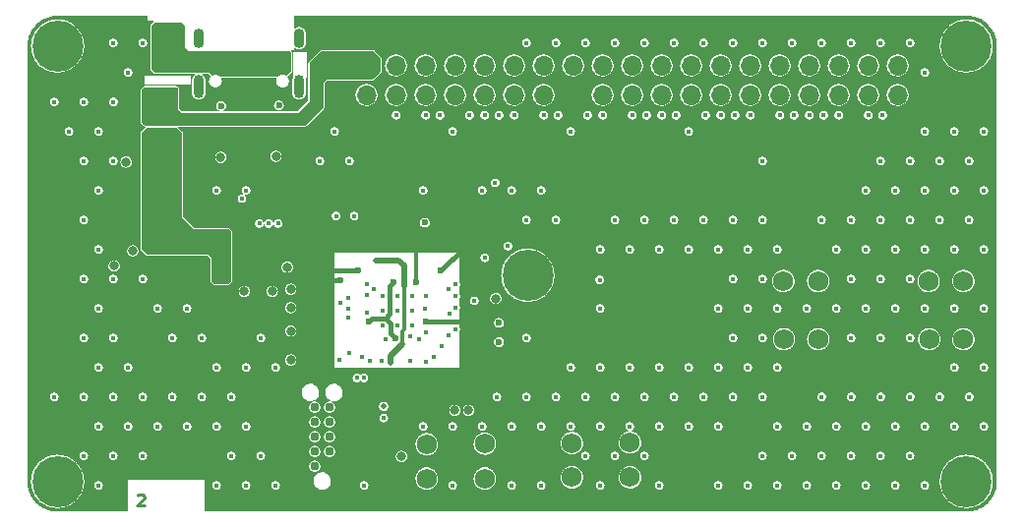
<source format=gbr>
%TF.GenerationSoftware,KiCad,Pcbnew,(6.0.6)*%
%TF.CreationDate,2022-07-20T13:38:39+10:00*%
%TF.ProjectId,SolderingInduction,536f6c64-6572-4696-9e67-496e64756374,3.5.0*%
%TF.SameCoordinates,Original*%
%TF.FileFunction,Copper,L2,Inr*%
%TF.FilePolarity,Positive*%
%FSLAX46Y46*%
G04 Gerber Fmt 4.6, Leading zero omitted, Abs format (unit mm)*
G04 Created by KiCad (PCBNEW (6.0.6)) date 2022-07-20 13:38:39*
%MOMM*%
%LPD*%
G01*
G04 APERTURE LIST*
%ADD10C,0.250000*%
%TA.AperFunction,NonConductor*%
%ADD11C,0.250000*%
%TD*%
%TA.AperFunction,ComponentPad*%
%ADD12C,4.400000*%
%TD*%
%TA.AperFunction,ComponentPad*%
%ADD13C,1.750000*%
%TD*%
%TA.AperFunction,ComponentPad*%
%ADD14C,0.787400*%
%TD*%
%TA.AperFunction,ComponentPad*%
%ADD15R,1.700000X1.700000*%
%TD*%
%TA.AperFunction,ComponentPad*%
%ADD16O,1.700000X1.700000*%
%TD*%
%TA.AperFunction,ComponentPad*%
%ADD17O,0.900000X2.000000*%
%TD*%
%TA.AperFunction,ComponentPad*%
%ADD18O,0.900000X1.700000*%
%TD*%
%TA.AperFunction,ViaPad*%
%ADD19C,0.800000*%
%TD*%
%TA.AperFunction,ViaPad*%
%ADD20C,0.600000*%
%TD*%
%TA.AperFunction,ViaPad*%
%ADD21C,0.450000*%
%TD*%
%TA.AperFunction,ViaPad*%
%ADD22C,0.508000*%
%TD*%
%TA.AperFunction,Conductor*%
%ADD23C,0.381000*%
%TD*%
%TA.AperFunction,Conductor*%
%ADD24C,0.355600*%
%TD*%
%TA.AperFunction,Conductor*%
%ADD25C,0.508000*%
%TD*%
%TA.AperFunction,Conductor*%
%ADD26C,0.254000*%
%TD*%
G04 APERTURE END LIST*
D10*
D11*
X9639285Y-41497619D02*
X9686904Y-41450000D01*
X9782142Y-41402380D01*
X10020238Y-41402380D01*
X10115476Y-41450000D01*
X10163095Y-41497619D01*
X10210714Y-41592857D01*
X10210714Y-41688095D01*
X10163095Y-41830952D01*
X9591666Y-42402380D01*
X10210714Y-42402380D01*
D12*
%TO.N,GND*%
%TO.C,H2*%
X80975000Y-2800000D03*
%TD*%
D13*
%TO.N,GND*%
%TO.C,SW8*%
X77775000Y-28050000D03*
X77725000Y-23050000D03*
%TO.N,/BUTTON_B*%
X80725000Y-23050000D03*
X80725000Y-28050000D03*
%TD*%
D12*
%TO.N,GND*%
%TO.C,H4*%
X2750000Y-40300000D03*
%TD*%
%TO.N,GND*%
%TO.C,H3*%
X43225000Y-22550000D03*
%TD*%
D13*
%TO.N,GND*%
%TO.C,SW7*%
X65275000Y-28050000D03*
X65225000Y-23050000D03*
%TO.N,/BUTTON_A*%
X68225000Y-23050000D03*
X68225000Y-28050000D03*
%TD*%
D12*
%TO.N,GND*%
%TO.C,H5*%
X80975000Y-40300000D03*
%TD*%
D13*
%TO.N,GND*%
%TO.C,SW6*%
X47025000Y-37000000D03*
X52025000Y-36950000D03*
%TO.N,/BUTTON_START*%
X52025000Y-39950000D03*
X47025000Y-39950000D03*
%TD*%
D12*
%TO.N,GND*%
%TO.C,H1*%
X2750000Y-2800000D03*
%TD*%
D14*
%TO.N,+3V3*%
%TO.C,J2*%
X26160616Y-38989401D03*
%TO.N,/SWDIO*%
X26160000Y-37720000D03*
%TO.N,GND*%
X26160616Y-36449401D03*
%TO.N,/SWCLK*%
X26160616Y-35179401D03*
%TO.N,GND*%
X26160000Y-33910000D03*
%TO.N,unconnected-(J2-Pad6)*%
X24890000Y-33910000D03*
%TO.N,unconnected-(J2-Pad7)*%
X24890616Y-35179401D03*
%TO.N,unconnected-(J2-Pad8)*%
X24890616Y-36449401D03*
%TO.N,GND*%
X24890616Y-37719401D03*
%TO.N,/~{RESET}*%
X24890000Y-38990000D03*
%TD*%
D15*
%TO.N,+3V3*%
%TO.C,J3*%
X26800000Y-7025000D03*
D16*
%TO.N,VBUS*%
X26800000Y-4485000D03*
%TO.N,/GPIO24*%
X29340000Y-7025000D03*
%TO.N,VBUS*%
X29340000Y-4485000D03*
%TO.N,GND*%
X31880000Y-7025000D03*
X31880000Y-4485000D03*
%TO.N,/ADC0*%
X34420000Y-7025000D03*
%TO.N,/ADC1*%
X34420000Y-4485000D03*
%TO.N,GND*%
X36960000Y-7025000D03*
%TO.N,/GPIO18*%
X36960000Y-4485000D03*
%TO.N,/GPIO20*%
X39500000Y-7025000D03*
%TO.N,/GPIO24*%
X39500000Y-4485000D03*
%TO.N,/GPIO25*%
X42040000Y-7025000D03*
%TO.N,GND*%
X42040000Y-4485000D03*
%TO.N,/ADC3*%
X44580000Y-7025000D03*
%TO.N,/ADC2*%
X44580000Y-4485000D03*
%TO.N,+3V3*%
X47120000Y-7025000D03*
%TO.N,/GPIO4*%
X47120000Y-4485000D03*
%TO.N,/GPIO7*%
X49660000Y-7025000D03*
%TO.N,GND*%
X49660000Y-4485000D03*
%TO.N,/GPIO1*%
X52200000Y-7025000D03*
%TO.N,/GPIO2*%
X52200000Y-4485000D03*
%TO.N,/GPIO3*%
X54740000Y-7025000D03*
%TO.N,/GPIO5*%
X54740000Y-4485000D03*
%TO.N,GND*%
X57280000Y-7025000D03*
%TO.N,/GPIO6*%
X57280000Y-4485000D03*
%TO.N,/GPIO9*%
X59820000Y-7025000D03*
%TO.N,/GPIO10*%
X59820000Y-4485000D03*
%TO.N,/GPIO11*%
X62360000Y-7025000D03*
%TO.N,GND*%
X62360000Y-4485000D03*
%TO.N,/GPIO8*%
X64900000Y-7025000D03*
%TO.N,/GPIO12*%
X64900000Y-4485000D03*
%TO.N,/GPIO13*%
X67440000Y-7025000D03*
%TO.N,/BUTTON_START*%
X67440000Y-4485000D03*
%TO.N,/BUTTON_SELECT*%
X69980000Y-7025000D03*
%TO.N,GND*%
X69980000Y-4485000D03*
%TO.N,/BUTTON_A*%
X72520000Y-7025000D03*
%TO.N,/BUTTON_B*%
X72520000Y-4485000D03*
%TO.N,GND*%
X75060000Y-7025000D03*
X75060000Y-4485000D03*
%TD*%
D13*
%TO.N,GND*%
%TO.C,SW5*%
X39525000Y-37050000D03*
X34525000Y-37100000D03*
%TO.N,/BUTTON_SELECT*%
X39525000Y-40050000D03*
X34525000Y-40050000D03*
%TD*%
D17*
%TO.N,unconnected-(J1-PadS1)*%
%TO.C,J1*%
X14905000Y-6305000D03*
D18*
X14905000Y-2135000D03*
X23545000Y-2135000D03*
D17*
X23545000Y-6305000D03*
%TD*%
D19*
%TO.N,+3V3*%
X24625000Y-18750000D03*
D20*
X31805000Y-27990000D03*
D19*
X24625000Y-19950000D03*
D20*
X35725000Y-22160000D03*
X28585000Y-22130000D03*
X31625000Y-23170000D03*
X27125000Y-22970000D03*
X33600000Y-23175000D03*
D19*
X2525000Y-13250000D03*
D20*
X38325000Y-14750000D03*
D19*
X23625000Y-18750000D03*
D20*
X40425000Y-17380000D03*
D19*
X23625000Y-19950000D03*
X22625000Y-19950000D03*
D20*
X29515000Y-26570000D03*
X34465000Y-26570000D03*
D21*
%TO.N,/GPIO24*%
X27775000Y-25447183D03*
X40745000Y-8775000D03*
D19*
%TO.N,VBUS*%
X10475000Y-6950000D03*
X10475000Y-8050000D03*
X10475000Y-9150000D03*
D21*
%TO.N,/SWDIO*%
X27862500Y-29262500D03*
X30625000Y-29950000D03*
%TO.N,/SWCLK*%
X31000000Y-28025000D03*
X30825000Y-34850000D03*
D19*
%TO.N,Net-(F1-Pad1)*%
X21975000Y-4050000D03*
X11650000Y-2800000D03*
D20*
X21800000Y-7925000D03*
D19*
X19475000Y-4050000D03*
X12900000Y-2800000D03*
X16975000Y-4050000D03*
D20*
X16825000Y-7975000D03*
D19*
X12900000Y-1550000D03*
X11650000Y-1550000D03*
X14475000Y-4050000D03*
D21*
%TO.N,/Microcontroller & MCU Peripherals/GPIO0*%
X37025000Y-23350000D03*
%TO.N,+1V2*%
X31400000Y-30125000D03*
X32125000Y-21250000D03*
X30125000Y-21250000D03*
%TO.N,GND*%
X45645000Y-33030000D03*
X43110400Y-2547200D03*
X55805000Y-33030000D03*
X6275000Y-10170000D03*
X62155000Y-25410000D03*
X46915000Y-35570000D03*
X46915000Y-10170000D03*
X20245000Y-27950000D03*
X49455000Y-25410000D03*
X10085000Y-2550000D03*
X72315000Y-20330000D03*
X6275000Y-35570000D03*
X33272817Y-24302183D03*
X73585000Y-12710000D03*
X82475000Y-30490000D03*
X53270400Y-2547200D03*
X63425000Y-33030000D03*
X82475000Y-20330000D03*
X41835000Y-35570000D03*
X18975000Y-30490000D03*
X71045000Y-27950000D03*
X48190400Y-2547200D03*
X63425000Y-22870000D03*
X6275000Y-40650000D03*
X25325000Y-12710000D03*
X73585000Y-2550000D03*
X58345000Y-17790000D03*
X50730400Y-2547200D03*
X74855000Y-15250000D03*
X2465000Y-33030000D03*
X74855000Y-40650000D03*
X62155000Y-20330000D03*
X32002817Y-24302183D03*
D19*
X36945000Y-34180000D03*
D21*
X59615000Y-25410000D03*
D19*
X21225000Y-23950000D03*
D21*
X57075000Y-35570000D03*
D19*
X18825000Y-23950000D03*
D21*
X79935000Y-35570000D03*
X28275000Y-17450000D03*
X77395000Y-15250000D03*
X72315000Y-35570000D03*
X10085000Y-38110000D03*
X54535000Y-40650000D03*
X82475000Y-35570000D03*
X54535000Y-20330000D03*
X44375000Y-15250000D03*
X67235000Y-35570000D03*
X30732817Y-26842183D03*
X51995000Y-35570000D03*
X64695000Y-20330000D03*
X79935000Y-15250000D03*
X39295000Y-15250000D03*
X78665000Y-17790000D03*
X48185000Y-38110000D03*
X60885000Y-33030000D03*
X34215000Y-35570000D03*
X12625000Y-33030000D03*
X59615000Y-20330000D03*
X11355000Y-25410000D03*
X36755000Y-35570000D03*
X49455000Y-35570000D03*
X16435000Y-15250000D03*
X21515000Y-30490000D03*
X45650400Y-2547200D03*
X58345000Y-33030000D03*
X16435000Y-40650000D03*
X77395000Y-20330000D03*
X53265000Y-17790000D03*
X69775000Y-35570000D03*
X68515000Y-33030000D03*
X65965000Y-2550000D03*
D19*
X9225000Y-20450000D03*
D21*
X27025000Y-29850000D03*
X8815000Y-30490000D03*
X71045000Y-17790000D03*
X62155000Y-40650000D03*
X77395000Y-25410000D03*
D19*
X22525000Y-21850000D03*
D21*
X60885000Y-17790000D03*
X27865000Y-12710000D03*
D19*
X22825000Y-23750000D03*
D21*
X12625000Y-27950000D03*
X20925000Y-18100000D03*
X63425000Y-38110000D03*
X54535000Y-30490000D03*
X51995000Y-20330000D03*
X29125000Y-31400000D03*
X45645000Y-17790000D03*
X6275000Y-20330000D03*
X26595000Y-10170000D03*
X49455000Y-20330000D03*
X74855000Y-35570000D03*
X57075000Y-10170000D03*
X16435000Y-30490000D03*
X41835000Y-15250000D03*
X60885000Y-2550000D03*
X5005000Y-7630000D03*
X82475000Y-15250000D03*
X76125000Y-17790000D03*
X29135000Y-40650000D03*
X16435000Y-35570000D03*
X31900000Y-8775000D03*
X58350000Y-2550000D03*
X54535000Y-35570000D03*
X67235000Y-40650000D03*
X17705000Y-33030000D03*
X5005000Y-38110000D03*
X17705000Y-38110000D03*
X63425000Y-27950000D03*
X74855000Y-20330000D03*
X33272817Y-25572183D03*
X7555000Y-7630000D03*
X43105000Y-33030000D03*
X28525000Y-31400000D03*
X55805000Y-17790000D03*
X68505000Y-38110000D03*
X78665000Y-12710000D03*
D20*
X40750000Y-28300000D03*
D21*
X34215000Y-15250000D03*
X57075000Y-20330000D03*
X76125000Y-27950000D03*
X33125000Y-29950000D03*
X72315000Y-15250000D03*
X73585000Y-17790000D03*
D19*
X22825000Y-27350000D03*
D21*
X6275000Y-30490000D03*
X5005000Y-27950000D03*
X20245000Y-38110000D03*
X73585000Y-27950000D03*
X64695000Y-40650000D03*
X5005000Y-12710000D03*
D19*
X22825000Y-25350000D03*
D21*
X62155000Y-30490000D03*
X51995000Y-30490000D03*
X49455000Y-30490000D03*
X30732817Y-24302183D03*
X71045000Y-22870000D03*
X71055000Y-33030000D03*
X50725000Y-38110000D03*
X36755000Y-10170000D03*
X57075000Y-30490000D03*
X5005000Y-22870000D03*
X40425000Y-14600000D03*
X71045000Y-2550000D03*
D19*
X32350000Y-38150000D03*
D21*
X5005000Y-33030000D03*
D19*
X21550000Y-12300000D03*
D21*
X18975000Y-40650000D03*
X43105000Y-17790000D03*
X71045000Y-38110000D03*
X79935000Y-10170000D03*
X82475000Y-25410000D03*
D19*
X16800000Y-12400000D03*
D21*
X7545000Y-27950000D03*
X36755000Y-40650000D03*
X63425000Y-2550000D03*
X81205000Y-12710000D03*
X55810400Y-2547200D03*
X15165000Y-33030000D03*
X43105000Y-27950000D03*
X13895000Y-25410000D03*
X50725000Y-33030000D03*
X8815000Y-35570000D03*
X72315000Y-25410000D03*
X77395000Y-5090000D03*
X33272817Y-26842183D03*
X78675000Y-33030000D03*
X18975000Y-15250000D03*
X77395000Y-35570000D03*
X39295000Y-35570000D03*
X72315000Y-40650000D03*
X76125000Y-38110000D03*
X6275000Y-15250000D03*
X53265000Y-38110000D03*
X40565000Y-33030000D03*
X5005000Y-17790000D03*
X49455000Y-40650000D03*
X6275000Y-25410000D03*
D19*
X22825000Y-29850000D03*
D21*
X10085000Y-22870000D03*
X76135000Y-33030000D03*
X81215000Y-33030000D03*
X44375000Y-35570000D03*
X44375000Y-40650000D03*
D19*
X8650000Y-12800000D03*
D21*
X64695000Y-35570000D03*
X30732817Y-25572183D03*
X32002817Y-25572183D03*
X41835000Y-40650000D03*
X60885000Y-27950000D03*
X69775000Y-20330000D03*
X20125000Y-18100000D03*
X67235000Y-25410000D03*
X79935000Y-25410000D03*
X39525000Y-21050000D03*
X63425000Y-12710000D03*
D19*
X38125000Y-34180000D03*
D21*
X7545000Y-2550000D03*
X32002817Y-26842183D03*
D20*
X34350000Y-18025000D03*
D21*
X76125000Y-12710000D03*
X18975000Y-35570000D03*
X69775000Y-40650000D03*
X59615000Y-40650000D03*
X13895000Y-35570000D03*
X64695000Y-30490000D03*
D22*
X30825000Y-33850000D03*
D21*
X7545000Y-22870000D03*
X59615000Y-30490000D03*
X46915000Y-30490000D03*
X65965000Y-38110000D03*
X79935000Y-30490000D03*
D19*
X40475000Y-24550000D03*
D21*
X48185000Y-33030000D03*
X50725000Y-17790000D03*
X7545000Y-33030000D03*
X82475000Y-10170000D03*
X7545000Y-12710000D03*
X73595000Y-33030000D03*
X15165000Y-27950000D03*
D20*
X40750000Y-26650000D03*
D21*
X73585000Y-22870000D03*
X74855000Y-25410000D03*
X59615000Y-35570000D03*
X68505000Y-2550000D03*
X63425000Y-17790000D03*
X21725000Y-18100000D03*
X76125000Y-2550000D03*
X7545000Y-38110000D03*
X26725000Y-17450000D03*
X64695000Y-25410000D03*
X76125000Y-22870000D03*
X10085000Y-33030000D03*
X69775000Y-25410000D03*
X68505000Y-17790000D03*
D19*
X7625000Y-21750000D03*
D21*
X77395000Y-40650000D03*
X73585000Y-38110000D03*
X11355000Y-35570000D03*
X2465000Y-7630000D03*
X3735000Y-10170000D03*
X60885000Y-22870000D03*
X49415000Y-22960000D03*
X79935000Y-20330000D03*
X8815000Y-5090000D03*
X81205000Y-17790000D03*
X53265000Y-33030000D03*
X21515000Y-40650000D03*
X77395000Y-10170000D03*
%TO.N,/ADC0*%
X34440000Y-8775000D03*
X27775000Y-24497183D03*
%TO.N,/ADC1*%
X29350000Y-24247183D03*
X35665000Y-8775000D03*
%TO.N,/ADC2*%
X30000000Y-23772183D03*
X45825000Y-8775000D03*
%TO.N,/ADC3*%
X29350000Y-23297183D03*
X44600000Y-8775000D03*
%TO.N,/BUTTON_UP*%
X27775000Y-26172183D03*
%TO.N,/BUTTON_DOWN*%
X29350000Y-25775000D03*
%TO.N,/BUTTON_SELECT*%
X33125000Y-27850000D03*
X70000000Y-8775000D03*
%TO.N,/BUTTON_START*%
X68685000Y-8775000D03*
X33825000Y-28050000D03*
%TO.N,/GPIO20*%
X39520000Y-8775000D03*
%TO.N,/GPIO18*%
X38205000Y-8775000D03*
%TO.N,/GPIO25*%
X27125000Y-24972183D03*
X42060000Y-8775000D03*
%TO.N,/GPIO1*%
X52220000Y-8775000D03*
X36425000Y-23750000D03*
%TO.N,/GPIO2*%
X53445000Y-8775000D03*
X37025000Y-24350000D03*
%TO.N,/GPIO3*%
X38625000Y-24750000D03*
X54760000Y-8775000D03*
%TO.N,/GPIO4*%
X48365000Y-8775000D03*
X34425000Y-24350000D03*
%TO.N,/GPIO5*%
X37025000Y-25350000D03*
X55985000Y-8775000D03*
%TO.N,/GPIO6*%
X36450000Y-25875000D03*
X58525000Y-8775000D03*
%TO.N,/GPIO7*%
X49680000Y-8775000D03*
X34410000Y-25480000D03*
%TO.N,/GPIO8*%
X64920000Y-8775000D03*
X34425000Y-27450000D03*
%TO.N,/GPIO9*%
X37025000Y-27200000D03*
X59840000Y-8775000D03*
%TO.N,/GPIO10*%
X61065000Y-8775000D03*
X36425000Y-27750000D03*
%TO.N,/GPIO11*%
X62380000Y-8775000D03*
X35825000Y-28650000D03*
%TO.N,/GPIO12*%
X66145000Y-8775000D03*
X35125000Y-29550000D03*
%TO.N,/GPIO13*%
X67460000Y-8775000D03*
X34425000Y-30050000D03*
%TO.N,/BUTTON_A*%
X29625000Y-29950000D03*
X72540000Y-8775000D03*
%TO.N,/BUTTON_B*%
X73765000Y-8775000D03*
X28925000Y-29550000D03*
%TO.N,/Microcontroller & MCU Peripherals/Flash Memory (Over QSPI)/$.~{CS}*%
X41525000Y-20050000D03*
D19*
%TO.N,/Power Regulation/LDO_{VIN}*%
X16725000Y-20550000D03*
X16725000Y-22550000D03*
X10425000Y-10550000D03*
X10425000Y-12550000D03*
X12025000Y-10550000D03*
X10425000Y-11550000D03*
X16725000Y-21550000D03*
D21*
%TO.N,/Power Regulation/LDO_{EN}*%
X18625000Y-15950000D03*
%TD*%
D23*
%TO.N,+3V3*%
X25845000Y-22970000D02*
X25725000Y-22850000D01*
X31327317Y-25899433D02*
X31327317Y-23467683D01*
D24*
X33600000Y-20375000D02*
X33625000Y-20350000D01*
X33600000Y-23175000D02*
X33600000Y-20375000D01*
D23*
X31805000Y-27990000D02*
X31408317Y-27593317D01*
X29837317Y-26247683D02*
X29515000Y-26570000D01*
X30979067Y-26247683D02*
X29837317Y-26247683D01*
X35725000Y-22150000D02*
X37725000Y-20150000D01*
X28585000Y-22130000D02*
X25405000Y-22130000D01*
X35725000Y-22160000D02*
X35725000Y-22150000D01*
X34465000Y-26570000D02*
X37905000Y-26570000D01*
X30979067Y-26247683D02*
X31327317Y-25899433D01*
X25405000Y-22130000D02*
X25225000Y-21950000D01*
X31327317Y-23467683D02*
X31625000Y-23170000D01*
X27125000Y-22970000D02*
X25845000Y-22970000D01*
X31408317Y-27593317D02*
X31408317Y-26676933D01*
X31408317Y-26676933D02*
X30979067Y-26247683D01*
D25*
%TO.N,+1V2*%
X32625000Y-21750000D02*
X32125000Y-21250000D01*
D24*
X32573200Y-23576800D02*
X32624000Y-23526000D01*
D25*
X32425000Y-28450000D02*
X31400000Y-29475000D01*
X32625000Y-23525000D02*
X32625000Y-21750000D01*
D24*
X32425000Y-28450000D02*
X32425000Y-27350000D01*
X32573200Y-27201800D02*
X32573200Y-23576800D01*
D25*
X31400000Y-29475000D02*
X31400000Y-30124998D01*
D24*
X32425000Y-27350000D02*
X32573200Y-27201800D01*
D26*
X32624000Y-23526000D02*
X32625000Y-23525000D01*
D25*
X32125000Y-21250000D02*
X30125000Y-21250000D01*
%TD*%
%TA.AperFunction,Conductor*%
%TO.N,+3V3*%
G36*
X25225000Y-18550000D02*
G01*
X25225000Y-20350000D01*
X25025000Y-20550000D01*
X22025000Y-20550000D01*
X21825000Y-20750000D01*
X21825000Y-21150000D01*
X21625000Y-21350000D01*
X20625000Y-21350000D01*
X20425000Y-21150000D01*
X20425000Y-18750000D01*
X20625000Y-18550000D01*
X23025000Y-18550000D01*
X23425000Y-18150000D01*
X24825000Y-18150000D01*
X25225000Y-18550000D01*
G37*
%TD.AperFunction*%
%TD*%
%TA.AperFunction,Conductor*%
%TO.N,Net-(F1-Pad1)*%
G36*
X13469670Y-798804D02*
G01*
X13482887Y-807887D01*
X13712113Y-1037113D01*
X13722078Y-1052458D01*
X13725000Y-1068226D01*
X13725000Y-2950000D01*
X14025000Y-3250000D01*
X22706774Y-3250000D01*
X22724670Y-3253804D01*
X22737887Y-3262887D01*
X22812113Y-3337113D01*
X22822078Y-3352458D01*
X22825000Y-3368226D01*
X22825000Y-5031774D01*
X22821196Y-5049670D01*
X22812113Y-5062887D01*
X22501213Y-5373787D01*
X22485868Y-5383752D01*
X22467797Y-5386614D01*
X22450124Y-5381878D01*
X22442679Y-5377085D01*
X22435462Y-5371334D01*
X22434423Y-5370506D01*
X22394062Y-5345627D01*
X22378643Y-5336123D01*
X22377509Y-5335424D01*
X22376300Y-5334867D01*
X22376297Y-5334865D01*
X22318002Y-5307990D01*
X22317998Y-5307988D01*
X22316791Y-5307432D01*
X22253151Y-5286938D01*
X22244602Y-5285284D01*
X22188813Y-5274490D01*
X22188808Y-5274489D01*
X22187509Y-5274238D01*
X22186183Y-5274144D01*
X22186182Y-5274144D01*
X22135479Y-5270554D01*
X22135476Y-5270554D01*
X22134715Y-5270500D01*
X22098179Y-5270500D01*
X22097522Y-5270540D01*
X22097509Y-5270540D01*
X22075305Y-5271879D01*
X22048262Y-5273509D01*
X22046965Y-5273746D01*
X22046964Y-5273746D01*
X22039299Y-5275146D01*
X21982491Y-5285521D01*
X21981235Y-5285911D01*
X21981231Y-5285912D01*
X21922844Y-5304043D01*
X21918640Y-5305348D01*
X21857633Y-5332702D01*
X21856492Y-5333389D01*
X21801482Y-5366506D01*
X21801478Y-5366509D01*
X21800353Y-5367186D01*
X21747632Y-5408303D01*
X21746690Y-5409240D01*
X21746689Y-5409241D01*
X21718589Y-5437194D01*
X21703218Y-5447119D01*
X21687558Y-5450000D01*
X16762377Y-5450000D01*
X16744481Y-5446196D01*
X16731021Y-5436867D01*
X16707644Y-5413120D01*
X16707637Y-5413114D01*
X16706711Y-5412173D01*
X16654423Y-5370506D01*
X16614062Y-5345627D01*
X16598643Y-5336123D01*
X16597509Y-5335424D01*
X16596300Y-5334867D01*
X16596297Y-5334865D01*
X16538002Y-5307990D01*
X16537998Y-5307988D01*
X16536791Y-5307432D01*
X16473151Y-5286938D01*
X16464602Y-5285284D01*
X16408813Y-5274490D01*
X16408808Y-5274489D01*
X16407509Y-5274238D01*
X16406183Y-5274144D01*
X16406182Y-5274144D01*
X16355479Y-5270554D01*
X16355476Y-5270554D01*
X16354715Y-5270500D01*
X16318179Y-5270500D01*
X16317522Y-5270540D01*
X16317509Y-5270540D01*
X16295305Y-5271879D01*
X16268262Y-5273509D01*
X16266965Y-5273746D01*
X16266964Y-5273746D01*
X16259299Y-5275146D01*
X16202491Y-5285521D01*
X16201235Y-5285911D01*
X16201231Y-5285912D01*
X16142844Y-5304043D01*
X16138640Y-5305348D01*
X16077633Y-5332702D01*
X16076492Y-5333389D01*
X16063459Y-5341235D01*
X16046164Y-5347206D01*
X16027936Y-5345627D01*
X16011927Y-5336771D01*
X16009652Y-5334652D01*
X15808000Y-5133000D01*
X11226226Y-5133000D01*
X11208330Y-5129196D01*
X11195113Y-5120113D01*
X10837887Y-4762887D01*
X10827922Y-4747542D01*
X10825000Y-4731774D01*
X10825000Y-1068226D01*
X10828804Y-1050330D01*
X10837887Y-1037113D01*
X11067113Y-807887D01*
X11082458Y-797922D01*
X11098226Y-795000D01*
X13451774Y-795000D01*
X13469670Y-798804D01*
G37*
%TD.AperFunction*%
%TD*%
%TA.AperFunction,Conductor*%
%TO.N,/Power Regulation/LDO_{VIN}*%
G36*
X13058158Y-9893197D02*
G01*
X13074872Y-9900639D01*
X13080122Y-9905122D01*
X13462113Y-10287113D01*
X13472078Y-10302458D01*
X13475000Y-10318226D01*
X13475000Y-17550000D01*
X14475000Y-18550000D01*
X17456774Y-18550000D01*
X17474670Y-18553804D01*
X17487887Y-18562887D01*
X17712113Y-18787113D01*
X17722078Y-18802458D01*
X17725000Y-18818226D01*
X17725000Y-23031774D01*
X17721196Y-23049670D01*
X17712113Y-23062887D01*
X17487887Y-23287113D01*
X17472542Y-23297078D01*
X17456774Y-23300000D01*
X16243226Y-23300000D01*
X16225330Y-23296196D01*
X16212113Y-23287113D01*
X15987887Y-23062887D01*
X15977922Y-23047542D01*
X15975000Y-23031774D01*
X15975000Y-21050000D01*
X15725000Y-20800000D01*
X10493226Y-20800000D01*
X10475330Y-20796196D01*
X10462113Y-20787113D01*
X9987887Y-20312887D01*
X9977922Y-20297542D01*
X9975000Y-20281774D01*
X9975000Y-10318226D01*
X9978804Y-10300330D01*
X9987887Y-10287113D01*
X10367113Y-9907887D01*
X10382458Y-9897922D01*
X10398226Y-9895000D01*
X13036000Y-9895000D01*
X13037249Y-9893751D01*
X13039861Y-9893196D01*
X13058158Y-9893197D01*
G37*
%TD.AperFunction*%
%TD*%
%TA.AperFunction,Conductor*%
%TO.N,VBUS*%
G36*
X29904145Y-3253959D02*
G01*
X29933511Y-3265585D01*
X29959063Y-3284150D01*
X29961905Y-3286905D01*
X30498095Y-3823095D01*
X30517453Y-3848051D01*
X30529997Y-3877037D01*
X30534938Y-3908232D01*
X30535000Y-3912190D01*
X30535000Y-4987810D01*
X30531041Y-5019145D01*
X30519415Y-5048511D01*
X30500850Y-5074063D01*
X30498095Y-5076905D01*
X29931905Y-5643095D01*
X29906949Y-5662453D01*
X29877963Y-5674997D01*
X29846768Y-5679938D01*
X29842810Y-5680000D01*
X25925000Y-5680000D01*
X25919608Y-5684853D01*
X25630888Y-5944700D01*
X25630885Y-5944704D01*
X25625000Y-5950000D01*
X25625000Y-8097810D01*
X25621041Y-8129145D01*
X25609415Y-8158511D01*
X25590850Y-8184063D01*
X25588095Y-8186905D01*
X24161905Y-9613095D01*
X24136949Y-9632453D01*
X24107963Y-9644997D01*
X24076768Y-9649938D01*
X24072810Y-9650000D01*
X10277190Y-9650000D01*
X10245855Y-9646041D01*
X10216489Y-9634415D01*
X10190937Y-9615850D01*
X10188095Y-9613095D01*
X10061905Y-9486905D01*
X10042547Y-9461949D01*
X10030003Y-9432963D01*
X10025062Y-9401768D01*
X10025000Y-9397810D01*
X10025000Y-6602190D01*
X10028959Y-6570855D01*
X10040585Y-6541489D01*
X10059150Y-6515937D01*
X10061905Y-6513095D01*
X10188095Y-6386905D01*
X10213051Y-6367547D01*
X10242037Y-6355003D01*
X10273232Y-6350062D01*
X10277190Y-6350000D01*
X12972810Y-6350000D01*
X13004145Y-6353959D01*
X13033511Y-6365585D01*
X13059063Y-6384150D01*
X13061905Y-6386905D01*
X13088095Y-6413095D01*
X13107453Y-6438051D01*
X13119997Y-6467037D01*
X13124938Y-6498232D01*
X13125000Y-6502190D01*
X13125000Y-8250000D01*
X13425000Y-8550000D01*
X23425000Y-8550000D01*
X24425000Y-7550000D01*
X24425000Y-4302190D01*
X24428959Y-4270855D01*
X24440585Y-4241489D01*
X24459150Y-4215937D01*
X24461905Y-4213095D01*
X25388095Y-3286905D01*
X25413051Y-3267547D01*
X25442037Y-3255003D01*
X25473232Y-3250062D01*
X25477190Y-3250000D01*
X29872810Y-3250000D01*
X29904145Y-3253959D01*
G37*
%TD.AperFunction*%
%TD*%
%TA.AperFunction,Conductor*%
%TO.N,+3V3*%
G36*
X10494751Y-204230D02*
G01*
X10510648Y-214852D01*
X10521270Y-230749D01*
X10525000Y-249500D01*
X10525000Y-650000D01*
X10979117Y-650000D01*
X10997868Y-653730D01*
X11013765Y-664352D01*
X11024387Y-680249D01*
X11028117Y-699000D01*
X11024387Y-717751D01*
X11013765Y-733648D01*
X11009962Y-737073D01*
X11002413Y-743187D01*
X10773187Y-972413D01*
X10762477Y-985290D01*
X10761839Y-986219D01*
X10761834Y-986225D01*
X10753730Y-998017D01*
X10753716Y-998038D01*
X10753394Y-998507D01*
X10748887Y-1005770D01*
X10739304Y-1031306D01*
X10735500Y-1049202D01*
X10735366Y-1050477D01*
X10735365Y-1050483D01*
X10734671Y-1057087D01*
X10733500Y-1068226D01*
X10733500Y-4731774D01*
X10735032Y-4748446D01*
X10737954Y-4764214D01*
X10739904Y-4772543D01*
X10751183Y-4797376D01*
X10761148Y-4812721D01*
X10773187Y-4827587D01*
X11130413Y-5184813D01*
X11143290Y-5195523D01*
X11144219Y-5196161D01*
X11144225Y-5196166D01*
X11156017Y-5204270D01*
X11156038Y-5204284D01*
X11156507Y-5204606D01*
X11163770Y-5209113D01*
X11189306Y-5218696D01*
X11191097Y-5219077D01*
X11191098Y-5219077D01*
X11205944Y-5222233D01*
X11205951Y-5222234D01*
X11207202Y-5222500D01*
X11208477Y-5222634D01*
X11208483Y-5222635D01*
X11216086Y-5223434D01*
X11226226Y-5224500D01*
X14508626Y-5224500D01*
X14527377Y-5228230D01*
X14543274Y-5238852D01*
X14553896Y-5254749D01*
X14557626Y-5273500D01*
X14553896Y-5292251D01*
X14543274Y-5308148D01*
X14540546Y-5310676D01*
X14506312Y-5340070D01*
X14506303Y-5340079D01*
X14505216Y-5341012D01*
X14504246Y-5342065D01*
X14504244Y-5342067D01*
X14496200Y-5350800D01*
X14459646Y-5390482D01*
X14458808Y-5391638D01*
X14458806Y-5391640D01*
X14424394Y-5439091D01*
X14420159Y-5444931D01*
X14419464Y-5446172D01*
X14391832Y-5495515D01*
X14387295Y-5503616D01*
X14386749Y-5504931D01*
X14386747Y-5504935D01*
X14368367Y-5549200D01*
X14361501Y-5565734D01*
X14361114Y-5567099D01*
X14361111Y-5567106D01*
X14354142Y-5591654D01*
X14343131Y-5630437D01*
X14342903Y-5631853D01*
X14332908Y-5693906D01*
X14332435Y-5696841D01*
X14332367Y-5698175D01*
X14332367Y-5698179D01*
X14330563Y-5733807D01*
X14330500Y-5735041D01*
X14330500Y-6872273D01*
X14330542Y-6872983D01*
X14330542Y-6872998D01*
X14331996Y-6897826D01*
X14333419Y-6922145D01*
X14333671Y-6923565D01*
X14343596Y-6979563D01*
X14345157Y-6988373D01*
X14364541Y-7052780D01*
X14391307Y-7114485D01*
X14425090Y-7172646D01*
X14465427Y-7226468D01*
X14466415Y-7227507D01*
X14505848Y-7268988D01*
X14511768Y-7275216D01*
X14536806Y-7296040D01*
X14562374Y-7317305D01*
X14562381Y-7317310D01*
X14563481Y-7318225D01*
X14619858Y-7354907D01*
X14680130Y-7384761D01*
X14681478Y-7385242D01*
X14681482Y-7385244D01*
X14694376Y-7389848D01*
X14743473Y-7407379D01*
X14744862Y-7407698D01*
X14744864Y-7407699D01*
X14807629Y-7422132D01*
X14807638Y-7422134D01*
X14809023Y-7422452D01*
X14810440Y-7422607D01*
X14810445Y-7422608D01*
X14841628Y-7426023D01*
X14875883Y-7429774D01*
X14877323Y-7429763D01*
X14877329Y-7429763D01*
X14909512Y-7429510D01*
X14943141Y-7429246D01*
X14944564Y-7429067D01*
X14944571Y-7429067D01*
X14976662Y-7425041D01*
X15009879Y-7420874D01*
X15075183Y-7404773D01*
X15076518Y-7404273D01*
X15076523Y-7404271D01*
X15136820Y-7381667D01*
X15136828Y-7381664D01*
X15138163Y-7381163D01*
X15190672Y-7354120D01*
X15196680Y-7351026D01*
X15196684Y-7351024D01*
X15197959Y-7350367D01*
X15202485Y-7347320D01*
X15252565Y-7313604D01*
X15252567Y-7313602D01*
X15253753Y-7312804D01*
X15273278Y-7296040D01*
X15297530Y-7275216D01*
X15304784Y-7268988D01*
X15350354Y-7219518D01*
X15385243Y-7171410D01*
X15389005Y-7166222D01*
X15389006Y-7166220D01*
X15389841Y-7165069D01*
X15408897Y-7131041D01*
X15422008Y-7107629D01*
X15422009Y-7107626D01*
X15422705Y-7106384D01*
X15448499Y-7044266D01*
X15466869Y-6979563D01*
X15468754Y-6967861D01*
X15477352Y-6914484D01*
X15477353Y-6914476D01*
X15477565Y-6913159D01*
X15479500Y-6874959D01*
X15479500Y-6872273D01*
X22970500Y-6872273D01*
X22970542Y-6872983D01*
X22970542Y-6872998D01*
X22971996Y-6897826D01*
X22973419Y-6922145D01*
X22973671Y-6923565D01*
X22983596Y-6979563D01*
X22985157Y-6988373D01*
X23004541Y-7052780D01*
X23031307Y-7114485D01*
X23065090Y-7172646D01*
X23105427Y-7226468D01*
X23106415Y-7227507D01*
X23145848Y-7268988D01*
X23151768Y-7275216D01*
X23176806Y-7296040D01*
X23202374Y-7317305D01*
X23202381Y-7317310D01*
X23203481Y-7318225D01*
X23259858Y-7354907D01*
X23320130Y-7384761D01*
X23321478Y-7385242D01*
X23321482Y-7385244D01*
X23334376Y-7389848D01*
X23383473Y-7407379D01*
X23384862Y-7407698D01*
X23384864Y-7407699D01*
X23447629Y-7422132D01*
X23447638Y-7422134D01*
X23449023Y-7422452D01*
X23450440Y-7422607D01*
X23450445Y-7422608D01*
X23481628Y-7426023D01*
X23515883Y-7429774D01*
X23517323Y-7429763D01*
X23517329Y-7429763D01*
X23549512Y-7429510D01*
X23583141Y-7429246D01*
X23584564Y-7429067D01*
X23584571Y-7429067D01*
X23616662Y-7425041D01*
X23649879Y-7420874D01*
X23715183Y-7404773D01*
X23716518Y-7404273D01*
X23716523Y-7404271D01*
X23776820Y-7381667D01*
X23776828Y-7381664D01*
X23778163Y-7381163D01*
X23830672Y-7354120D01*
X23836680Y-7351026D01*
X23836684Y-7351024D01*
X23837959Y-7350367D01*
X23842485Y-7347320D01*
X23892565Y-7313604D01*
X23892567Y-7313602D01*
X23893753Y-7312804D01*
X23913278Y-7296040D01*
X23937530Y-7275216D01*
X23944784Y-7268988D01*
X23990354Y-7219518D01*
X24025243Y-7171410D01*
X24029005Y-7166222D01*
X24029006Y-7166220D01*
X24029841Y-7165069D01*
X24048897Y-7131041D01*
X24062008Y-7107629D01*
X24062009Y-7107626D01*
X24062705Y-7106384D01*
X24088499Y-7044266D01*
X24106869Y-6979563D01*
X24108754Y-6967861D01*
X24117352Y-6914484D01*
X24117353Y-6914476D01*
X24117565Y-6913159D01*
X24119500Y-6874959D01*
X24119500Y-5737727D01*
X24116581Y-5687855D01*
X24106820Y-5632779D01*
X24105094Y-5623041D01*
X24105092Y-5623035D01*
X24104843Y-5621627D01*
X24102283Y-5613120D01*
X24100451Y-5594091D01*
X24106040Y-5575807D01*
X24118202Y-5561055D01*
X24135082Y-5552079D01*
X24149204Y-5550000D01*
X24225000Y-5550000D01*
X24225000Y-3350000D01*
X23025000Y-3350000D01*
X23025000Y-5499373D01*
X23021254Y-5518164D01*
X23010015Y-5545230D01*
X23001501Y-5565734D01*
X23001114Y-5567099D01*
X23001111Y-5567106D01*
X22994142Y-5591654D01*
X22983131Y-5630437D01*
X22982903Y-5631853D01*
X22972908Y-5693906D01*
X22972435Y-5696841D01*
X22972367Y-5698175D01*
X22972367Y-5698179D01*
X22970563Y-5733807D01*
X22970500Y-5735041D01*
X22970500Y-6872273D01*
X15479500Y-6872273D01*
X15479500Y-5737727D01*
X15476581Y-5687855D01*
X15466820Y-5632779D01*
X15465094Y-5623041D01*
X15465092Y-5623035D01*
X15464843Y-5621627D01*
X15445459Y-5557220D01*
X15418693Y-5495515D01*
X15400266Y-5463791D01*
X15385628Y-5438590D01*
X15385627Y-5438589D01*
X15384910Y-5437354D01*
X15344573Y-5383532D01*
X15323079Y-5360922D01*
X15299221Y-5335824D01*
X15299218Y-5335821D01*
X15298232Y-5334784D01*
X15269841Y-5311171D01*
X15257811Y-5296315D01*
X15252381Y-5277983D01*
X15254379Y-5258969D01*
X15263502Y-5242167D01*
X15278360Y-5230136D01*
X15296692Y-5224706D01*
X15301175Y-5224500D01*
X15749804Y-5224500D01*
X15768555Y-5228230D01*
X15784452Y-5238852D01*
X15926010Y-5380410D01*
X15936632Y-5396307D01*
X15940362Y-5415058D01*
X15936632Y-5433809D01*
X15925922Y-5449794D01*
X15920232Y-5455455D01*
X15919317Y-5456616D01*
X15919315Y-5456618D01*
X15887610Y-5496836D01*
X15878840Y-5507961D01*
X15844056Y-5565058D01*
X15816383Y-5625922D01*
X15796223Y-5689668D01*
X15783866Y-5755376D01*
X15783770Y-5756847D01*
X15783769Y-5756852D01*
X15783391Y-5762624D01*
X15779494Y-5822091D01*
X15783168Y-5888849D01*
X15794835Y-5954682D01*
X15814327Y-6018637D01*
X15841361Y-6079786D01*
X15842116Y-6081055D01*
X15842118Y-6081059D01*
X15850090Y-6094458D01*
X15875545Y-6137245D01*
X15916385Y-6190181D01*
X15917425Y-6191238D01*
X15917429Y-6191242D01*
X15931815Y-6205855D01*
X15963289Y-6237827D01*
X15964435Y-6238740D01*
X15964437Y-6238742D01*
X16014418Y-6278571D01*
X16014424Y-6278575D01*
X16015577Y-6279494D01*
X16016838Y-6280271D01*
X16016839Y-6280272D01*
X16032245Y-6289768D01*
X16072491Y-6314576D01*
X16133209Y-6342568D01*
X16134609Y-6343019D01*
X16134612Y-6343020D01*
X16195439Y-6362608D01*
X16196849Y-6363062D01*
X16198296Y-6363342D01*
X16198300Y-6363343D01*
X16261038Y-6375481D01*
X16261040Y-6375481D01*
X16262491Y-6375762D01*
X16288443Y-6377600D01*
X16314418Y-6379439D01*
X16314429Y-6379439D01*
X16315285Y-6379500D01*
X16351821Y-6379500D01*
X16352561Y-6379455D01*
X16352574Y-6379455D01*
X16380574Y-6377767D01*
X16401738Y-6376491D01*
X16426351Y-6371996D01*
X16466066Y-6364743D01*
X16466073Y-6364741D01*
X16467509Y-6364479D01*
X16468910Y-6364044D01*
X16529950Y-6345090D01*
X16529952Y-6345089D01*
X16531360Y-6344652D01*
X16561863Y-6330975D01*
X16591016Y-6317904D01*
X16591019Y-6317902D01*
X16592367Y-6317298D01*
X16649647Y-6282814D01*
X16702368Y-6241697D01*
X16738399Y-6205855D01*
X16748717Y-6195591D01*
X16748721Y-6195587D01*
X16749768Y-6194545D01*
X16752851Y-6190635D01*
X16790252Y-6143191D01*
X16790253Y-6143189D01*
X16791160Y-6142039D01*
X16825944Y-6084942D01*
X16853617Y-6024078D01*
X16864870Y-5988497D01*
X16873330Y-5961746D01*
X16873331Y-5961743D01*
X16873777Y-5960332D01*
X16886134Y-5894624D01*
X16886513Y-5888849D01*
X16890410Y-5829377D01*
X16890410Y-5829374D01*
X16890506Y-5827909D01*
X16886832Y-5761151D01*
X16875165Y-5695318D01*
X16872891Y-5687855D01*
X16867665Y-5670711D01*
X16855673Y-5631363D01*
X16846367Y-5610313D01*
X16842197Y-5591654D01*
X16845484Y-5572820D01*
X16855728Y-5556678D01*
X16871370Y-5545684D01*
X16891183Y-5541500D01*
X21558661Y-5541500D01*
X21577412Y-5545230D01*
X21593309Y-5555852D01*
X21603931Y-5571749D01*
X21607661Y-5590500D01*
X21603267Y-5610781D01*
X21596383Y-5625922D01*
X21576223Y-5689668D01*
X21563866Y-5755376D01*
X21563770Y-5756847D01*
X21563769Y-5756852D01*
X21563391Y-5762624D01*
X21559494Y-5822091D01*
X21563168Y-5888849D01*
X21574835Y-5954682D01*
X21594327Y-6018637D01*
X21621361Y-6079786D01*
X21622116Y-6081055D01*
X21622118Y-6081059D01*
X21630090Y-6094458D01*
X21655545Y-6137245D01*
X21696385Y-6190181D01*
X21697425Y-6191238D01*
X21697429Y-6191242D01*
X21711815Y-6205855D01*
X21743289Y-6237827D01*
X21744435Y-6238740D01*
X21744437Y-6238742D01*
X21794418Y-6278571D01*
X21794424Y-6278575D01*
X21795577Y-6279494D01*
X21796838Y-6280271D01*
X21796839Y-6280272D01*
X21812245Y-6289768D01*
X21852491Y-6314576D01*
X21913209Y-6342568D01*
X21914609Y-6343019D01*
X21914612Y-6343020D01*
X21975439Y-6362608D01*
X21976849Y-6363062D01*
X21978296Y-6363342D01*
X21978300Y-6363343D01*
X22041038Y-6375481D01*
X22041040Y-6375481D01*
X22042491Y-6375762D01*
X22068443Y-6377600D01*
X22094418Y-6379439D01*
X22094429Y-6379439D01*
X22095285Y-6379500D01*
X22131821Y-6379500D01*
X22132561Y-6379455D01*
X22132574Y-6379455D01*
X22160574Y-6377767D01*
X22181738Y-6376491D01*
X22206351Y-6371996D01*
X22246066Y-6364743D01*
X22246073Y-6364741D01*
X22247509Y-6364479D01*
X22248910Y-6364044D01*
X22309950Y-6345090D01*
X22309952Y-6345089D01*
X22311360Y-6344652D01*
X22341863Y-6330975D01*
X22371016Y-6317904D01*
X22371019Y-6317902D01*
X22372367Y-6317298D01*
X22429647Y-6282814D01*
X22482368Y-6241697D01*
X22518399Y-6205855D01*
X22528717Y-6195591D01*
X22528721Y-6195587D01*
X22529768Y-6194545D01*
X22532851Y-6190635D01*
X22570252Y-6143191D01*
X22570253Y-6143189D01*
X22571160Y-6142039D01*
X22605944Y-6084942D01*
X22633617Y-6024078D01*
X22644870Y-5988497D01*
X22653330Y-5961746D01*
X22653331Y-5961743D01*
X22653777Y-5960332D01*
X22666134Y-5894624D01*
X22666513Y-5888849D01*
X22670410Y-5829377D01*
X22670410Y-5829374D01*
X22670506Y-5827909D01*
X22666832Y-5761151D01*
X22655165Y-5695318D01*
X22652891Y-5687855D01*
X22647665Y-5670711D01*
X22635673Y-5631363D01*
X22608639Y-5570214D01*
X22605192Y-5564419D01*
X22591556Y-5541500D01*
X22574455Y-5512755D01*
X22564708Y-5500121D01*
X22556208Y-5482996D01*
X22554908Y-5463922D01*
X22561006Y-5445802D01*
X22568857Y-5435543D01*
X22876813Y-5127587D01*
X22887523Y-5114710D01*
X22889155Y-5112336D01*
X22895201Y-5103537D01*
X22896606Y-5101493D01*
X22901113Y-5094230D01*
X22910696Y-5068694D01*
X22912230Y-5061479D01*
X22914233Y-5052056D01*
X22914234Y-5052049D01*
X22914500Y-5050798D01*
X22916500Y-5031774D01*
X22916500Y-3368226D01*
X22914968Y-3351554D01*
X22912046Y-3335786D01*
X22911849Y-3334941D01*
X22910644Y-3329799D01*
X22910096Y-3327457D01*
X22898817Y-3302624D01*
X22888852Y-3287279D01*
X22876813Y-3272413D01*
X22838048Y-3233648D01*
X22827426Y-3217751D01*
X22823696Y-3199000D01*
X22827426Y-3180249D01*
X22838048Y-3164352D01*
X22853945Y-3153730D01*
X22872696Y-3150000D01*
X23125000Y-3150000D01*
X23125000Y-3037263D01*
X23128730Y-3018512D01*
X23139352Y-3002615D01*
X23155249Y-2991993D01*
X23174000Y-2988263D01*
X23192751Y-2991993D01*
X23202829Y-2997683D01*
X23203481Y-2998225D01*
X23259858Y-3034907D01*
X23320130Y-3064761D01*
X23321478Y-3065242D01*
X23321482Y-3065244D01*
X23347629Y-3074580D01*
X23383473Y-3087379D01*
X23384862Y-3087698D01*
X23384864Y-3087699D01*
X23447629Y-3102132D01*
X23447638Y-3102134D01*
X23449023Y-3102452D01*
X23450440Y-3102607D01*
X23450445Y-3102608D01*
X23481628Y-3106023D01*
X23515883Y-3109774D01*
X23517323Y-3109763D01*
X23517329Y-3109763D01*
X23549512Y-3109510D01*
X23583141Y-3109246D01*
X23584564Y-3109067D01*
X23584571Y-3109067D01*
X23616662Y-3105041D01*
X23649879Y-3100874D01*
X23715183Y-3084773D01*
X23716518Y-3084273D01*
X23716523Y-3084271D01*
X23776820Y-3061667D01*
X23776828Y-3061664D01*
X23778163Y-3061163D01*
X23830672Y-3034120D01*
X23836680Y-3031026D01*
X23836684Y-3031024D01*
X23837959Y-3030367D01*
X23855568Y-3018512D01*
X23892565Y-2993604D01*
X23892567Y-2993602D01*
X23893753Y-2992804D01*
X23944784Y-2948988D01*
X23990354Y-2899518D01*
X23991211Y-2898337D01*
X24029005Y-2846222D01*
X24029006Y-2846220D01*
X24029841Y-2845069D01*
X24041810Y-2823696D01*
X24062008Y-2787629D01*
X24062009Y-2787626D01*
X24062705Y-2786384D01*
X24064546Y-2781952D01*
X24087953Y-2725581D01*
X24087953Y-2725580D01*
X24088499Y-2724266D01*
X24088891Y-2722888D01*
X24104250Y-2668786D01*
X24106869Y-2659563D01*
X24116943Y-2597022D01*
X24117352Y-2594484D01*
X24117353Y-2594476D01*
X24117565Y-2593159D01*
X24117720Y-2590108D01*
X24119469Y-2555579D01*
X24119469Y-2555563D01*
X24119500Y-2554959D01*
X24119500Y-2535407D01*
X42735128Y-2535407D01*
X42735196Y-2537139D01*
X42735196Y-2537141D01*
X42735238Y-2538207D01*
X42737210Y-2588401D01*
X42746739Y-2640572D01*
X42763523Y-2690881D01*
X42787228Y-2738323D01*
X42817382Y-2781952D01*
X42818550Y-2783216D01*
X42818552Y-2783218D01*
X42828795Y-2794298D01*
X42853382Y-2820896D01*
X42854715Y-2821981D01*
X42854720Y-2821986D01*
X42893173Y-2853292D01*
X42893178Y-2853295D01*
X42894510Y-2854380D01*
X42916337Y-2867521D01*
X42929042Y-2875170D01*
X42939946Y-2881735D01*
X42962613Y-2891333D01*
X42987193Y-2901741D01*
X42987196Y-2901742D01*
X42988783Y-2902414D01*
X43019485Y-2910555D01*
X43038371Y-2915563D01*
X43038373Y-2915563D01*
X43040046Y-2916007D01*
X43041768Y-2916211D01*
X43041769Y-2916211D01*
X43059954Y-2918363D01*
X43092714Y-2922240D01*
X43094456Y-2922199D01*
X43094457Y-2922199D01*
X43143996Y-2921032D01*
X43143997Y-2921032D01*
X43145734Y-2920991D01*
X43151411Y-2920046D01*
X43196345Y-2912567D01*
X43196350Y-2912566D01*
X43198049Y-2912283D01*
X43248615Y-2896291D01*
X43250181Y-2895539D01*
X43250186Y-2895537D01*
X43294858Y-2874086D01*
X43294864Y-2874083D01*
X43296423Y-2873334D01*
X43340520Y-2843869D01*
X43380026Y-2808485D01*
X43414151Y-2767888D01*
X43429956Y-2742546D01*
X43441299Y-2724359D01*
X43441301Y-2724355D01*
X43442216Y-2722888D01*
X43463660Y-2674382D01*
X43472887Y-2641667D01*
X43477587Y-2625002D01*
X43477588Y-2624998D01*
X43478056Y-2623338D01*
X43482110Y-2593159D01*
X43484951Y-2572004D01*
X43484951Y-2572003D01*
X43485116Y-2570775D01*
X43485613Y-2554959D01*
X43485818Y-2548454D01*
X43485818Y-2548446D01*
X43485857Y-2547200D01*
X43485221Y-2538207D01*
X43485023Y-2535407D01*
X45275128Y-2535407D01*
X45275196Y-2537139D01*
X45275196Y-2537141D01*
X45275238Y-2538207D01*
X45277210Y-2588401D01*
X45286739Y-2640572D01*
X45303523Y-2690881D01*
X45327228Y-2738323D01*
X45357382Y-2781952D01*
X45358550Y-2783216D01*
X45358552Y-2783218D01*
X45368795Y-2794298D01*
X45393382Y-2820896D01*
X45394715Y-2821981D01*
X45394720Y-2821986D01*
X45433173Y-2853292D01*
X45433178Y-2853295D01*
X45434510Y-2854380D01*
X45456337Y-2867521D01*
X45469042Y-2875170D01*
X45479946Y-2881735D01*
X45502613Y-2891333D01*
X45527193Y-2901741D01*
X45527196Y-2901742D01*
X45528783Y-2902414D01*
X45559485Y-2910555D01*
X45578371Y-2915563D01*
X45578373Y-2915563D01*
X45580046Y-2916007D01*
X45581768Y-2916211D01*
X45581769Y-2916211D01*
X45599954Y-2918363D01*
X45632714Y-2922240D01*
X45634456Y-2922199D01*
X45634457Y-2922199D01*
X45683996Y-2921032D01*
X45683997Y-2921032D01*
X45685734Y-2920991D01*
X45691411Y-2920046D01*
X45736345Y-2912567D01*
X45736350Y-2912566D01*
X45738049Y-2912283D01*
X45788615Y-2896291D01*
X45790181Y-2895539D01*
X45790186Y-2895537D01*
X45834858Y-2874086D01*
X45834864Y-2874083D01*
X45836423Y-2873334D01*
X45880520Y-2843869D01*
X45920026Y-2808485D01*
X45954151Y-2767888D01*
X45969956Y-2742546D01*
X45981299Y-2724359D01*
X45981301Y-2724355D01*
X45982216Y-2722888D01*
X46003660Y-2674382D01*
X46012887Y-2641667D01*
X46017587Y-2625002D01*
X46017588Y-2624998D01*
X46018056Y-2623338D01*
X46022110Y-2593159D01*
X46024951Y-2572004D01*
X46024951Y-2572003D01*
X46025116Y-2570775D01*
X46025613Y-2554959D01*
X46025818Y-2548454D01*
X46025818Y-2548446D01*
X46025857Y-2547200D01*
X46025221Y-2538207D01*
X46025023Y-2535407D01*
X47815128Y-2535407D01*
X47815196Y-2537139D01*
X47815196Y-2537141D01*
X47815238Y-2538207D01*
X47817210Y-2588401D01*
X47826739Y-2640572D01*
X47843523Y-2690881D01*
X47867228Y-2738323D01*
X47897382Y-2781952D01*
X47898550Y-2783216D01*
X47898552Y-2783218D01*
X47908795Y-2794298D01*
X47933382Y-2820896D01*
X47934715Y-2821981D01*
X47934720Y-2821986D01*
X47973173Y-2853292D01*
X47973178Y-2853295D01*
X47974510Y-2854380D01*
X47996337Y-2867521D01*
X48009042Y-2875170D01*
X48019946Y-2881735D01*
X48042613Y-2891333D01*
X48067193Y-2901741D01*
X48067196Y-2901742D01*
X48068783Y-2902414D01*
X48099485Y-2910555D01*
X48118371Y-2915563D01*
X48118373Y-2915563D01*
X48120046Y-2916007D01*
X48121768Y-2916211D01*
X48121769Y-2916211D01*
X48139954Y-2918363D01*
X48172714Y-2922240D01*
X48174456Y-2922199D01*
X48174457Y-2922199D01*
X48223996Y-2921032D01*
X48223997Y-2921032D01*
X48225734Y-2920991D01*
X48231411Y-2920046D01*
X48276345Y-2912567D01*
X48276350Y-2912566D01*
X48278049Y-2912283D01*
X48328615Y-2896291D01*
X48330181Y-2895539D01*
X48330186Y-2895537D01*
X48374858Y-2874086D01*
X48374864Y-2874083D01*
X48376423Y-2873334D01*
X48420520Y-2843869D01*
X48460026Y-2808485D01*
X48494151Y-2767888D01*
X48509956Y-2742546D01*
X48521299Y-2724359D01*
X48521301Y-2724355D01*
X48522216Y-2722888D01*
X48543660Y-2674382D01*
X48552887Y-2641667D01*
X48557587Y-2625002D01*
X48557588Y-2624998D01*
X48558056Y-2623338D01*
X48562110Y-2593159D01*
X48564951Y-2572004D01*
X48564951Y-2572003D01*
X48565116Y-2570775D01*
X48565613Y-2554959D01*
X48565818Y-2548454D01*
X48565818Y-2548446D01*
X48565857Y-2547200D01*
X48565221Y-2538207D01*
X48565023Y-2535407D01*
X50355128Y-2535407D01*
X50355196Y-2537139D01*
X50355196Y-2537141D01*
X50355238Y-2538207D01*
X50357210Y-2588401D01*
X50366739Y-2640572D01*
X50383523Y-2690881D01*
X50407228Y-2738323D01*
X50437382Y-2781952D01*
X50438550Y-2783216D01*
X50438552Y-2783218D01*
X50448795Y-2794298D01*
X50473382Y-2820896D01*
X50474715Y-2821981D01*
X50474720Y-2821986D01*
X50513173Y-2853292D01*
X50513178Y-2853295D01*
X50514510Y-2854380D01*
X50536337Y-2867521D01*
X50549042Y-2875170D01*
X50559946Y-2881735D01*
X50582613Y-2891333D01*
X50607193Y-2901741D01*
X50607196Y-2901742D01*
X50608783Y-2902414D01*
X50639485Y-2910555D01*
X50658371Y-2915563D01*
X50658373Y-2915563D01*
X50660046Y-2916007D01*
X50661768Y-2916211D01*
X50661769Y-2916211D01*
X50679954Y-2918363D01*
X50712714Y-2922240D01*
X50714456Y-2922199D01*
X50714457Y-2922199D01*
X50763996Y-2921032D01*
X50763997Y-2921032D01*
X50765734Y-2920991D01*
X50771411Y-2920046D01*
X50816345Y-2912567D01*
X50816350Y-2912566D01*
X50818049Y-2912283D01*
X50868615Y-2896291D01*
X50870181Y-2895539D01*
X50870186Y-2895537D01*
X50914858Y-2874086D01*
X50914864Y-2874083D01*
X50916423Y-2873334D01*
X50960520Y-2843869D01*
X51000026Y-2808485D01*
X51034151Y-2767888D01*
X51049956Y-2742546D01*
X51061299Y-2724359D01*
X51061301Y-2724355D01*
X51062216Y-2722888D01*
X51083660Y-2674382D01*
X51092887Y-2641667D01*
X51097587Y-2625002D01*
X51097588Y-2624998D01*
X51098056Y-2623338D01*
X51102110Y-2593159D01*
X51104951Y-2572004D01*
X51104951Y-2572003D01*
X51105116Y-2570775D01*
X51105613Y-2554959D01*
X51105818Y-2548454D01*
X51105818Y-2548446D01*
X51105857Y-2547200D01*
X51105221Y-2538207D01*
X51105023Y-2535407D01*
X52895128Y-2535407D01*
X52895196Y-2537139D01*
X52895196Y-2537141D01*
X52895238Y-2538207D01*
X52897210Y-2588401D01*
X52906739Y-2640572D01*
X52923523Y-2690881D01*
X52947228Y-2738323D01*
X52977382Y-2781952D01*
X52978550Y-2783216D01*
X52978552Y-2783218D01*
X52988795Y-2794298D01*
X53013382Y-2820896D01*
X53014715Y-2821981D01*
X53014720Y-2821986D01*
X53053173Y-2853292D01*
X53053178Y-2853295D01*
X53054510Y-2854380D01*
X53076337Y-2867521D01*
X53089042Y-2875170D01*
X53099946Y-2881735D01*
X53122613Y-2891333D01*
X53147193Y-2901741D01*
X53147196Y-2901742D01*
X53148783Y-2902414D01*
X53179485Y-2910555D01*
X53198371Y-2915563D01*
X53198373Y-2915563D01*
X53200046Y-2916007D01*
X53201768Y-2916211D01*
X53201769Y-2916211D01*
X53219954Y-2918363D01*
X53252714Y-2922240D01*
X53254456Y-2922199D01*
X53254457Y-2922199D01*
X53303996Y-2921032D01*
X53303997Y-2921032D01*
X53305734Y-2920991D01*
X53311411Y-2920046D01*
X53356345Y-2912567D01*
X53356350Y-2912566D01*
X53358049Y-2912283D01*
X53408615Y-2896291D01*
X53410181Y-2895539D01*
X53410186Y-2895537D01*
X53454858Y-2874086D01*
X53454864Y-2874083D01*
X53456423Y-2873334D01*
X53500520Y-2843869D01*
X53540026Y-2808485D01*
X53574151Y-2767888D01*
X53589956Y-2742546D01*
X53601299Y-2724359D01*
X53601301Y-2724355D01*
X53602216Y-2722888D01*
X53623660Y-2674382D01*
X53632887Y-2641667D01*
X53637587Y-2625002D01*
X53637588Y-2624998D01*
X53638056Y-2623338D01*
X53642110Y-2593159D01*
X53644951Y-2572004D01*
X53644951Y-2572003D01*
X53645116Y-2570775D01*
X53645613Y-2554959D01*
X53645818Y-2548454D01*
X53645818Y-2548446D01*
X53645857Y-2547200D01*
X53645221Y-2538207D01*
X53645023Y-2535407D01*
X55435128Y-2535407D01*
X55435196Y-2537139D01*
X55435196Y-2537141D01*
X55435238Y-2538207D01*
X55437210Y-2588401D01*
X55446739Y-2640572D01*
X55463523Y-2690881D01*
X55487228Y-2738323D01*
X55517382Y-2781952D01*
X55518550Y-2783216D01*
X55518552Y-2783218D01*
X55528795Y-2794298D01*
X55553382Y-2820896D01*
X55554715Y-2821981D01*
X55554720Y-2821986D01*
X55593173Y-2853292D01*
X55593178Y-2853295D01*
X55594510Y-2854380D01*
X55616337Y-2867521D01*
X55629042Y-2875170D01*
X55639946Y-2881735D01*
X55662613Y-2891333D01*
X55687193Y-2901741D01*
X55687196Y-2901742D01*
X55688783Y-2902414D01*
X55719485Y-2910555D01*
X55738371Y-2915563D01*
X55738373Y-2915563D01*
X55740046Y-2916007D01*
X55741768Y-2916211D01*
X55741769Y-2916211D01*
X55759954Y-2918363D01*
X55792714Y-2922240D01*
X55794456Y-2922199D01*
X55794457Y-2922199D01*
X55843996Y-2921032D01*
X55843997Y-2921032D01*
X55845734Y-2920991D01*
X55851411Y-2920046D01*
X55896345Y-2912567D01*
X55896350Y-2912566D01*
X55898049Y-2912283D01*
X55948615Y-2896291D01*
X55950181Y-2895539D01*
X55950186Y-2895537D01*
X55994858Y-2874086D01*
X55994864Y-2874083D01*
X55996423Y-2873334D01*
X56040520Y-2843869D01*
X56080026Y-2808485D01*
X56114151Y-2767888D01*
X56129956Y-2742546D01*
X56141299Y-2724359D01*
X56141301Y-2724355D01*
X56142216Y-2722888D01*
X56163660Y-2674382D01*
X56172887Y-2641667D01*
X56177587Y-2625002D01*
X56177588Y-2624998D01*
X56178056Y-2623338D01*
X56182110Y-2593159D01*
X56184951Y-2572004D01*
X56184951Y-2572003D01*
X56185116Y-2570775D01*
X56185613Y-2554959D01*
X56185818Y-2548454D01*
X56185818Y-2548446D01*
X56185857Y-2547200D01*
X56185221Y-2538207D01*
X57974728Y-2538207D01*
X57976810Y-2591201D01*
X57986339Y-2643372D01*
X57986887Y-2645013D01*
X57986887Y-2645015D01*
X57991741Y-2659563D01*
X58003123Y-2693681D01*
X58026828Y-2741123D01*
X58056982Y-2784752D01*
X58058150Y-2786016D01*
X58058152Y-2786018D01*
X58072345Y-2801371D01*
X58092982Y-2823696D01*
X58094315Y-2824781D01*
X58094320Y-2824786D01*
X58132773Y-2856092D01*
X58132778Y-2856095D01*
X58134110Y-2857180D01*
X58135587Y-2858069D01*
X58173409Y-2880840D01*
X58179546Y-2884535D01*
X58196713Y-2891804D01*
X58226793Y-2904541D01*
X58226796Y-2904542D01*
X58228383Y-2905214D01*
X58263633Y-2914561D01*
X58277971Y-2918363D01*
X58277973Y-2918363D01*
X58279646Y-2918807D01*
X58281368Y-2919011D01*
X58281369Y-2919011D01*
X58298447Y-2921032D01*
X58332314Y-2925040D01*
X58334056Y-2924999D01*
X58334057Y-2924999D01*
X58383596Y-2923832D01*
X58383597Y-2923832D01*
X58385334Y-2923791D01*
X58395884Y-2922035D01*
X58435945Y-2915367D01*
X58435950Y-2915366D01*
X58437649Y-2915083D01*
X58488215Y-2899091D01*
X58489781Y-2898339D01*
X58489786Y-2898337D01*
X58534458Y-2876886D01*
X58534464Y-2876883D01*
X58536023Y-2876134D01*
X58540214Y-2873334D01*
X58578680Y-2847631D01*
X58580120Y-2846669D01*
X58581907Y-2845069D01*
X58605769Y-2823696D01*
X58619626Y-2811285D01*
X58653751Y-2770688D01*
X58672190Y-2741123D01*
X58680899Y-2727159D01*
X58680901Y-2727155D01*
X58681816Y-2725688D01*
X58703260Y-2677182D01*
X58712332Y-2645015D01*
X58717187Y-2627802D01*
X58717188Y-2627798D01*
X58717656Y-2626138D01*
X58724716Y-2573575D01*
X58725301Y-2554959D01*
X58725418Y-2551254D01*
X58725418Y-2551246D01*
X58725457Y-2550000D01*
X58725171Y-2545951D01*
X58724623Y-2538207D01*
X60509728Y-2538207D01*
X60511810Y-2591201D01*
X60521339Y-2643372D01*
X60521887Y-2645013D01*
X60521887Y-2645015D01*
X60526741Y-2659563D01*
X60538123Y-2693681D01*
X60561828Y-2741123D01*
X60591982Y-2784752D01*
X60593150Y-2786016D01*
X60593152Y-2786018D01*
X60607345Y-2801371D01*
X60627982Y-2823696D01*
X60629315Y-2824781D01*
X60629320Y-2824786D01*
X60667773Y-2856092D01*
X60667778Y-2856095D01*
X60669110Y-2857180D01*
X60670587Y-2858069D01*
X60708409Y-2880840D01*
X60714546Y-2884535D01*
X60731713Y-2891804D01*
X60761793Y-2904541D01*
X60761796Y-2904542D01*
X60763383Y-2905214D01*
X60798633Y-2914561D01*
X60812971Y-2918363D01*
X60812973Y-2918363D01*
X60814646Y-2918807D01*
X60816368Y-2919011D01*
X60816369Y-2919011D01*
X60833447Y-2921032D01*
X60867314Y-2925040D01*
X60869056Y-2924999D01*
X60869057Y-2924999D01*
X60918596Y-2923832D01*
X60918597Y-2923832D01*
X60920334Y-2923791D01*
X60930884Y-2922035D01*
X60970945Y-2915367D01*
X60970950Y-2915366D01*
X60972649Y-2915083D01*
X61023215Y-2899091D01*
X61024781Y-2898339D01*
X61024786Y-2898337D01*
X61069458Y-2876886D01*
X61069464Y-2876883D01*
X61071023Y-2876134D01*
X61075214Y-2873334D01*
X61113680Y-2847631D01*
X61115120Y-2846669D01*
X61116907Y-2845069D01*
X61140769Y-2823696D01*
X61154626Y-2811285D01*
X61188751Y-2770688D01*
X61207190Y-2741123D01*
X61215899Y-2727159D01*
X61215901Y-2727155D01*
X61216816Y-2725688D01*
X61238260Y-2677182D01*
X61247332Y-2645015D01*
X61252187Y-2627802D01*
X61252188Y-2627798D01*
X61252656Y-2626138D01*
X61259716Y-2573575D01*
X61260301Y-2554959D01*
X61260418Y-2551254D01*
X61260418Y-2551246D01*
X61260457Y-2550000D01*
X61260171Y-2545951D01*
X61259623Y-2538207D01*
X63049728Y-2538207D01*
X63051810Y-2591201D01*
X63061339Y-2643372D01*
X63061887Y-2645013D01*
X63061887Y-2645015D01*
X63066741Y-2659563D01*
X63078123Y-2693681D01*
X63101828Y-2741123D01*
X63131982Y-2784752D01*
X63133150Y-2786016D01*
X63133152Y-2786018D01*
X63147345Y-2801371D01*
X63167982Y-2823696D01*
X63169315Y-2824781D01*
X63169320Y-2824786D01*
X63207773Y-2856092D01*
X63207778Y-2856095D01*
X63209110Y-2857180D01*
X63210587Y-2858069D01*
X63248409Y-2880840D01*
X63254546Y-2884535D01*
X63271713Y-2891804D01*
X63301793Y-2904541D01*
X63301796Y-2904542D01*
X63303383Y-2905214D01*
X63338633Y-2914561D01*
X63352971Y-2918363D01*
X63352973Y-2918363D01*
X63354646Y-2918807D01*
X63356368Y-2919011D01*
X63356369Y-2919011D01*
X63373447Y-2921032D01*
X63407314Y-2925040D01*
X63409056Y-2924999D01*
X63409057Y-2924999D01*
X63458596Y-2923832D01*
X63458597Y-2923832D01*
X63460334Y-2923791D01*
X63470884Y-2922035D01*
X63510945Y-2915367D01*
X63510950Y-2915366D01*
X63512649Y-2915083D01*
X63563215Y-2899091D01*
X63564781Y-2898339D01*
X63564786Y-2898337D01*
X63609458Y-2876886D01*
X63609464Y-2876883D01*
X63611023Y-2876134D01*
X63615214Y-2873334D01*
X63653680Y-2847631D01*
X63655120Y-2846669D01*
X63656907Y-2845069D01*
X63680769Y-2823696D01*
X63694626Y-2811285D01*
X63728751Y-2770688D01*
X63747190Y-2741123D01*
X63755899Y-2727159D01*
X63755901Y-2727155D01*
X63756816Y-2725688D01*
X63778260Y-2677182D01*
X63787332Y-2645015D01*
X63792187Y-2627802D01*
X63792188Y-2627798D01*
X63792656Y-2626138D01*
X63799716Y-2573575D01*
X63800301Y-2554959D01*
X63800418Y-2551254D01*
X63800418Y-2551246D01*
X63800457Y-2550000D01*
X63800171Y-2545951D01*
X63799623Y-2538207D01*
X65589728Y-2538207D01*
X65591810Y-2591201D01*
X65601339Y-2643372D01*
X65601887Y-2645013D01*
X65601887Y-2645015D01*
X65606741Y-2659563D01*
X65618123Y-2693681D01*
X65641828Y-2741123D01*
X65671982Y-2784752D01*
X65673150Y-2786016D01*
X65673152Y-2786018D01*
X65687345Y-2801371D01*
X65707982Y-2823696D01*
X65709315Y-2824781D01*
X65709320Y-2824786D01*
X65747773Y-2856092D01*
X65747778Y-2856095D01*
X65749110Y-2857180D01*
X65750587Y-2858069D01*
X65788409Y-2880840D01*
X65794546Y-2884535D01*
X65811713Y-2891804D01*
X65841793Y-2904541D01*
X65841796Y-2904542D01*
X65843383Y-2905214D01*
X65878633Y-2914561D01*
X65892971Y-2918363D01*
X65892973Y-2918363D01*
X65894646Y-2918807D01*
X65896368Y-2919011D01*
X65896369Y-2919011D01*
X65913447Y-2921032D01*
X65947314Y-2925040D01*
X65949056Y-2924999D01*
X65949057Y-2924999D01*
X65998596Y-2923832D01*
X65998597Y-2923832D01*
X66000334Y-2923791D01*
X66010884Y-2922035D01*
X66050945Y-2915367D01*
X66050950Y-2915366D01*
X66052649Y-2915083D01*
X66103215Y-2899091D01*
X66104781Y-2898339D01*
X66104786Y-2898337D01*
X66149458Y-2876886D01*
X66149464Y-2876883D01*
X66151023Y-2876134D01*
X66155214Y-2873334D01*
X66193680Y-2847631D01*
X66195120Y-2846669D01*
X66196907Y-2845069D01*
X66220769Y-2823696D01*
X66234626Y-2811285D01*
X66268751Y-2770688D01*
X66287190Y-2741123D01*
X66295899Y-2727159D01*
X66295901Y-2727155D01*
X66296816Y-2725688D01*
X66318260Y-2677182D01*
X66327332Y-2645015D01*
X66332187Y-2627802D01*
X66332188Y-2627798D01*
X66332656Y-2626138D01*
X66339716Y-2573575D01*
X66340301Y-2554959D01*
X66340418Y-2551254D01*
X66340418Y-2551246D01*
X66340457Y-2550000D01*
X66340171Y-2545951D01*
X66339623Y-2538207D01*
X68129728Y-2538207D01*
X68131810Y-2591201D01*
X68141339Y-2643372D01*
X68141887Y-2645013D01*
X68141887Y-2645015D01*
X68146741Y-2659563D01*
X68158123Y-2693681D01*
X68181828Y-2741123D01*
X68211982Y-2784752D01*
X68213150Y-2786016D01*
X68213152Y-2786018D01*
X68227345Y-2801371D01*
X68247982Y-2823696D01*
X68249315Y-2824781D01*
X68249320Y-2824786D01*
X68287773Y-2856092D01*
X68287778Y-2856095D01*
X68289110Y-2857180D01*
X68290587Y-2858069D01*
X68328409Y-2880840D01*
X68334546Y-2884535D01*
X68351713Y-2891804D01*
X68381793Y-2904541D01*
X68381796Y-2904542D01*
X68383383Y-2905214D01*
X68418633Y-2914561D01*
X68432971Y-2918363D01*
X68432973Y-2918363D01*
X68434646Y-2918807D01*
X68436368Y-2919011D01*
X68436369Y-2919011D01*
X68453447Y-2921032D01*
X68487314Y-2925040D01*
X68489056Y-2924999D01*
X68489057Y-2924999D01*
X68538596Y-2923832D01*
X68538597Y-2923832D01*
X68540334Y-2923791D01*
X68550884Y-2922035D01*
X68590945Y-2915367D01*
X68590950Y-2915366D01*
X68592649Y-2915083D01*
X68643215Y-2899091D01*
X68644781Y-2898339D01*
X68644786Y-2898337D01*
X68689458Y-2876886D01*
X68689464Y-2876883D01*
X68691023Y-2876134D01*
X68695214Y-2873334D01*
X68733680Y-2847631D01*
X68735120Y-2846669D01*
X68736907Y-2845069D01*
X68760769Y-2823696D01*
X68774626Y-2811285D01*
X68808751Y-2770688D01*
X68827190Y-2741123D01*
X68835899Y-2727159D01*
X68835901Y-2727155D01*
X68836816Y-2725688D01*
X68858260Y-2677182D01*
X68867332Y-2645015D01*
X68872187Y-2627802D01*
X68872188Y-2627798D01*
X68872656Y-2626138D01*
X68879716Y-2573575D01*
X68880301Y-2554959D01*
X68880418Y-2551254D01*
X68880418Y-2551246D01*
X68880457Y-2550000D01*
X68880171Y-2545951D01*
X68879623Y-2538207D01*
X70669728Y-2538207D01*
X70671810Y-2591201D01*
X70681339Y-2643372D01*
X70681887Y-2645013D01*
X70681887Y-2645015D01*
X70686741Y-2659563D01*
X70698123Y-2693681D01*
X70721828Y-2741123D01*
X70751982Y-2784752D01*
X70753150Y-2786016D01*
X70753152Y-2786018D01*
X70767345Y-2801371D01*
X70787982Y-2823696D01*
X70789315Y-2824781D01*
X70789320Y-2824786D01*
X70827773Y-2856092D01*
X70827778Y-2856095D01*
X70829110Y-2857180D01*
X70830587Y-2858069D01*
X70868409Y-2880840D01*
X70874546Y-2884535D01*
X70891713Y-2891804D01*
X70921793Y-2904541D01*
X70921796Y-2904542D01*
X70923383Y-2905214D01*
X70958633Y-2914561D01*
X70972971Y-2918363D01*
X70972973Y-2918363D01*
X70974646Y-2918807D01*
X70976368Y-2919011D01*
X70976369Y-2919011D01*
X70993447Y-2921032D01*
X71027314Y-2925040D01*
X71029056Y-2924999D01*
X71029057Y-2924999D01*
X71078596Y-2923832D01*
X71078597Y-2923832D01*
X71080334Y-2923791D01*
X71090884Y-2922035D01*
X71130945Y-2915367D01*
X71130950Y-2915366D01*
X71132649Y-2915083D01*
X71183215Y-2899091D01*
X71184781Y-2898339D01*
X71184786Y-2898337D01*
X71229458Y-2876886D01*
X71229464Y-2876883D01*
X71231023Y-2876134D01*
X71235214Y-2873334D01*
X71273680Y-2847631D01*
X71275120Y-2846669D01*
X71276907Y-2845069D01*
X71300769Y-2823696D01*
X71314626Y-2811285D01*
X71348751Y-2770688D01*
X71367190Y-2741123D01*
X71375899Y-2727159D01*
X71375901Y-2727155D01*
X71376816Y-2725688D01*
X71398260Y-2677182D01*
X71407332Y-2645015D01*
X71412187Y-2627802D01*
X71412188Y-2627798D01*
X71412656Y-2626138D01*
X71419716Y-2573575D01*
X71420301Y-2554959D01*
X71420418Y-2551254D01*
X71420418Y-2551246D01*
X71420457Y-2550000D01*
X71420171Y-2545951D01*
X71419623Y-2538207D01*
X73209728Y-2538207D01*
X73211810Y-2591201D01*
X73221339Y-2643372D01*
X73221887Y-2645013D01*
X73221887Y-2645015D01*
X73226741Y-2659563D01*
X73238123Y-2693681D01*
X73261828Y-2741123D01*
X73291982Y-2784752D01*
X73293150Y-2786016D01*
X73293152Y-2786018D01*
X73307345Y-2801371D01*
X73327982Y-2823696D01*
X73329315Y-2824781D01*
X73329320Y-2824786D01*
X73367773Y-2856092D01*
X73367778Y-2856095D01*
X73369110Y-2857180D01*
X73370587Y-2858069D01*
X73408409Y-2880840D01*
X73414546Y-2884535D01*
X73431713Y-2891804D01*
X73461793Y-2904541D01*
X73461796Y-2904542D01*
X73463383Y-2905214D01*
X73498633Y-2914561D01*
X73512971Y-2918363D01*
X73512973Y-2918363D01*
X73514646Y-2918807D01*
X73516368Y-2919011D01*
X73516369Y-2919011D01*
X73533447Y-2921032D01*
X73567314Y-2925040D01*
X73569056Y-2924999D01*
X73569057Y-2924999D01*
X73618596Y-2923832D01*
X73618597Y-2923832D01*
X73620334Y-2923791D01*
X73630884Y-2922035D01*
X73670945Y-2915367D01*
X73670950Y-2915366D01*
X73672649Y-2915083D01*
X73723215Y-2899091D01*
X73724781Y-2898339D01*
X73724786Y-2898337D01*
X73769458Y-2876886D01*
X73769464Y-2876883D01*
X73771023Y-2876134D01*
X73775214Y-2873334D01*
X73813680Y-2847631D01*
X73815120Y-2846669D01*
X73816907Y-2845069D01*
X73840769Y-2823696D01*
X73854626Y-2811285D01*
X73888751Y-2770688D01*
X73907190Y-2741123D01*
X73915899Y-2727159D01*
X73915901Y-2727155D01*
X73916816Y-2725688D01*
X73938260Y-2677182D01*
X73947332Y-2645015D01*
X73952187Y-2627802D01*
X73952188Y-2627798D01*
X73952656Y-2626138D01*
X73959716Y-2573575D01*
X73960301Y-2554959D01*
X73960418Y-2551254D01*
X73960418Y-2551246D01*
X73960457Y-2550000D01*
X73960171Y-2545951D01*
X73959623Y-2538207D01*
X75749728Y-2538207D01*
X75751810Y-2591201D01*
X75761339Y-2643372D01*
X75761887Y-2645013D01*
X75761887Y-2645015D01*
X75766741Y-2659563D01*
X75778123Y-2693681D01*
X75801828Y-2741123D01*
X75831982Y-2784752D01*
X75833150Y-2786016D01*
X75833152Y-2786018D01*
X75847345Y-2801371D01*
X75867982Y-2823696D01*
X75869315Y-2824781D01*
X75869320Y-2824786D01*
X75907773Y-2856092D01*
X75907778Y-2856095D01*
X75909110Y-2857180D01*
X75910587Y-2858069D01*
X75948409Y-2880840D01*
X75954546Y-2884535D01*
X75971713Y-2891804D01*
X76001793Y-2904541D01*
X76001796Y-2904542D01*
X76003383Y-2905214D01*
X76038633Y-2914561D01*
X76052971Y-2918363D01*
X76052973Y-2918363D01*
X76054646Y-2918807D01*
X76056368Y-2919011D01*
X76056369Y-2919011D01*
X76073447Y-2921032D01*
X76107314Y-2925040D01*
X76109056Y-2924999D01*
X76109057Y-2924999D01*
X76158596Y-2923832D01*
X76158597Y-2923832D01*
X76160334Y-2923791D01*
X76170884Y-2922035D01*
X76210945Y-2915367D01*
X76210950Y-2915366D01*
X76212649Y-2915083D01*
X76263215Y-2899091D01*
X76264781Y-2898339D01*
X76264786Y-2898337D01*
X76309458Y-2876886D01*
X76309464Y-2876883D01*
X76311023Y-2876134D01*
X76315214Y-2873334D01*
X76335192Y-2859985D01*
X78684279Y-2859985D01*
X78684317Y-2860670D01*
X78684317Y-2860682D01*
X78689178Y-2948988D01*
X78691531Y-2991748D01*
X78706355Y-3122876D01*
X78714556Y-3170601D01*
X78728581Y-3252226D01*
X78728584Y-3252243D01*
X78728703Y-3252933D01*
X78728860Y-3253612D01*
X78728862Y-3253620D01*
X78733218Y-3272413D01*
X78758500Y-3381488D01*
X78795648Y-3508114D01*
X78795888Y-3508786D01*
X78838489Y-3628092D01*
X78840024Y-3632392D01*
X78891480Y-3753910D01*
X78891791Y-3754541D01*
X78891793Y-3754545D01*
X78909649Y-3790752D01*
X78949846Y-3872264D01*
X79014928Y-3987062D01*
X79086510Y-4097923D01*
X79164355Y-4204480D01*
X79164789Y-4205008D01*
X79164798Y-4205019D01*
X79213014Y-4263613D01*
X79248205Y-4306379D01*
X79248664Y-4306876D01*
X79248674Y-4306887D01*
X79256211Y-4315040D01*
X79337782Y-4403283D01*
X79338284Y-4403767D01*
X79338287Y-4403770D01*
X79432274Y-4494374D01*
X79432283Y-4494382D01*
X79432788Y-4494869D01*
X79532909Y-4580835D01*
X79637812Y-4660894D01*
X79638382Y-4661279D01*
X79638397Y-4661290D01*
X79704511Y-4705968D01*
X79747150Y-4734783D01*
X79816750Y-4776190D01*
X79854953Y-4798918D01*
X79860560Y-4802254D01*
X79861179Y-4802576D01*
X79861187Y-4802580D01*
X79947761Y-4847552D01*
X79977665Y-4863086D01*
X79978284Y-4863363D01*
X79978287Y-4863365D01*
X80097451Y-4916794D01*
X80097468Y-4916801D01*
X80098079Y-4917075D01*
X80098718Y-4917318D01*
X80098734Y-4917325D01*
X80178017Y-4947521D01*
X80221400Y-4964044D01*
X80288456Y-4985251D01*
X80346553Y-5003625D01*
X80346561Y-5003627D01*
X80347221Y-5003836D01*
X80347887Y-5004005D01*
X80347897Y-5004008D01*
X80393104Y-5015489D01*
X80475123Y-5036319D01*
X80604684Y-5061386D01*
X80667431Y-5069814D01*
X80734793Y-5078862D01*
X80734800Y-5078863D01*
X80735472Y-5078953D01*
X80736150Y-5079005D01*
X80736154Y-5079005D01*
X80866343Y-5088908D01*
X80866348Y-5088908D01*
X80867055Y-5088962D01*
X80998996Y-5091380D01*
X81080525Y-5088177D01*
X81130126Y-5086229D01*
X81130136Y-5086228D01*
X81130857Y-5086200D01*
X81262202Y-5073437D01*
X81262890Y-5073330D01*
X81262897Y-5073329D01*
X81340455Y-5061253D01*
X81392594Y-5053135D01*
X81521601Y-5025360D01*
X81648795Y-4990205D01*
X81649454Y-4989981D01*
X81649468Y-4989977D01*
X81773090Y-4948013D01*
X81773098Y-4948010D01*
X81773755Y-4947787D01*
X81834166Y-4923318D01*
X81895423Y-4898507D01*
X81895439Y-4898500D01*
X81896066Y-4898246D01*
X82015322Y-4841747D01*
X82041239Y-4827587D01*
X82130528Y-4778804D01*
X82130533Y-4778801D01*
X82131128Y-4778476D01*
X82134794Y-4776190D01*
X82177511Y-4749549D01*
X82243100Y-4708644D01*
X82350867Y-4632482D01*
X82454070Y-4550243D01*
X82460747Y-4544263D01*
X82551845Y-4462670D01*
X82551858Y-4462658D01*
X82552369Y-4462200D01*
X82552859Y-4461708D01*
X82552870Y-4461697D01*
X82600489Y-4413827D01*
X82645436Y-4368644D01*
X82732964Y-4269886D01*
X82737050Y-4264704D01*
X82765469Y-4228653D01*
X82814661Y-4166253D01*
X82890258Y-4058089D01*
X82959502Y-3945753D01*
X82959841Y-3945125D01*
X83021823Y-3830253D01*
X83021825Y-3830248D01*
X83022166Y-3829617D01*
X83025534Y-3822412D01*
X83077739Y-3710711D01*
X83078040Y-3710067D01*
X83126940Y-3587498D01*
X83168703Y-3462318D01*
X83203192Y-3334941D01*
X83214466Y-3281210D01*
X83230143Y-3206493D01*
X83230145Y-3206483D01*
X83230290Y-3205791D01*
X83249909Y-3075294D01*
X83250833Y-3065244D01*
X83261920Y-2944581D01*
X83261984Y-2943885D01*
X83266475Y-2811998D01*
X83266506Y-2800000D01*
X83262706Y-2668092D01*
X83251320Y-2536621D01*
X83232384Y-2406023D01*
X83229660Y-2392694D01*
X83206106Y-2277435D01*
X83206102Y-2277418D01*
X83205962Y-2276733D01*
X83182690Y-2188963D01*
X83172327Y-2149877D01*
X83172323Y-2149864D01*
X83172141Y-2149177D01*
X83131034Y-2023780D01*
X83082776Y-1900957D01*
X83082489Y-1900334D01*
X83082482Y-1900318D01*
X83027821Y-1781750D01*
X83027529Y-1781116D01*
X82965474Y-1664653D01*
X82896819Y-1551956D01*
X82821789Y-1443398D01*
X82740636Y-1339339D01*
X82653626Y-1240124D01*
X82648674Y-1235093D01*
X82561558Y-1146598D01*
X82561557Y-1146597D01*
X82561050Y-1146082D01*
X82560519Y-1145601D01*
X82463733Y-1057994D01*
X82463718Y-1057981D01*
X82463214Y-1057525D01*
X82462684Y-1057098D01*
X82462671Y-1057087D01*
X82360997Y-975194D01*
X82360996Y-975194D01*
X82360442Y-974747D01*
X82359868Y-974336D01*
X82359859Y-974330D01*
X82253650Y-898432D01*
X82253646Y-898429D01*
X82253076Y-898022D01*
X82252482Y-897647D01*
X82142066Y-827979D01*
X82142056Y-827973D01*
X82141471Y-827604D01*
X82076995Y-791938D01*
X82026617Y-764070D01*
X82026606Y-764064D01*
X82025998Y-763728D01*
X81984879Y-743983D01*
X81907667Y-706906D01*
X81907651Y-706899D01*
X81907039Y-706605D01*
X81906411Y-706347D01*
X81906398Y-706341D01*
X81785633Y-656688D01*
X81785622Y-656684D01*
X81784990Y-656424D01*
X81784357Y-656205D01*
X81784340Y-656199D01*
X81660915Y-613581D01*
X81660907Y-613579D01*
X81660254Y-613353D01*
X81659583Y-613164D01*
X81659571Y-613160D01*
X81533943Y-577729D01*
X81533245Y-577532D01*
X81404385Y-549083D01*
X81403685Y-548970D01*
X81403668Y-548967D01*
X81274799Y-528210D01*
X81274790Y-528209D01*
X81274102Y-528098D01*
X81273418Y-528028D01*
X81273411Y-528027D01*
X81143519Y-514719D01*
X81142826Y-514648D01*
X81055149Y-510743D01*
X81011717Y-508809D01*
X81011709Y-508809D01*
X81010993Y-508777D01*
X81010291Y-508786D01*
X81010280Y-508786D01*
X80902505Y-510197D01*
X80879042Y-510504D01*
X80747408Y-519824D01*
X80685937Y-527753D01*
X80617240Y-536614D01*
X80617230Y-536616D01*
X80616529Y-536706D01*
X80615834Y-536837D01*
X80615832Y-536837D01*
X80487536Y-560963D01*
X80487532Y-560964D01*
X80486840Y-561094D01*
X80486160Y-561263D01*
X80486155Y-561264D01*
X80359432Y-592742D01*
X80359422Y-592745D01*
X80358769Y-592907D01*
X80358117Y-593109D01*
X80358115Y-593110D01*
X80233406Y-631833D01*
X80233390Y-631838D01*
X80232741Y-632040D01*
X80169801Y-655635D01*
X80109842Y-678112D01*
X80109832Y-678116D01*
X80109176Y-678362D01*
X80108535Y-678645D01*
X80108531Y-678647D01*
X79989125Y-731435D01*
X79989117Y-731439D01*
X79988481Y-731720D01*
X79987868Y-732034D01*
X79987852Y-732042D01*
X79926664Y-763422D01*
X79871059Y-791938D01*
X79757297Y-858815D01*
X79756718Y-859202D01*
X79756713Y-859205D01*
X79675128Y-913719D01*
X79647574Y-932130D01*
X79647022Y-932547D01*
X79647016Y-932551D01*
X79578306Y-984422D01*
X79542253Y-1011639D01*
X79541737Y-1012078D01*
X79541720Y-1012091D01*
X79474123Y-1069519D01*
X79441683Y-1097079D01*
X79420676Y-1117119D01*
X79348755Y-1185729D01*
X79346199Y-1188167D01*
X79256116Y-1284600D01*
X79171734Y-1386059D01*
X79171316Y-1386625D01*
X79171312Y-1386630D01*
X79103697Y-1478173D01*
X79093332Y-1492206D01*
X79021170Y-1602691D01*
X78955488Y-1717147D01*
X78896503Y-1835194D01*
X78896232Y-1835824D01*
X78896230Y-1835829D01*
X78867969Y-1901610D01*
X78844412Y-1956440D01*
X78844183Y-1957071D01*
X78844179Y-1957081D01*
X78811295Y-2047676D01*
X78799386Y-2080484D01*
X78799188Y-2081145D01*
X78799186Y-2081152D01*
X78792186Y-2104560D01*
X78761575Y-2206915D01*
X78755292Y-2233390D01*
X78737693Y-2307552D01*
X78731105Y-2335312D01*
X78730983Y-2336002D01*
X78730979Y-2336020D01*
X78720647Y-2394323D01*
X78708077Y-2465250D01*
X78692566Y-2596298D01*
X78692523Y-2597010D01*
X78692522Y-2597022D01*
X78684766Y-2725688D01*
X78684625Y-2728022D01*
X78684279Y-2859985D01*
X76335192Y-2859985D01*
X76353680Y-2847631D01*
X76355120Y-2846669D01*
X76356907Y-2845069D01*
X76380769Y-2823696D01*
X76394626Y-2811285D01*
X76428751Y-2770688D01*
X76447190Y-2741123D01*
X76455899Y-2727159D01*
X76455901Y-2727155D01*
X76456816Y-2725688D01*
X76478260Y-2677182D01*
X76487332Y-2645015D01*
X76492187Y-2627802D01*
X76492188Y-2627798D01*
X76492656Y-2626138D01*
X76499716Y-2573575D01*
X76500301Y-2554959D01*
X76500418Y-2551254D01*
X76500418Y-2551246D01*
X76500457Y-2550000D01*
X76500171Y-2545951D01*
X76496833Y-2498819D01*
X76496833Y-2498817D01*
X76496711Y-2497098D01*
X76493842Y-2483769D01*
X76485915Y-2446951D01*
X76485549Y-2445251D01*
X76482009Y-2435653D01*
X76467794Y-2397123D01*
X76467193Y-2395494D01*
X76442009Y-2348820D01*
X76410500Y-2306160D01*
X76373294Y-2268366D01*
X76331134Y-2236190D01*
X76284862Y-2210276D01*
X76277909Y-2207586D01*
X76237007Y-2191763D01*
X76237006Y-2191763D01*
X76235399Y-2191141D01*
X76207664Y-2184712D01*
X76185431Y-2179558D01*
X76185426Y-2179557D01*
X76183734Y-2179165D01*
X76130897Y-2174589D01*
X76129170Y-2174684D01*
X76129166Y-2174684D01*
X76101359Y-2176215D01*
X76077943Y-2177504D01*
X76076252Y-2177840D01*
X76076247Y-2177841D01*
X76027626Y-2187512D01*
X76025927Y-2187850D01*
X76024289Y-2188425D01*
X76024290Y-2188425D01*
X75977521Y-2204849D01*
X75977515Y-2204852D01*
X75975888Y-2205423D01*
X75974354Y-2206220D01*
X75930365Y-2229069D01*
X75930359Y-2229073D01*
X75928824Y-2229870D01*
X75885675Y-2260705D01*
X75847300Y-2297313D01*
X75846232Y-2298668D01*
X75846230Y-2298670D01*
X75839228Y-2307552D01*
X75814467Y-2338962D01*
X75813597Y-2340460D01*
X75788702Y-2383318D01*
X75788699Y-2383325D01*
X75787829Y-2384822D01*
X75767919Y-2433977D01*
X75755134Y-2485448D01*
X75749728Y-2538207D01*
X73959623Y-2538207D01*
X73956833Y-2498819D01*
X73956833Y-2498817D01*
X73956711Y-2497098D01*
X73953842Y-2483769D01*
X73945915Y-2446951D01*
X73945549Y-2445251D01*
X73942009Y-2435653D01*
X73927794Y-2397123D01*
X73927193Y-2395494D01*
X73902009Y-2348820D01*
X73870500Y-2306160D01*
X73833294Y-2268366D01*
X73791134Y-2236190D01*
X73744862Y-2210276D01*
X73737909Y-2207586D01*
X73697007Y-2191763D01*
X73697006Y-2191763D01*
X73695399Y-2191141D01*
X73667664Y-2184712D01*
X73645431Y-2179558D01*
X73645426Y-2179557D01*
X73643734Y-2179165D01*
X73590897Y-2174589D01*
X73589170Y-2174684D01*
X73589166Y-2174684D01*
X73561359Y-2176215D01*
X73537943Y-2177504D01*
X73536252Y-2177840D01*
X73536247Y-2177841D01*
X73487626Y-2187512D01*
X73485927Y-2187850D01*
X73484289Y-2188425D01*
X73484290Y-2188425D01*
X73437521Y-2204849D01*
X73437515Y-2204852D01*
X73435888Y-2205423D01*
X73434354Y-2206220D01*
X73390365Y-2229069D01*
X73390359Y-2229073D01*
X73388824Y-2229870D01*
X73345675Y-2260705D01*
X73307300Y-2297313D01*
X73306232Y-2298668D01*
X73306230Y-2298670D01*
X73299228Y-2307552D01*
X73274467Y-2338962D01*
X73273597Y-2340460D01*
X73248702Y-2383318D01*
X73248699Y-2383325D01*
X73247829Y-2384822D01*
X73227919Y-2433977D01*
X73215134Y-2485448D01*
X73209728Y-2538207D01*
X71419623Y-2538207D01*
X71416833Y-2498819D01*
X71416833Y-2498817D01*
X71416711Y-2497098D01*
X71413842Y-2483769D01*
X71405915Y-2446951D01*
X71405549Y-2445251D01*
X71402009Y-2435653D01*
X71387794Y-2397123D01*
X71387193Y-2395494D01*
X71362009Y-2348820D01*
X71330500Y-2306160D01*
X71293294Y-2268366D01*
X71251134Y-2236190D01*
X71204862Y-2210276D01*
X71197909Y-2207586D01*
X71157007Y-2191763D01*
X71157006Y-2191763D01*
X71155399Y-2191141D01*
X71127664Y-2184712D01*
X71105431Y-2179558D01*
X71105426Y-2179557D01*
X71103734Y-2179165D01*
X71050897Y-2174589D01*
X71049170Y-2174684D01*
X71049166Y-2174684D01*
X71021359Y-2176215D01*
X70997943Y-2177504D01*
X70996252Y-2177840D01*
X70996247Y-2177841D01*
X70947626Y-2187512D01*
X70945927Y-2187850D01*
X70944289Y-2188425D01*
X70944290Y-2188425D01*
X70897521Y-2204849D01*
X70897515Y-2204852D01*
X70895888Y-2205423D01*
X70894354Y-2206220D01*
X70850365Y-2229069D01*
X70850359Y-2229073D01*
X70848824Y-2229870D01*
X70805675Y-2260705D01*
X70767300Y-2297313D01*
X70766232Y-2298668D01*
X70766230Y-2298670D01*
X70759228Y-2307552D01*
X70734467Y-2338962D01*
X70733597Y-2340460D01*
X70708702Y-2383318D01*
X70708699Y-2383325D01*
X70707829Y-2384822D01*
X70687919Y-2433977D01*
X70675134Y-2485448D01*
X70669728Y-2538207D01*
X68879623Y-2538207D01*
X68876833Y-2498819D01*
X68876833Y-2498817D01*
X68876711Y-2497098D01*
X68873842Y-2483769D01*
X68865915Y-2446951D01*
X68865549Y-2445251D01*
X68862009Y-2435653D01*
X68847794Y-2397123D01*
X68847193Y-2395494D01*
X68822009Y-2348820D01*
X68790500Y-2306160D01*
X68753294Y-2268366D01*
X68711134Y-2236190D01*
X68664862Y-2210276D01*
X68657909Y-2207586D01*
X68617007Y-2191763D01*
X68617006Y-2191763D01*
X68615399Y-2191141D01*
X68587664Y-2184712D01*
X68565431Y-2179558D01*
X68565426Y-2179557D01*
X68563734Y-2179165D01*
X68510897Y-2174589D01*
X68509170Y-2174684D01*
X68509166Y-2174684D01*
X68481359Y-2176215D01*
X68457943Y-2177504D01*
X68456252Y-2177840D01*
X68456247Y-2177841D01*
X68407626Y-2187512D01*
X68405927Y-2187850D01*
X68404289Y-2188425D01*
X68404290Y-2188425D01*
X68357521Y-2204849D01*
X68357515Y-2204852D01*
X68355888Y-2205423D01*
X68354354Y-2206220D01*
X68310365Y-2229069D01*
X68310359Y-2229073D01*
X68308824Y-2229870D01*
X68265675Y-2260705D01*
X68227300Y-2297313D01*
X68226232Y-2298668D01*
X68226230Y-2298670D01*
X68219228Y-2307552D01*
X68194467Y-2338962D01*
X68193597Y-2340460D01*
X68168702Y-2383318D01*
X68168699Y-2383325D01*
X68167829Y-2384822D01*
X68147919Y-2433977D01*
X68135134Y-2485448D01*
X68129728Y-2538207D01*
X66339623Y-2538207D01*
X66336833Y-2498819D01*
X66336833Y-2498817D01*
X66336711Y-2497098D01*
X66333842Y-2483769D01*
X66325915Y-2446951D01*
X66325549Y-2445251D01*
X66322009Y-2435653D01*
X66307794Y-2397123D01*
X66307193Y-2395494D01*
X66282009Y-2348820D01*
X66250500Y-2306160D01*
X66213294Y-2268366D01*
X66171134Y-2236190D01*
X66124862Y-2210276D01*
X66117909Y-2207586D01*
X66077007Y-2191763D01*
X66077006Y-2191763D01*
X66075399Y-2191141D01*
X66047664Y-2184712D01*
X66025431Y-2179558D01*
X66025426Y-2179557D01*
X66023734Y-2179165D01*
X65970897Y-2174589D01*
X65969170Y-2174684D01*
X65969166Y-2174684D01*
X65941359Y-2176215D01*
X65917943Y-2177504D01*
X65916252Y-2177840D01*
X65916247Y-2177841D01*
X65867626Y-2187512D01*
X65865927Y-2187850D01*
X65864289Y-2188425D01*
X65864290Y-2188425D01*
X65817521Y-2204849D01*
X65817515Y-2204852D01*
X65815888Y-2205423D01*
X65814354Y-2206220D01*
X65770365Y-2229069D01*
X65770359Y-2229073D01*
X65768824Y-2229870D01*
X65725675Y-2260705D01*
X65687300Y-2297313D01*
X65686232Y-2298668D01*
X65686230Y-2298670D01*
X65679228Y-2307552D01*
X65654467Y-2338962D01*
X65653597Y-2340460D01*
X65628702Y-2383318D01*
X65628699Y-2383325D01*
X65627829Y-2384822D01*
X65607919Y-2433977D01*
X65595134Y-2485448D01*
X65589728Y-2538207D01*
X63799623Y-2538207D01*
X63796833Y-2498819D01*
X63796833Y-2498817D01*
X63796711Y-2497098D01*
X63793842Y-2483769D01*
X63785915Y-2446951D01*
X63785549Y-2445251D01*
X63782009Y-2435653D01*
X63767794Y-2397123D01*
X63767193Y-2395494D01*
X63742009Y-2348820D01*
X63710500Y-2306160D01*
X63673294Y-2268366D01*
X63631134Y-2236190D01*
X63584862Y-2210276D01*
X63577909Y-2207586D01*
X63537007Y-2191763D01*
X63537006Y-2191763D01*
X63535399Y-2191141D01*
X63507664Y-2184712D01*
X63485431Y-2179558D01*
X63485426Y-2179557D01*
X63483734Y-2179165D01*
X63430897Y-2174589D01*
X63429170Y-2174684D01*
X63429166Y-2174684D01*
X63401359Y-2176215D01*
X63377943Y-2177504D01*
X63376252Y-2177840D01*
X63376247Y-2177841D01*
X63327626Y-2187512D01*
X63325927Y-2187850D01*
X63324289Y-2188425D01*
X63324290Y-2188425D01*
X63277521Y-2204849D01*
X63277515Y-2204852D01*
X63275888Y-2205423D01*
X63274354Y-2206220D01*
X63230365Y-2229069D01*
X63230359Y-2229073D01*
X63228824Y-2229870D01*
X63185675Y-2260705D01*
X63147300Y-2297313D01*
X63146232Y-2298668D01*
X63146230Y-2298670D01*
X63139228Y-2307552D01*
X63114467Y-2338962D01*
X63113597Y-2340460D01*
X63088702Y-2383318D01*
X63088699Y-2383325D01*
X63087829Y-2384822D01*
X63067919Y-2433977D01*
X63055134Y-2485448D01*
X63049728Y-2538207D01*
X61259623Y-2538207D01*
X61256833Y-2498819D01*
X61256833Y-2498817D01*
X61256711Y-2497098D01*
X61253842Y-2483769D01*
X61245915Y-2446951D01*
X61245549Y-2445251D01*
X61242009Y-2435653D01*
X61227794Y-2397123D01*
X61227193Y-2395494D01*
X61202009Y-2348820D01*
X61170500Y-2306160D01*
X61133294Y-2268366D01*
X61091134Y-2236190D01*
X61044862Y-2210276D01*
X61037909Y-2207586D01*
X60997007Y-2191763D01*
X60997006Y-2191763D01*
X60995399Y-2191141D01*
X60967664Y-2184712D01*
X60945431Y-2179558D01*
X60945426Y-2179557D01*
X60943734Y-2179165D01*
X60890897Y-2174589D01*
X60889170Y-2174684D01*
X60889166Y-2174684D01*
X60861359Y-2176215D01*
X60837943Y-2177504D01*
X60836252Y-2177840D01*
X60836247Y-2177841D01*
X60787626Y-2187512D01*
X60785927Y-2187850D01*
X60784289Y-2188425D01*
X60784290Y-2188425D01*
X60737521Y-2204849D01*
X60737515Y-2204852D01*
X60735888Y-2205423D01*
X60734354Y-2206220D01*
X60690365Y-2229069D01*
X60690359Y-2229073D01*
X60688824Y-2229870D01*
X60645675Y-2260705D01*
X60607300Y-2297313D01*
X60606232Y-2298668D01*
X60606230Y-2298670D01*
X60599228Y-2307552D01*
X60574467Y-2338962D01*
X60573597Y-2340460D01*
X60548702Y-2383318D01*
X60548699Y-2383325D01*
X60547829Y-2384822D01*
X60527919Y-2433977D01*
X60515134Y-2485448D01*
X60509728Y-2538207D01*
X58724623Y-2538207D01*
X58721833Y-2498819D01*
X58721833Y-2498817D01*
X58721711Y-2497098D01*
X58718842Y-2483769D01*
X58710915Y-2446951D01*
X58710549Y-2445251D01*
X58707009Y-2435653D01*
X58692794Y-2397123D01*
X58692193Y-2395494D01*
X58667009Y-2348820D01*
X58635500Y-2306160D01*
X58598294Y-2268366D01*
X58556134Y-2236190D01*
X58509862Y-2210276D01*
X58502909Y-2207586D01*
X58462007Y-2191763D01*
X58462006Y-2191763D01*
X58460399Y-2191141D01*
X58432664Y-2184712D01*
X58410431Y-2179558D01*
X58410426Y-2179557D01*
X58408734Y-2179165D01*
X58355897Y-2174589D01*
X58354170Y-2174684D01*
X58354166Y-2174684D01*
X58326359Y-2176215D01*
X58302943Y-2177504D01*
X58301252Y-2177840D01*
X58301247Y-2177841D01*
X58252626Y-2187512D01*
X58250927Y-2187850D01*
X58249289Y-2188425D01*
X58249290Y-2188425D01*
X58202521Y-2204849D01*
X58202515Y-2204852D01*
X58200888Y-2205423D01*
X58199354Y-2206220D01*
X58155365Y-2229069D01*
X58155359Y-2229073D01*
X58153824Y-2229870D01*
X58110675Y-2260705D01*
X58072300Y-2297313D01*
X58071232Y-2298668D01*
X58071230Y-2298670D01*
X58064228Y-2307552D01*
X58039467Y-2338962D01*
X58038597Y-2340460D01*
X58013702Y-2383318D01*
X58013699Y-2383325D01*
X58012829Y-2384822D01*
X57992919Y-2433977D01*
X57980134Y-2485448D01*
X57974728Y-2538207D01*
X56185221Y-2538207D01*
X56182233Y-2496019D01*
X56182233Y-2496017D01*
X56182111Y-2494298D01*
X56179242Y-2480969D01*
X56171315Y-2444151D01*
X56170949Y-2442451D01*
X56168442Y-2435653D01*
X56153194Y-2394323D01*
X56152593Y-2392694D01*
X56127409Y-2346020D01*
X56095900Y-2303360D01*
X56062658Y-2269593D01*
X56059902Y-2266793D01*
X56059901Y-2266792D01*
X56058694Y-2265566D01*
X56028467Y-2242497D01*
X56017914Y-2234443D01*
X56017912Y-2234442D01*
X56016534Y-2233390D01*
X55970262Y-2207476D01*
X55967122Y-2206261D01*
X55922407Y-2188963D01*
X55922406Y-2188963D01*
X55920799Y-2188341D01*
X55895423Y-2182459D01*
X55870831Y-2176758D01*
X55870826Y-2176757D01*
X55869134Y-2176365D01*
X55816297Y-2171789D01*
X55814570Y-2171884D01*
X55814566Y-2171884D01*
X55783964Y-2173569D01*
X55763343Y-2174704D01*
X55761652Y-2175040D01*
X55761647Y-2175041D01*
X55713026Y-2184712D01*
X55711327Y-2185050D01*
X55703354Y-2187850D01*
X55662921Y-2202049D01*
X55662915Y-2202052D01*
X55661288Y-2202623D01*
X55659754Y-2203420D01*
X55615765Y-2226269D01*
X55615759Y-2226273D01*
X55614224Y-2227070D01*
X55571075Y-2257905D01*
X55569822Y-2259101D01*
X55569820Y-2259102D01*
X55560109Y-2268366D01*
X55532700Y-2294513D01*
X55531632Y-2295868D01*
X55531630Y-2295870D01*
X55500939Y-2334802D01*
X55499867Y-2336162D01*
X55494951Y-2344625D01*
X55474102Y-2380518D01*
X55474099Y-2380525D01*
X55473229Y-2382022D01*
X55453319Y-2431177D01*
X55440534Y-2482648D01*
X55435128Y-2535407D01*
X53645023Y-2535407D01*
X53642233Y-2496019D01*
X53642233Y-2496017D01*
X53642111Y-2494298D01*
X53639242Y-2480969D01*
X53631315Y-2444151D01*
X53630949Y-2442451D01*
X53628442Y-2435653D01*
X53613194Y-2394323D01*
X53612593Y-2392694D01*
X53587409Y-2346020D01*
X53555900Y-2303360D01*
X53522658Y-2269593D01*
X53519902Y-2266793D01*
X53519901Y-2266792D01*
X53518694Y-2265566D01*
X53488467Y-2242497D01*
X53477914Y-2234443D01*
X53477912Y-2234442D01*
X53476534Y-2233390D01*
X53430262Y-2207476D01*
X53427122Y-2206261D01*
X53382407Y-2188963D01*
X53382406Y-2188963D01*
X53380799Y-2188341D01*
X53355423Y-2182459D01*
X53330831Y-2176758D01*
X53330826Y-2176757D01*
X53329134Y-2176365D01*
X53276297Y-2171789D01*
X53274570Y-2171884D01*
X53274566Y-2171884D01*
X53243964Y-2173569D01*
X53223343Y-2174704D01*
X53221652Y-2175040D01*
X53221647Y-2175041D01*
X53173026Y-2184712D01*
X53171327Y-2185050D01*
X53163354Y-2187850D01*
X53122921Y-2202049D01*
X53122915Y-2202052D01*
X53121288Y-2202623D01*
X53119754Y-2203420D01*
X53075765Y-2226269D01*
X53075759Y-2226273D01*
X53074224Y-2227070D01*
X53031075Y-2257905D01*
X53029822Y-2259101D01*
X53029820Y-2259102D01*
X53020109Y-2268366D01*
X52992700Y-2294513D01*
X52991632Y-2295868D01*
X52991630Y-2295870D01*
X52960939Y-2334802D01*
X52959867Y-2336162D01*
X52954951Y-2344625D01*
X52934102Y-2380518D01*
X52934099Y-2380525D01*
X52933229Y-2382022D01*
X52913319Y-2431177D01*
X52900534Y-2482648D01*
X52895128Y-2535407D01*
X51105023Y-2535407D01*
X51102233Y-2496019D01*
X51102233Y-2496017D01*
X51102111Y-2494298D01*
X51099242Y-2480969D01*
X51091315Y-2444151D01*
X51090949Y-2442451D01*
X51088442Y-2435653D01*
X51073194Y-2394323D01*
X51072593Y-2392694D01*
X51047409Y-2346020D01*
X51015900Y-2303360D01*
X50982658Y-2269593D01*
X50979902Y-2266793D01*
X50979901Y-2266792D01*
X50978694Y-2265566D01*
X50948467Y-2242497D01*
X50937914Y-2234443D01*
X50937912Y-2234442D01*
X50936534Y-2233390D01*
X50890262Y-2207476D01*
X50887122Y-2206261D01*
X50842407Y-2188963D01*
X50842406Y-2188963D01*
X50840799Y-2188341D01*
X50815423Y-2182459D01*
X50790831Y-2176758D01*
X50790826Y-2176757D01*
X50789134Y-2176365D01*
X50736297Y-2171789D01*
X50734570Y-2171884D01*
X50734566Y-2171884D01*
X50703964Y-2173569D01*
X50683343Y-2174704D01*
X50681652Y-2175040D01*
X50681647Y-2175041D01*
X50633026Y-2184712D01*
X50631327Y-2185050D01*
X50623354Y-2187850D01*
X50582921Y-2202049D01*
X50582915Y-2202052D01*
X50581288Y-2202623D01*
X50579754Y-2203420D01*
X50535765Y-2226269D01*
X50535759Y-2226273D01*
X50534224Y-2227070D01*
X50491075Y-2257905D01*
X50489822Y-2259101D01*
X50489820Y-2259102D01*
X50480109Y-2268366D01*
X50452700Y-2294513D01*
X50451632Y-2295868D01*
X50451630Y-2295870D01*
X50420939Y-2334802D01*
X50419867Y-2336162D01*
X50414951Y-2344625D01*
X50394102Y-2380518D01*
X50394099Y-2380525D01*
X50393229Y-2382022D01*
X50373319Y-2431177D01*
X50360534Y-2482648D01*
X50355128Y-2535407D01*
X48565023Y-2535407D01*
X48562233Y-2496019D01*
X48562233Y-2496017D01*
X48562111Y-2494298D01*
X48559242Y-2480969D01*
X48551315Y-2444151D01*
X48550949Y-2442451D01*
X48548442Y-2435653D01*
X48533194Y-2394323D01*
X48532593Y-2392694D01*
X48507409Y-2346020D01*
X48475900Y-2303360D01*
X48442658Y-2269593D01*
X48439902Y-2266793D01*
X48439901Y-2266792D01*
X48438694Y-2265566D01*
X48408467Y-2242497D01*
X48397914Y-2234443D01*
X48397912Y-2234442D01*
X48396534Y-2233390D01*
X48350262Y-2207476D01*
X48347122Y-2206261D01*
X48302407Y-2188963D01*
X48302406Y-2188963D01*
X48300799Y-2188341D01*
X48275423Y-2182459D01*
X48250831Y-2176758D01*
X48250826Y-2176757D01*
X48249134Y-2176365D01*
X48196297Y-2171789D01*
X48194570Y-2171884D01*
X48194566Y-2171884D01*
X48163964Y-2173569D01*
X48143343Y-2174704D01*
X48141652Y-2175040D01*
X48141647Y-2175041D01*
X48093026Y-2184712D01*
X48091327Y-2185050D01*
X48083354Y-2187850D01*
X48042921Y-2202049D01*
X48042915Y-2202052D01*
X48041288Y-2202623D01*
X48039754Y-2203420D01*
X47995765Y-2226269D01*
X47995759Y-2226273D01*
X47994224Y-2227070D01*
X47951075Y-2257905D01*
X47949822Y-2259101D01*
X47949820Y-2259102D01*
X47940109Y-2268366D01*
X47912700Y-2294513D01*
X47911632Y-2295868D01*
X47911630Y-2295870D01*
X47880939Y-2334802D01*
X47879867Y-2336162D01*
X47874951Y-2344625D01*
X47854102Y-2380518D01*
X47854099Y-2380525D01*
X47853229Y-2382022D01*
X47833319Y-2431177D01*
X47820534Y-2482648D01*
X47815128Y-2535407D01*
X46025023Y-2535407D01*
X46022233Y-2496019D01*
X46022233Y-2496017D01*
X46022111Y-2494298D01*
X46019242Y-2480969D01*
X46011315Y-2444151D01*
X46010949Y-2442451D01*
X46008442Y-2435653D01*
X45993194Y-2394323D01*
X45992593Y-2392694D01*
X45967409Y-2346020D01*
X45935900Y-2303360D01*
X45902658Y-2269593D01*
X45899902Y-2266793D01*
X45899901Y-2266792D01*
X45898694Y-2265566D01*
X45868467Y-2242497D01*
X45857914Y-2234443D01*
X45857912Y-2234442D01*
X45856534Y-2233390D01*
X45810262Y-2207476D01*
X45807122Y-2206261D01*
X45762407Y-2188963D01*
X45762406Y-2188963D01*
X45760799Y-2188341D01*
X45735423Y-2182459D01*
X45710831Y-2176758D01*
X45710826Y-2176757D01*
X45709134Y-2176365D01*
X45656297Y-2171789D01*
X45654570Y-2171884D01*
X45654566Y-2171884D01*
X45623964Y-2173569D01*
X45603343Y-2174704D01*
X45601652Y-2175040D01*
X45601647Y-2175041D01*
X45553026Y-2184712D01*
X45551327Y-2185050D01*
X45543354Y-2187850D01*
X45502921Y-2202049D01*
X45502915Y-2202052D01*
X45501288Y-2202623D01*
X45499754Y-2203420D01*
X45455765Y-2226269D01*
X45455759Y-2226273D01*
X45454224Y-2227070D01*
X45411075Y-2257905D01*
X45409822Y-2259101D01*
X45409820Y-2259102D01*
X45400109Y-2268366D01*
X45372700Y-2294513D01*
X45371632Y-2295868D01*
X45371630Y-2295870D01*
X45340939Y-2334802D01*
X45339867Y-2336162D01*
X45334951Y-2344625D01*
X45314102Y-2380518D01*
X45314099Y-2380525D01*
X45313229Y-2382022D01*
X45293319Y-2431177D01*
X45280534Y-2482648D01*
X45275128Y-2535407D01*
X43485023Y-2535407D01*
X43482233Y-2496019D01*
X43482233Y-2496017D01*
X43482111Y-2494298D01*
X43479242Y-2480969D01*
X43471315Y-2444151D01*
X43470949Y-2442451D01*
X43468442Y-2435653D01*
X43453194Y-2394323D01*
X43452593Y-2392694D01*
X43427409Y-2346020D01*
X43395900Y-2303360D01*
X43362658Y-2269593D01*
X43359902Y-2266793D01*
X43359901Y-2266792D01*
X43358694Y-2265566D01*
X43328467Y-2242497D01*
X43317914Y-2234443D01*
X43317912Y-2234442D01*
X43316534Y-2233390D01*
X43270262Y-2207476D01*
X43267122Y-2206261D01*
X43222407Y-2188963D01*
X43222406Y-2188963D01*
X43220799Y-2188341D01*
X43195423Y-2182459D01*
X43170831Y-2176758D01*
X43170826Y-2176757D01*
X43169134Y-2176365D01*
X43116297Y-2171789D01*
X43114570Y-2171884D01*
X43114566Y-2171884D01*
X43083964Y-2173569D01*
X43063343Y-2174704D01*
X43061652Y-2175040D01*
X43061647Y-2175041D01*
X43013026Y-2184712D01*
X43011327Y-2185050D01*
X43003354Y-2187850D01*
X42962921Y-2202049D01*
X42962915Y-2202052D01*
X42961288Y-2202623D01*
X42959754Y-2203420D01*
X42915765Y-2226269D01*
X42915759Y-2226273D01*
X42914224Y-2227070D01*
X42871075Y-2257905D01*
X42869822Y-2259101D01*
X42869820Y-2259102D01*
X42860109Y-2268366D01*
X42832700Y-2294513D01*
X42831632Y-2295868D01*
X42831630Y-2295870D01*
X42800939Y-2334802D01*
X42799867Y-2336162D01*
X42794951Y-2344625D01*
X42774102Y-2380518D01*
X42774099Y-2380525D01*
X42773229Y-2382022D01*
X42753319Y-2431177D01*
X42740534Y-2482648D01*
X42735128Y-2535407D01*
X24119500Y-2535407D01*
X24119500Y-1717727D01*
X24119432Y-1716552D01*
X24116665Y-1669297D01*
X24116581Y-1667855D01*
X24111211Y-1637559D01*
X24105094Y-1603041D01*
X24105092Y-1603035D01*
X24104843Y-1601627D01*
X24085459Y-1537220D01*
X24058693Y-1475515D01*
X24024910Y-1417354D01*
X23984573Y-1363532D01*
X23961068Y-1338806D01*
X23939221Y-1315824D01*
X23939218Y-1315821D01*
X23938232Y-1314784D01*
X23909639Y-1291004D01*
X23887626Y-1272695D01*
X23887619Y-1272690D01*
X23886519Y-1271775D01*
X23830142Y-1235093D01*
X23769870Y-1205239D01*
X23768522Y-1204758D01*
X23768518Y-1204756D01*
X23742130Y-1195334D01*
X23706527Y-1182621D01*
X23705138Y-1182302D01*
X23705136Y-1182301D01*
X23642371Y-1167868D01*
X23642362Y-1167866D01*
X23640977Y-1167548D01*
X23639560Y-1167393D01*
X23639555Y-1167392D01*
X23608372Y-1163977D01*
X23574117Y-1160226D01*
X23572677Y-1160237D01*
X23572671Y-1160237D01*
X23540488Y-1160490D01*
X23506859Y-1160754D01*
X23505436Y-1160933D01*
X23505429Y-1160933D01*
X23473338Y-1164959D01*
X23440121Y-1169126D01*
X23374817Y-1185227D01*
X23373482Y-1185727D01*
X23373477Y-1185729D01*
X23313180Y-1208333D01*
X23313172Y-1208336D01*
X23311837Y-1208837D01*
X23305047Y-1212334D01*
X23253320Y-1238974D01*
X23253316Y-1238976D01*
X23252041Y-1239633D01*
X23250853Y-1240433D01*
X23250851Y-1240434D01*
X23201365Y-1273750D01*
X23183727Y-1281128D01*
X23164608Y-1281195D01*
X23146919Y-1273940D01*
X23133353Y-1260468D01*
X23125975Y-1242830D01*
X23125000Y-1233103D01*
X23125000Y-249500D01*
X23128730Y-230749D01*
X23139352Y-214852D01*
X23155249Y-204230D01*
X23174000Y-200500D01*
X80985975Y-200500D01*
X80991437Y-200805D01*
X80997187Y-201450D01*
X80999570Y-201250D01*
X80999577Y-201250D01*
X81003721Y-200902D01*
X81009145Y-200748D01*
X81093784Y-203040D01*
X81139421Y-204276D01*
X81142055Y-204420D01*
X81279750Y-215632D01*
X81282356Y-215915D01*
X81390108Y-230596D01*
X81419230Y-234564D01*
X81421849Y-234993D01*
X81557503Y-261023D01*
X81560095Y-261593D01*
X81694153Y-294932D01*
X81696712Y-295642D01*
X81828780Y-336194D01*
X81831276Y-337036D01*
X81937093Y-375911D01*
X81960919Y-384664D01*
X81963385Y-385646D01*
X82090282Y-440233D01*
X82092684Y-441344D01*
X82216445Y-502723D01*
X82218780Y-503962D01*
X82339023Y-571946D01*
X82341297Y-573313D01*
X82457692Y-647710D01*
X82459889Y-649200D01*
X82572078Y-729786D01*
X82574190Y-731392D01*
X82681842Y-817925D01*
X82683865Y-819643D01*
X82786693Y-911894D01*
X82788619Y-913719D01*
X82886281Y-1011381D01*
X82888106Y-1013307D01*
X82980357Y-1116135D01*
X82982075Y-1118158D01*
X83068608Y-1225810D01*
X83070214Y-1227922D01*
X83150800Y-1340111D01*
X83152290Y-1342308D01*
X83226687Y-1458703D01*
X83228054Y-1460977D01*
X83296038Y-1581220D01*
X83297277Y-1583555D01*
X83358653Y-1707310D01*
X83359767Y-1709718D01*
X83414354Y-1836615D01*
X83415336Y-1839081D01*
X83462961Y-1968715D01*
X83463809Y-1971229D01*
X83504358Y-2103290D01*
X83505068Y-2105847D01*
X83531039Y-2210276D01*
X83538407Y-2239905D01*
X83538977Y-2242497D01*
X83565007Y-2378151D01*
X83565436Y-2380770D01*
X83566853Y-2391169D01*
X83581286Y-2497098D01*
X83584083Y-2517628D01*
X83584368Y-2520250D01*
X83593126Y-2627802D01*
X83595580Y-2657937D01*
X83595724Y-2660579D01*
X83599132Y-2786384D01*
X83599162Y-2787503D01*
X83598874Y-2794298D01*
X83598550Y-2797187D01*
X83598750Y-2799569D01*
X83598750Y-2799573D01*
X83599328Y-2806453D01*
X83599500Y-2810553D01*
X83599500Y-40285975D01*
X83599195Y-40291437D01*
X83598550Y-40297187D01*
X83598750Y-40299570D01*
X83598750Y-40299577D01*
X83599098Y-40303721D01*
X83599252Y-40309145D01*
X83597648Y-40368366D01*
X83595903Y-40432822D01*
X83595724Y-40439413D01*
X83595580Y-40442055D01*
X83584472Y-40578487D01*
X83584370Y-40579734D01*
X83584085Y-40582356D01*
X83571489Y-40674804D01*
X83565436Y-40719230D01*
X83565007Y-40721849D01*
X83550927Y-40795228D01*
X83540885Y-40847562D01*
X83538977Y-40857503D01*
X83538408Y-40860092D01*
X83525491Y-40912032D01*
X83505068Y-40994153D01*
X83504358Y-40996710D01*
X83476279Y-41088160D01*
X83463809Y-41128771D01*
X83462961Y-41131285D01*
X83415336Y-41260919D01*
X83414354Y-41263385D01*
X83385590Y-41330253D01*
X83359767Y-41390282D01*
X83358656Y-41392684D01*
X83332036Y-41446360D01*
X83297282Y-41516435D01*
X83296038Y-41518780D01*
X83228054Y-41639023D01*
X83226687Y-41641297D01*
X83152290Y-41757692D01*
X83150800Y-41759889D01*
X83070214Y-41872078D01*
X83068608Y-41874190D01*
X82982075Y-41981842D01*
X82980357Y-41983865D01*
X82888106Y-42086693D01*
X82886281Y-42088619D01*
X82788619Y-42186281D01*
X82786693Y-42188106D01*
X82683865Y-42280357D01*
X82681842Y-42282075D01*
X82574190Y-42368608D01*
X82572078Y-42370214D01*
X82459889Y-42450800D01*
X82457692Y-42452290D01*
X82341297Y-42526687D01*
X82339023Y-42528054D01*
X82218780Y-42596038D01*
X82216445Y-42597277D01*
X82092690Y-42658653D01*
X82090282Y-42659767D01*
X81963385Y-42714354D01*
X81960919Y-42715336D01*
X81831276Y-42762964D01*
X81828780Y-42763806D01*
X81716387Y-42798316D01*
X81696710Y-42804358D01*
X81694153Y-42805068D01*
X81560095Y-42838407D01*
X81557503Y-42838977D01*
X81421849Y-42865007D01*
X81419230Y-42865436D01*
X81391230Y-42869251D01*
X81282356Y-42884085D01*
X81279750Y-42884368D01*
X81142055Y-42895580D01*
X81139421Y-42895724D01*
X81012492Y-42899162D01*
X81005702Y-42898874D01*
X81005515Y-42898853D01*
X81002813Y-42898550D01*
X81000431Y-42898750D01*
X81000427Y-42898750D01*
X80993547Y-42899328D01*
X80989447Y-42899500D01*
X15474000Y-42899500D01*
X15455249Y-42895770D01*
X15439352Y-42885148D01*
X15428730Y-42869251D01*
X15425000Y-42850500D01*
X15425000Y-40638207D01*
X16059728Y-40638207D01*
X16061810Y-40691201D01*
X16071339Y-40743372D01*
X16088123Y-40793681D01*
X16111828Y-40841123D01*
X16131243Y-40869214D01*
X16139251Y-40880800D01*
X16141982Y-40884752D01*
X16177982Y-40923696D01*
X16179315Y-40924781D01*
X16179320Y-40924786D01*
X16217773Y-40956092D01*
X16217778Y-40956095D01*
X16219110Y-40957180D01*
X16227644Y-40962318D01*
X16262352Y-40983214D01*
X16264546Y-40984535D01*
X16267737Y-40985886D01*
X16311793Y-41004541D01*
X16311796Y-41004542D01*
X16313383Y-41005214D01*
X16348633Y-41014561D01*
X16362971Y-41018363D01*
X16362973Y-41018363D01*
X16364646Y-41018807D01*
X16366368Y-41019011D01*
X16366369Y-41019011D01*
X16385425Y-41021266D01*
X16417314Y-41025040D01*
X16419056Y-41024999D01*
X16419057Y-41024999D01*
X16468596Y-41023832D01*
X16468597Y-41023832D01*
X16470334Y-41023791D01*
X16476011Y-41022846D01*
X16520945Y-41015367D01*
X16520950Y-41015366D01*
X16522649Y-41015083D01*
X16563758Y-41002082D01*
X16571552Y-40999617D01*
X16571553Y-40999617D01*
X16573215Y-40999091D01*
X16574781Y-40998339D01*
X16574786Y-40998337D01*
X16619458Y-40976886D01*
X16619464Y-40976883D01*
X16621023Y-40976134D01*
X16623008Y-40974808D01*
X16662459Y-40948447D01*
X16665120Y-40946669D01*
X16704626Y-40911285D01*
X16738751Y-40870688D01*
X16759678Y-40837134D01*
X16765899Y-40827159D01*
X16765901Y-40827155D01*
X16766816Y-40825688D01*
X16788260Y-40777182D01*
X16797332Y-40745015D01*
X16802187Y-40727802D01*
X16802188Y-40727798D01*
X16802656Y-40726138D01*
X16804588Y-40711758D01*
X16809551Y-40674804D01*
X16809551Y-40674803D01*
X16809716Y-40673575D01*
X16810075Y-40662146D01*
X16810418Y-40651254D01*
X16810418Y-40651246D01*
X16810457Y-40650000D01*
X16810223Y-40646688D01*
X16809622Y-40638207D01*
X18599728Y-40638207D01*
X18601810Y-40691201D01*
X18611339Y-40743372D01*
X18628123Y-40793681D01*
X18651828Y-40841123D01*
X18671243Y-40869214D01*
X18679251Y-40880800D01*
X18681982Y-40884752D01*
X18717982Y-40923696D01*
X18719315Y-40924781D01*
X18719320Y-40924786D01*
X18757773Y-40956092D01*
X18757778Y-40956095D01*
X18759110Y-40957180D01*
X18767644Y-40962318D01*
X18802352Y-40983214D01*
X18804546Y-40984535D01*
X18807737Y-40985886D01*
X18851793Y-41004541D01*
X18851796Y-41004542D01*
X18853383Y-41005214D01*
X18888633Y-41014561D01*
X18902971Y-41018363D01*
X18902973Y-41018363D01*
X18904646Y-41018807D01*
X18906368Y-41019011D01*
X18906369Y-41019011D01*
X18925425Y-41021266D01*
X18957314Y-41025040D01*
X18959056Y-41024999D01*
X18959057Y-41024999D01*
X19008596Y-41023832D01*
X19008597Y-41023832D01*
X19010334Y-41023791D01*
X19016011Y-41022846D01*
X19060945Y-41015367D01*
X19060950Y-41015366D01*
X19062649Y-41015083D01*
X19103758Y-41002082D01*
X19111552Y-40999617D01*
X19111553Y-40999617D01*
X19113215Y-40999091D01*
X19114781Y-40998339D01*
X19114786Y-40998337D01*
X19159458Y-40976886D01*
X19159464Y-40976883D01*
X19161023Y-40976134D01*
X19163008Y-40974808D01*
X19202459Y-40948447D01*
X19205120Y-40946669D01*
X19244626Y-40911285D01*
X19278751Y-40870688D01*
X19299678Y-40837134D01*
X19305899Y-40827159D01*
X19305901Y-40827155D01*
X19306816Y-40825688D01*
X19328260Y-40777182D01*
X19337332Y-40745015D01*
X19342187Y-40727802D01*
X19342188Y-40727798D01*
X19342656Y-40726138D01*
X19344588Y-40711758D01*
X19349551Y-40674804D01*
X19349551Y-40674803D01*
X19349716Y-40673575D01*
X19350075Y-40662146D01*
X19350418Y-40651254D01*
X19350418Y-40651246D01*
X19350457Y-40650000D01*
X19350223Y-40646688D01*
X19349622Y-40638207D01*
X21139728Y-40638207D01*
X21141810Y-40691201D01*
X21151339Y-40743372D01*
X21168123Y-40793681D01*
X21191828Y-40841123D01*
X21211243Y-40869214D01*
X21219251Y-40880800D01*
X21221982Y-40884752D01*
X21257982Y-40923696D01*
X21259315Y-40924781D01*
X21259320Y-40924786D01*
X21297773Y-40956092D01*
X21297778Y-40956095D01*
X21299110Y-40957180D01*
X21307644Y-40962318D01*
X21342352Y-40983214D01*
X21344546Y-40984535D01*
X21347737Y-40985886D01*
X21391793Y-41004541D01*
X21391796Y-41004542D01*
X21393383Y-41005214D01*
X21428633Y-41014561D01*
X21442971Y-41018363D01*
X21442973Y-41018363D01*
X21444646Y-41018807D01*
X21446368Y-41019011D01*
X21446369Y-41019011D01*
X21465425Y-41021266D01*
X21497314Y-41025040D01*
X21499056Y-41024999D01*
X21499057Y-41024999D01*
X21548596Y-41023832D01*
X21548597Y-41023832D01*
X21550334Y-41023791D01*
X21556011Y-41022846D01*
X21600945Y-41015367D01*
X21600950Y-41015366D01*
X21602649Y-41015083D01*
X21643758Y-41002082D01*
X21651552Y-40999617D01*
X21651553Y-40999617D01*
X21653215Y-40999091D01*
X21654781Y-40998339D01*
X21654786Y-40998337D01*
X21699458Y-40976886D01*
X21699464Y-40976883D01*
X21701023Y-40976134D01*
X21703008Y-40974808D01*
X21742459Y-40948447D01*
X21745120Y-40946669D01*
X21784626Y-40911285D01*
X21818751Y-40870688D01*
X21839678Y-40837134D01*
X21845899Y-40827159D01*
X21845901Y-40827155D01*
X21846816Y-40825688D01*
X21868260Y-40777182D01*
X21877332Y-40745015D01*
X21882187Y-40727802D01*
X21882188Y-40727798D01*
X21882656Y-40726138D01*
X21884588Y-40711758D01*
X21889551Y-40674804D01*
X21889551Y-40674803D01*
X21889716Y-40673575D01*
X21890075Y-40662146D01*
X21890418Y-40651254D01*
X21890418Y-40651246D01*
X21890457Y-40650000D01*
X21890223Y-40646688D01*
X21886833Y-40598819D01*
X21886833Y-40598817D01*
X21886711Y-40597098D01*
X21886066Y-40594099D01*
X21875915Y-40546951D01*
X21875549Y-40545251D01*
X21874949Y-40543624D01*
X21874947Y-40543618D01*
X21857794Y-40497123D01*
X21857193Y-40495494D01*
X21843148Y-40469465D01*
X21832832Y-40450345D01*
X21832831Y-40450343D01*
X21832009Y-40448820D01*
X21800500Y-40406160D01*
X21763294Y-40368366D01*
X21721134Y-40336190D01*
X21674862Y-40310276D01*
X21671939Y-40309145D01*
X21627007Y-40291763D01*
X21627006Y-40291763D01*
X21625399Y-40291141D01*
X21600023Y-40285259D01*
X21575431Y-40279558D01*
X21575426Y-40279557D01*
X21573734Y-40279165D01*
X21520897Y-40274589D01*
X21519170Y-40274684D01*
X21519166Y-40274684D01*
X21488564Y-40276369D01*
X21467943Y-40277504D01*
X21466252Y-40277840D01*
X21466247Y-40277841D01*
X21417626Y-40287512D01*
X21415927Y-40287850D01*
X21409500Y-40290107D01*
X21367521Y-40304849D01*
X21367515Y-40304852D01*
X21365888Y-40305423D01*
X21360259Y-40308347D01*
X21320365Y-40329069D01*
X21320359Y-40329073D01*
X21318824Y-40329870D01*
X21275675Y-40360705D01*
X21274422Y-40361901D01*
X21274420Y-40361902D01*
X21268741Y-40367320D01*
X21237300Y-40397313D01*
X21236232Y-40398668D01*
X21236230Y-40398670D01*
X21218658Y-40420960D01*
X21204467Y-40438962D01*
X21201501Y-40444069D01*
X21178702Y-40483318D01*
X21178699Y-40483325D01*
X21177829Y-40484822D01*
X21157919Y-40533977D01*
X21145134Y-40585448D01*
X21139728Y-40638207D01*
X19349622Y-40638207D01*
X19346833Y-40598819D01*
X19346833Y-40598817D01*
X19346711Y-40597098D01*
X19346066Y-40594099D01*
X19335915Y-40546951D01*
X19335549Y-40545251D01*
X19334949Y-40543624D01*
X19334947Y-40543618D01*
X19317794Y-40497123D01*
X19317193Y-40495494D01*
X19303148Y-40469465D01*
X19292832Y-40450345D01*
X19292831Y-40450343D01*
X19292009Y-40448820D01*
X19260500Y-40406160D01*
X19223294Y-40368366D01*
X19181134Y-40336190D01*
X19134862Y-40310276D01*
X19131939Y-40309145D01*
X19087007Y-40291763D01*
X19087006Y-40291763D01*
X19085399Y-40291141D01*
X19060023Y-40285259D01*
X19035431Y-40279558D01*
X19035426Y-40279557D01*
X19033734Y-40279165D01*
X18980897Y-40274589D01*
X18979170Y-40274684D01*
X18979166Y-40274684D01*
X18948564Y-40276369D01*
X18927943Y-40277504D01*
X18926252Y-40277840D01*
X18926247Y-40277841D01*
X18877626Y-40287512D01*
X18875927Y-40287850D01*
X18869500Y-40290107D01*
X18827521Y-40304849D01*
X18827515Y-40304852D01*
X18825888Y-40305423D01*
X18820259Y-40308347D01*
X18780365Y-40329069D01*
X18780359Y-40329073D01*
X18778824Y-40329870D01*
X18735675Y-40360705D01*
X18734422Y-40361901D01*
X18734420Y-40361902D01*
X18728741Y-40367320D01*
X18697300Y-40397313D01*
X18696232Y-40398668D01*
X18696230Y-40398670D01*
X18678658Y-40420960D01*
X18664467Y-40438962D01*
X18661501Y-40444069D01*
X18638702Y-40483318D01*
X18638699Y-40483325D01*
X18637829Y-40484822D01*
X18617919Y-40533977D01*
X18605134Y-40585448D01*
X18599728Y-40638207D01*
X16809622Y-40638207D01*
X16806833Y-40598819D01*
X16806833Y-40598817D01*
X16806711Y-40597098D01*
X16806066Y-40594099D01*
X16795915Y-40546951D01*
X16795549Y-40545251D01*
X16794949Y-40543624D01*
X16794947Y-40543618D01*
X16777794Y-40497123D01*
X16777193Y-40495494D01*
X16763148Y-40469465D01*
X16752832Y-40450345D01*
X16752831Y-40450343D01*
X16752009Y-40448820D01*
X16720500Y-40406160D01*
X16683294Y-40368366D01*
X16641134Y-40336190D01*
X16594862Y-40310276D01*
X16591939Y-40309145D01*
X16547007Y-40291763D01*
X16547006Y-40291763D01*
X16545399Y-40291141D01*
X16520023Y-40285259D01*
X16495431Y-40279558D01*
X16495426Y-40279557D01*
X16493734Y-40279165D01*
X16440897Y-40274589D01*
X16439170Y-40274684D01*
X16439166Y-40274684D01*
X16408564Y-40276369D01*
X16387943Y-40277504D01*
X16386252Y-40277840D01*
X16386247Y-40277841D01*
X16337626Y-40287512D01*
X16335927Y-40287850D01*
X16329500Y-40290107D01*
X16287521Y-40304849D01*
X16287515Y-40304852D01*
X16285888Y-40305423D01*
X16280259Y-40308347D01*
X16240365Y-40329069D01*
X16240359Y-40329073D01*
X16238824Y-40329870D01*
X16195675Y-40360705D01*
X16194422Y-40361901D01*
X16194420Y-40361902D01*
X16188741Y-40367320D01*
X16157300Y-40397313D01*
X16156232Y-40398668D01*
X16156230Y-40398670D01*
X16138658Y-40420960D01*
X16124467Y-40438962D01*
X16121501Y-40444069D01*
X16098702Y-40483318D01*
X16098699Y-40483325D01*
X16097829Y-40484822D01*
X16077919Y-40533977D01*
X16065134Y-40585448D01*
X16059728Y-40638207D01*
X15425000Y-40638207D01*
X15425000Y-40240346D01*
X24774462Y-40240346D01*
X24774494Y-40241609D01*
X24776332Y-40314187D01*
X24776418Y-40317600D01*
X24786304Y-40394244D01*
X24804016Y-40469465D01*
X24829367Y-40542467D01*
X24862087Y-40612477D01*
X24901831Y-40678752D01*
X24948177Y-40740591D01*
X24949023Y-40741506D01*
X24949027Y-40741511D01*
X24976290Y-40771004D01*
X25000633Y-40797339D01*
X25058645Y-40848393D01*
X25071589Y-40857609D01*
X25108449Y-40883852D01*
X25121598Y-40893214D01*
X25188825Y-40931327D01*
X25259613Y-40962327D01*
X25260813Y-40962711D01*
X25260818Y-40962713D01*
X25302747Y-40976134D01*
X25333213Y-40985886D01*
X25334451Y-40986146D01*
X25334452Y-40986146D01*
X25407619Y-41001498D01*
X25408844Y-41001755D01*
X25485706Y-41009766D01*
X25487004Y-41009800D01*
X25544309Y-41009800D01*
X25544948Y-41009767D01*
X25544951Y-41009767D01*
X25584949Y-41007706D01*
X25602176Y-41006818D01*
X25678535Y-40994929D01*
X25753267Y-40975253D01*
X25754441Y-40974810D01*
X25754449Y-40974808D01*
X25804111Y-40956092D01*
X25825580Y-40948001D01*
X25828246Y-40946669D01*
X25893587Y-40914020D01*
X25894709Y-40913459D01*
X25959921Y-40871994D01*
X26020526Y-40824045D01*
X26021413Y-40823181D01*
X26021422Y-40823173D01*
X26074975Y-40771004D01*
X26074979Y-40771000D01*
X26075881Y-40770121D01*
X26102368Y-40738387D01*
X26124594Y-40711758D01*
X26124598Y-40711753D01*
X26125399Y-40710793D01*
X26168557Y-40646688D01*
X26173076Y-40638207D01*
X28759728Y-40638207D01*
X28761810Y-40691201D01*
X28771339Y-40743372D01*
X28788123Y-40793681D01*
X28811828Y-40841123D01*
X28831243Y-40869214D01*
X28839251Y-40880800D01*
X28841982Y-40884752D01*
X28877982Y-40923696D01*
X28879315Y-40924781D01*
X28879320Y-40924786D01*
X28917773Y-40956092D01*
X28917778Y-40956095D01*
X28919110Y-40957180D01*
X28927644Y-40962318D01*
X28962352Y-40983214D01*
X28964546Y-40984535D01*
X28967737Y-40985886D01*
X29011793Y-41004541D01*
X29011796Y-41004542D01*
X29013383Y-41005214D01*
X29048633Y-41014561D01*
X29062971Y-41018363D01*
X29062973Y-41018363D01*
X29064646Y-41018807D01*
X29066368Y-41019011D01*
X29066369Y-41019011D01*
X29085425Y-41021266D01*
X29117314Y-41025040D01*
X29119056Y-41024999D01*
X29119057Y-41024999D01*
X29168596Y-41023832D01*
X29168597Y-41023832D01*
X29170334Y-41023791D01*
X29176011Y-41022846D01*
X29220945Y-41015367D01*
X29220950Y-41015366D01*
X29222649Y-41015083D01*
X29263758Y-41002082D01*
X29271552Y-40999617D01*
X29271553Y-40999617D01*
X29273215Y-40999091D01*
X29274781Y-40998339D01*
X29274786Y-40998337D01*
X29319458Y-40976886D01*
X29319464Y-40976883D01*
X29321023Y-40976134D01*
X29323008Y-40974808D01*
X29362459Y-40948447D01*
X29365120Y-40946669D01*
X29404626Y-40911285D01*
X29438751Y-40870688D01*
X29459678Y-40837134D01*
X29465899Y-40827159D01*
X29465901Y-40827155D01*
X29466816Y-40825688D01*
X29488260Y-40777182D01*
X29497332Y-40745015D01*
X29502187Y-40727802D01*
X29502188Y-40727798D01*
X29502656Y-40726138D01*
X29504588Y-40711758D01*
X29509551Y-40674804D01*
X29509551Y-40674803D01*
X29509716Y-40673575D01*
X29510075Y-40662146D01*
X29510418Y-40651254D01*
X29510418Y-40651246D01*
X29510457Y-40650000D01*
X29510223Y-40646688D01*
X29506833Y-40598819D01*
X29506833Y-40598817D01*
X29506711Y-40597098D01*
X29506066Y-40594099D01*
X29495915Y-40546951D01*
X29495549Y-40545251D01*
X29494949Y-40543624D01*
X29494947Y-40543618D01*
X29477794Y-40497123D01*
X29477193Y-40495494D01*
X29463148Y-40469465D01*
X29452832Y-40450345D01*
X29452831Y-40450343D01*
X29452009Y-40448820D01*
X29420500Y-40406160D01*
X29383294Y-40368366D01*
X29341134Y-40336190D01*
X29294862Y-40310276D01*
X29291939Y-40309145D01*
X29247007Y-40291763D01*
X29247006Y-40291763D01*
X29245399Y-40291141D01*
X29220023Y-40285259D01*
X29195431Y-40279558D01*
X29195426Y-40279557D01*
X29193734Y-40279165D01*
X29140897Y-40274589D01*
X29139170Y-40274684D01*
X29139166Y-40274684D01*
X29108564Y-40276369D01*
X29087943Y-40277504D01*
X29086252Y-40277840D01*
X29086247Y-40277841D01*
X29037626Y-40287512D01*
X29035927Y-40287850D01*
X29029500Y-40290107D01*
X28987521Y-40304849D01*
X28987515Y-40304852D01*
X28985888Y-40305423D01*
X28980259Y-40308347D01*
X28940365Y-40329069D01*
X28940359Y-40329073D01*
X28938824Y-40329870D01*
X28895675Y-40360705D01*
X28894422Y-40361901D01*
X28894420Y-40361902D01*
X28888741Y-40367320D01*
X28857300Y-40397313D01*
X28856232Y-40398668D01*
X28856230Y-40398670D01*
X28838658Y-40420960D01*
X28824467Y-40438962D01*
X28821501Y-40444069D01*
X28798702Y-40483318D01*
X28798699Y-40483325D01*
X28797829Y-40484822D01*
X28777919Y-40533977D01*
X28765134Y-40585448D01*
X28759728Y-40638207D01*
X26173076Y-40638207D01*
X26204897Y-40578487D01*
X26234033Y-40506911D01*
X26237768Y-40494099D01*
X26255301Y-40433945D01*
X26255301Y-40433944D01*
X26255658Y-40432720D01*
X26269542Y-40356699D01*
X26272851Y-40314187D01*
X26275440Y-40280913D01*
X26275538Y-40279654D01*
X26274231Y-40228022D01*
X26273614Y-40203658D01*
X26273614Y-40203655D01*
X26273582Y-40202400D01*
X26263696Y-40125756D01*
X26245984Y-40050535D01*
X26237013Y-40024701D01*
X33558858Y-40024701D01*
X33559090Y-40037332D01*
X33560184Y-40097022D01*
X33560434Y-40110685D01*
X33560549Y-40111755D01*
X33560550Y-40111766D01*
X33566900Y-40170695D01*
X33569647Y-40196189D01*
X33569861Y-40197263D01*
X33569862Y-40197272D01*
X33584254Y-40269624D01*
X33586425Y-40280536D01*
X33610634Y-40363057D01*
X33642083Y-40443100D01*
X33642566Y-40444066D01*
X33642567Y-40444069D01*
X33676564Y-40512106D01*
X33680523Y-40520030D01*
X33725649Y-40593238D01*
X33777104Y-40662146D01*
X33834481Y-40726206D01*
X33897326Y-40784912D01*
X33898178Y-40785577D01*
X33898188Y-40785585D01*
X33964287Y-40837134D01*
X33965140Y-40837799D01*
X33970288Y-40841123D01*
X34036464Y-40883852D01*
X34036474Y-40883858D01*
X34037388Y-40884448D01*
X34038366Y-40884962D01*
X34038365Y-40884962D01*
X34112522Y-40923979D01*
X34112530Y-40923983D01*
X34113496Y-40924491D01*
X34163877Y-40945514D01*
X34189227Y-40956092D01*
X34192862Y-40957609D01*
X34274858Y-40983541D01*
X34275910Y-40983773D01*
X34275909Y-40983773D01*
X34357769Y-41001847D01*
X34357777Y-41001848D01*
X34358835Y-41002082D01*
X34359920Y-41002222D01*
X34359926Y-41002223D01*
X34405602Y-41008114D01*
X34444128Y-41013083D01*
X34530060Y-41016460D01*
X34531144Y-41016406D01*
X34531150Y-41016406D01*
X34614855Y-41012239D01*
X34614863Y-41012238D01*
X34615953Y-41012184D01*
X34701126Y-41000289D01*
X34704026Y-40999617D01*
X34762145Y-40986146D01*
X34784904Y-40980871D01*
X34785933Y-40980534D01*
X34785939Y-40980532D01*
X34865579Y-40954424D01*
X34865587Y-40954421D01*
X34866624Y-40954081D01*
X34867628Y-40953650D01*
X34867635Y-40953647D01*
X34921036Y-40930704D01*
X34945639Y-40920134D01*
X34982419Y-40900289D01*
X35020361Y-40879817D01*
X35020368Y-40879813D01*
X35021324Y-40879297D01*
X35093079Y-40831893D01*
X35160335Y-40778299D01*
X35222562Y-40718938D01*
X35279265Y-40654280D01*
X35291007Y-40638207D01*
X36379728Y-40638207D01*
X36381810Y-40691201D01*
X36391339Y-40743372D01*
X36408123Y-40793681D01*
X36431828Y-40841123D01*
X36451243Y-40869214D01*
X36459251Y-40880800D01*
X36461982Y-40884752D01*
X36497982Y-40923696D01*
X36499315Y-40924781D01*
X36499320Y-40924786D01*
X36537773Y-40956092D01*
X36537778Y-40956095D01*
X36539110Y-40957180D01*
X36547644Y-40962318D01*
X36582352Y-40983214D01*
X36584546Y-40984535D01*
X36587737Y-40985886D01*
X36631793Y-41004541D01*
X36631796Y-41004542D01*
X36633383Y-41005214D01*
X36668633Y-41014561D01*
X36682971Y-41018363D01*
X36682973Y-41018363D01*
X36684646Y-41018807D01*
X36686368Y-41019011D01*
X36686369Y-41019011D01*
X36705425Y-41021266D01*
X36737314Y-41025040D01*
X36739056Y-41024999D01*
X36739057Y-41024999D01*
X36788596Y-41023832D01*
X36788597Y-41023832D01*
X36790334Y-41023791D01*
X36796011Y-41022846D01*
X36840945Y-41015367D01*
X36840950Y-41015366D01*
X36842649Y-41015083D01*
X36883758Y-41002082D01*
X36891552Y-40999617D01*
X36891553Y-40999617D01*
X36893215Y-40999091D01*
X36894781Y-40998339D01*
X36894786Y-40998337D01*
X36939458Y-40976886D01*
X36939464Y-40976883D01*
X36941023Y-40976134D01*
X36943008Y-40974808D01*
X36982459Y-40948447D01*
X36985120Y-40946669D01*
X37024626Y-40911285D01*
X37058751Y-40870688D01*
X37079678Y-40837134D01*
X37085899Y-40827159D01*
X37085901Y-40827155D01*
X37086816Y-40825688D01*
X37108260Y-40777182D01*
X37117332Y-40745015D01*
X37122187Y-40727802D01*
X37122188Y-40727798D01*
X37122656Y-40726138D01*
X37124588Y-40711758D01*
X37129551Y-40674804D01*
X37129551Y-40674803D01*
X37129716Y-40673575D01*
X37130075Y-40662146D01*
X37130418Y-40651254D01*
X37130418Y-40651246D01*
X37130457Y-40650000D01*
X37130223Y-40646688D01*
X37126833Y-40598819D01*
X37126833Y-40598817D01*
X37126711Y-40597098D01*
X37126066Y-40594099D01*
X37115915Y-40546951D01*
X37115549Y-40545251D01*
X37114949Y-40543624D01*
X37114947Y-40543618D01*
X37097794Y-40497123D01*
X37097193Y-40495494D01*
X37083148Y-40469465D01*
X37072832Y-40450345D01*
X37072831Y-40450343D01*
X37072009Y-40448820D01*
X37040500Y-40406160D01*
X37003294Y-40368366D01*
X36961134Y-40336190D01*
X36914862Y-40310276D01*
X36911939Y-40309145D01*
X36867007Y-40291763D01*
X36867006Y-40291763D01*
X36865399Y-40291141D01*
X36840023Y-40285259D01*
X36815431Y-40279558D01*
X36815426Y-40279557D01*
X36813734Y-40279165D01*
X36760897Y-40274589D01*
X36759170Y-40274684D01*
X36759166Y-40274684D01*
X36728564Y-40276369D01*
X36707943Y-40277504D01*
X36706252Y-40277840D01*
X36706247Y-40277841D01*
X36657626Y-40287512D01*
X36655927Y-40287850D01*
X36649500Y-40290107D01*
X36607521Y-40304849D01*
X36607515Y-40304852D01*
X36605888Y-40305423D01*
X36600259Y-40308347D01*
X36560365Y-40329069D01*
X36560359Y-40329073D01*
X36558824Y-40329870D01*
X36515675Y-40360705D01*
X36514422Y-40361901D01*
X36514420Y-40361902D01*
X36508741Y-40367320D01*
X36477300Y-40397313D01*
X36476232Y-40398668D01*
X36476230Y-40398670D01*
X36458658Y-40420960D01*
X36444467Y-40438962D01*
X36441501Y-40444069D01*
X36418702Y-40483318D01*
X36418699Y-40483325D01*
X36417829Y-40484822D01*
X36397919Y-40533977D01*
X36385134Y-40585448D01*
X36379728Y-40638207D01*
X35291007Y-40638207D01*
X35329996Y-40584838D01*
X35335315Y-40576004D01*
X35373784Y-40512106D01*
X35374353Y-40511161D01*
X35374826Y-40510189D01*
X35374832Y-40510178D01*
X35411515Y-40434799D01*
X35411516Y-40434797D01*
X35411985Y-40433833D01*
X35425894Y-40397313D01*
X35442207Y-40354482D01*
X35442209Y-40354475D01*
X35442594Y-40353465D01*
X35458466Y-40297187D01*
X35465642Y-40271745D01*
X35465643Y-40271742D01*
X35465938Y-40270695D01*
X35481831Y-40186177D01*
X35483440Y-40169624D01*
X35490064Y-40101445D01*
X35490148Y-40100581D01*
X35490242Y-40097022D01*
X35491450Y-40050876D01*
X35491473Y-40050000D01*
X35490347Y-40024701D01*
X38558858Y-40024701D01*
X38559090Y-40037332D01*
X38560184Y-40097022D01*
X38560434Y-40110685D01*
X38560549Y-40111755D01*
X38560550Y-40111766D01*
X38566900Y-40170695D01*
X38569647Y-40196189D01*
X38569861Y-40197263D01*
X38569862Y-40197272D01*
X38584254Y-40269624D01*
X38586425Y-40280536D01*
X38610634Y-40363057D01*
X38642083Y-40443100D01*
X38642566Y-40444066D01*
X38642567Y-40444069D01*
X38676564Y-40512106D01*
X38680523Y-40520030D01*
X38725649Y-40593238D01*
X38777104Y-40662146D01*
X38834481Y-40726206D01*
X38897326Y-40784912D01*
X38898178Y-40785577D01*
X38898188Y-40785585D01*
X38964287Y-40837134D01*
X38965140Y-40837799D01*
X38970288Y-40841123D01*
X39036464Y-40883852D01*
X39036474Y-40883858D01*
X39037388Y-40884448D01*
X39038366Y-40884962D01*
X39038365Y-40884962D01*
X39112522Y-40923979D01*
X39112530Y-40923983D01*
X39113496Y-40924491D01*
X39163877Y-40945514D01*
X39189227Y-40956092D01*
X39192862Y-40957609D01*
X39274858Y-40983541D01*
X39275910Y-40983773D01*
X39275909Y-40983773D01*
X39357769Y-41001847D01*
X39357777Y-41001848D01*
X39358835Y-41002082D01*
X39359920Y-41002222D01*
X39359926Y-41002223D01*
X39405602Y-41008114D01*
X39444128Y-41013083D01*
X39530060Y-41016460D01*
X39531144Y-41016406D01*
X39531150Y-41016406D01*
X39614855Y-41012239D01*
X39614863Y-41012238D01*
X39615953Y-41012184D01*
X39701126Y-41000289D01*
X39704026Y-40999617D01*
X39762145Y-40986146D01*
X39784904Y-40980871D01*
X39785933Y-40980534D01*
X39785939Y-40980532D01*
X39865579Y-40954424D01*
X39865587Y-40954421D01*
X39866624Y-40954081D01*
X39867628Y-40953650D01*
X39867635Y-40953647D01*
X39921036Y-40930704D01*
X39945639Y-40920134D01*
X39982419Y-40900289D01*
X40020361Y-40879817D01*
X40020368Y-40879813D01*
X40021324Y-40879297D01*
X40093079Y-40831893D01*
X40160335Y-40778299D01*
X40222562Y-40718938D01*
X40279265Y-40654280D01*
X40291007Y-40638207D01*
X41459728Y-40638207D01*
X41461810Y-40691201D01*
X41471339Y-40743372D01*
X41488123Y-40793681D01*
X41511828Y-40841123D01*
X41531243Y-40869214D01*
X41539251Y-40880800D01*
X41541982Y-40884752D01*
X41577982Y-40923696D01*
X41579315Y-40924781D01*
X41579320Y-40924786D01*
X41617773Y-40956092D01*
X41617778Y-40956095D01*
X41619110Y-40957180D01*
X41627644Y-40962318D01*
X41662352Y-40983214D01*
X41664546Y-40984535D01*
X41667737Y-40985886D01*
X41711793Y-41004541D01*
X41711796Y-41004542D01*
X41713383Y-41005214D01*
X41748633Y-41014561D01*
X41762971Y-41018363D01*
X41762973Y-41018363D01*
X41764646Y-41018807D01*
X41766368Y-41019011D01*
X41766369Y-41019011D01*
X41785425Y-41021266D01*
X41817314Y-41025040D01*
X41819056Y-41024999D01*
X41819057Y-41024999D01*
X41868596Y-41023832D01*
X41868597Y-41023832D01*
X41870334Y-41023791D01*
X41876011Y-41022846D01*
X41920945Y-41015367D01*
X41920950Y-41015366D01*
X41922649Y-41015083D01*
X41963758Y-41002082D01*
X41971552Y-40999617D01*
X41971553Y-40999617D01*
X41973215Y-40999091D01*
X41974781Y-40998339D01*
X41974786Y-40998337D01*
X42019458Y-40976886D01*
X42019464Y-40976883D01*
X42021023Y-40976134D01*
X42023008Y-40974808D01*
X42062459Y-40948447D01*
X42065120Y-40946669D01*
X42104626Y-40911285D01*
X42138751Y-40870688D01*
X42159678Y-40837134D01*
X42165899Y-40827159D01*
X42165901Y-40827155D01*
X42166816Y-40825688D01*
X42188260Y-40777182D01*
X42197332Y-40745015D01*
X42202187Y-40727802D01*
X42202188Y-40727798D01*
X42202656Y-40726138D01*
X42204588Y-40711758D01*
X42209551Y-40674804D01*
X42209551Y-40674803D01*
X42209716Y-40673575D01*
X42210075Y-40662146D01*
X42210418Y-40651254D01*
X42210418Y-40651246D01*
X42210457Y-40650000D01*
X42210223Y-40646688D01*
X42209622Y-40638207D01*
X43999728Y-40638207D01*
X44001810Y-40691201D01*
X44011339Y-40743372D01*
X44028123Y-40793681D01*
X44051828Y-40841123D01*
X44071243Y-40869214D01*
X44079251Y-40880800D01*
X44081982Y-40884752D01*
X44117982Y-40923696D01*
X44119315Y-40924781D01*
X44119320Y-40924786D01*
X44157773Y-40956092D01*
X44157778Y-40956095D01*
X44159110Y-40957180D01*
X44167644Y-40962318D01*
X44202352Y-40983214D01*
X44204546Y-40984535D01*
X44207737Y-40985886D01*
X44251793Y-41004541D01*
X44251796Y-41004542D01*
X44253383Y-41005214D01*
X44288633Y-41014561D01*
X44302971Y-41018363D01*
X44302973Y-41018363D01*
X44304646Y-41018807D01*
X44306368Y-41019011D01*
X44306369Y-41019011D01*
X44325425Y-41021266D01*
X44357314Y-41025040D01*
X44359056Y-41024999D01*
X44359057Y-41024999D01*
X44408596Y-41023832D01*
X44408597Y-41023832D01*
X44410334Y-41023791D01*
X44416011Y-41022846D01*
X44460945Y-41015367D01*
X44460950Y-41015366D01*
X44462649Y-41015083D01*
X44503758Y-41002082D01*
X44511552Y-40999617D01*
X44511553Y-40999617D01*
X44513215Y-40999091D01*
X44514781Y-40998339D01*
X44514786Y-40998337D01*
X44559458Y-40976886D01*
X44559464Y-40976883D01*
X44561023Y-40976134D01*
X44563008Y-40974808D01*
X44602459Y-40948447D01*
X44605120Y-40946669D01*
X44644626Y-40911285D01*
X44678751Y-40870688D01*
X44699678Y-40837134D01*
X44705899Y-40827159D01*
X44705901Y-40827155D01*
X44706816Y-40825688D01*
X44728260Y-40777182D01*
X44737332Y-40745015D01*
X44742187Y-40727802D01*
X44742188Y-40727798D01*
X44742656Y-40726138D01*
X44744588Y-40711758D01*
X44749551Y-40674804D01*
X44749551Y-40674803D01*
X44749716Y-40673575D01*
X44750075Y-40662146D01*
X44750418Y-40651254D01*
X44750418Y-40651246D01*
X44750457Y-40650000D01*
X44750223Y-40646688D01*
X44746833Y-40598819D01*
X44746833Y-40598817D01*
X44746711Y-40597098D01*
X44746066Y-40594099D01*
X44735915Y-40546951D01*
X44735549Y-40545251D01*
X44734949Y-40543624D01*
X44734947Y-40543618D01*
X44717794Y-40497123D01*
X44717193Y-40495494D01*
X44703148Y-40469465D01*
X44692832Y-40450345D01*
X44692831Y-40450343D01*
X44692009Y-40448820D01*
X44660500Y-40406160D01*
X44623294Y-40368366D01*
X44581134Y-40336190D01*
X44534862Y-40310276D01*
X44531939Y-40309145D01*
X44487007Y-40291763D01*
X44487006Y-40291763D01*
X44485399Y-40291141D01*
X44460023Y-40285259D01*
X44435431Y-40279558D01*
X44435426Y-40279557D01*
X44433734Y-40279165D01*
X44380897Y-40274589D01*
X44379170Y-40274684D01*
X44379166Y-40274684D01*
X44348564Y-40276369D01*
X44327943Y-40277504D01*
X44326252Y-40277840D01*
X44326247Y-40277841D01*
X44277626Y-40287512D01*
X44275927Y-40287850D01*
X44269500Y-40290107D01*
X44227521Y-40304849D01*
X44227515Y-40304852D01*
X44225888Y-40305423D01*
X44220259Y-40308347D01*
X44180365Y-40329069D01*
X44180359Y-40329073D01*
X44178824Y-40329870D01*
X44135675Y-40360705D01*
X44134422Y-40361901D01*
X44134420Y-40361902D01*
X44128741Y-40367320D01*
X44097300Y-40397313D01*
X44096232Y-40398668D01*
X44096230Y-40398670D01*
X44078658Y-40420960D01*
X44064467Y-40438962D01*
X44061501Y-40444069D01*
X44038702Y-40483318D01*
X44038699Y-40483325D01*
X44037829Y-40484822D01*
X44017919Y-40533977D01*
X44005134Y-40585448D01*
X43999728Y-40638207D01*
X42209622Y-40638207D01*
X42206833Y-40598819D01*
X42206833Y-40598817D01*
X42206711Y-40597098D01*
X42206066Y-40594099D01*
X42195915Y-40546951D01*
X42195549Y-40545251D01*
X42194949Y-40543624D01*
X42194947Y-40543618D01*
X42177794Y-40497123D01*
X42177193Y-40495494D01*
X42163148Y-40469465D01*
X42152832Y-40450345D01*
X42152831Y-40450343D01*
X42152009Y-40448820D01*
X42120500Y-40406160D01*
X42083294Y-40368366D01*
X42041134Y-40336190D01*
X41994862Y-40310276D01*
X41991939Y-40309145D01*
X41947007Y-40291763D01*
X41947006Y-40291763D01*
X41945399Y-40291141D01*
X41920023Y-40285259D01*
X41895431Y-40279558D01*
X41895426Y-40279557D01*
X41893734Y-40279165D01*
X41840897Y-40274589D01*
X41839170Y-40274684D01*
X41839166Y-40274684D01*
X41808564Y-40276369D01*
X41787943Y-40277504D01*
X41786252Y-40277840D01*
X41786247Y-40277841D01*
X41737626Y-40287512D01*
X41735927Y-40287850D01*
X41729500Y-40290107D01*
X41687521Y-40304849D01*
X41687515Y-40304852D01*
X41685888Y-40305423D01*
X41680259Y-40308347D01*
X41640365Y-40329069D01*
X41640359Y-40329073D01*
X41638824Y-40329870D01*
X41595675Y-40360705D01*
X41594422Y-40361901D01*
X41594420Y-40361902D01*
X41588741Y-40367320D01*
X41557300Y-40397313D01*
X41556232Y-40398668D01*
X41556230Y-40398670D01*
X41538658Y-40420960D01*
X41524467Y-40438962D01*
X41521501Y-40444069D01*
X41498702Y-40483318D01*
X41498699Y-40483325D01*
X41497829Y-40484822D01*
X41477919Y-40533977D01*
X41465134Y-40585448D01*
X41459728Y-40638207D01*
X40291007Y-40638207D01*
X40329996Y-40584838D01*
X40335315Y-40576004D01*
X40373784Y-40512106D01*
X40374353Y-40511161D01*
X40374826Y-40510189D01*
X40374832Y-40510178D01*
X40411515Y-40434799D01*
X40411516Y-40434797D01*
X40411985Y-40433833D01*
X40425894Y-40397313D01*
X40442207Y-40354482D01*
X40442209Y-40354475D01*
X40442594Y-40353465D01*
X40458466Y-40297187D01*
X40465642Y-40271745D01*
X40465643Y-40271742D01*
X40465938Y-40270695D01*
X40481831Y-40186177D01*
X40483440Y-40169624D01*
X40490064Y-40101445D01*
X40490148Y-40100581D01*
X40490242Y-40097022D01*
X40491450Y-40050876D01*
X40491473Y-40050000D01*
X40490299Y-40023626D01*
X40489234Y-39999715D01*
X40487647Y-39964086D01*
X40484412Y-39939998D01*
X40482356Y-39924701D01*
X46058858Y-39924701D01*
X46060434Y-40010685D01*
X46060549Y-40011755D01*
X46060550Y-40011766D01*
X46068450Y-40085078D01*
X46069647Y-40096189D01*
X46069861Y-40097263D01*
X46069862Y-40097272D01*
X46084088Y-40168786D01*
X46086425Y-40180536D01*
X46110634Y-40263057D01*
X46142083Y-40343100D01*
X46142566Y-40344066D01*
X46142567Y-40344069D01*
X46176564Y-40412106D01*
X46180523Y-40420030D01*
X46181094Y-40420956D01*
X46181096Y-40420960D01*
X46194806Y-40443201D01*
X46225649Y-40493238D01*
X46277104Y-40562146D01*
X46334481Y-40626206D01*
X46397326Y-40684912D01*
X46398178Y-40685577D01*
X46398188Y-40685585D01*
X46457567Y-40731893D01*
X46465140Y-40737799D01*
X46466051Y-40738387D01*
X46536464Y-40783852D01*
X46536474Y-40783858D01*
X46537388Y-40784448D01*
X46538366Y-40784962D01*
X46538365Y-40784962D01*
X46612522Y-40823979D01*
X46612530Y-40823983D01*
X46613496Y-40824491D01*
X46692862Y-40857609D01*
X46774858Y-40883541D01*
X46775910Y-40883773D01*
X46775909Y-40883773D01*
X46857769Y-40901847D01*
X46857777Y-40901848D01*
X46858835Y-40902082D01*
X46859920Y-40902222D01*
X46859926Y-40902223D01*
X46913690Y-40909157D01*
X46944128Y-40913083D01*
X47030060Y-40916460D01*
X47031144Y-40916406D01*
X47031150Y-40916406D01*
X47114855Y-40912239D01*
X47114863Y-40912238D01*
X47115953Y-40912184D01*
X47201126Y-40900289D01*
X47284904Y-40880871D01*
X47285933Y-40880534D01*
X47285939Y-40880532D01*
X47365579Y-40854424D01*
X47365587Y-40854421D01*
X47366624Y-40854081D01*
X47367628Y-40853650D01*
X47367635Y-40853647D01*
X47419854Y-40831212D01*
X47445639Y-40820134D01*
X47489597Y-40796416D01*
X47520361Y-40779817D01*
X47520368Y-40779813D01*
X47521324Y-40779297D01*
X47593079Y-40731893D01*
X47660335Y-40678299D01*
X47702363Y-40638207D01*
X49079728Y-40638207D01*
X49081810Y-40691201D01*
X49091339Y-40743372D01*
X49108123Y-40793681D01*
X49131828Y-40841123D01*
X49151243Y-40869214D01*
X49159251Y-40880800D01*
X49161982Y-40884752D01*
X49197982Y-40923696D01*
X49199315Y-40924781D01*
X49199320Y-40924786D01*
X49237773Y-40956092D01*
X49237778Y-40956095D01*
X49239110Y-40957180D01*
X49247644Y-40962318D01*
X49282352Y-40983214D01*
X49284546Y-40984535D01*
X49287737Y-40985886D01*
X49331793Y-41004541D01*
X49331796Y-41004542D01*
X49333383Y-41005214D01*
X49368633Y-41014561D01*
X49382971Y-41018363D01*
X49382973Y-41018363D01*
X49384646Y-41018807D01*
X49386368Y-41019011D01*
X49386369Y-41019011D01*
X49405425Y-41021266D01*
X49437314Y-41025040D01*
X49439056Y-41024999D01*
X49439057Y-41024999D01*
X49488596Y-41023832D01*
X49488597Y-41023832D01*
X49490334Y-41023791D01*
X49496011Y-41022846D01*
X49540945Y-41015367D01*
X49540950Y-41015366D01*
X49542649Y-41015083D01*
X49583758Y-41002082D01*
X49591552Y-40999617D01*
X49591553Y-40999617D01*
X49593215Y-40999091D01*
X49594781Y-40998339D01*
X49594786Y-40998337D01*
X49639458Y-40976886D01*
X49639464Y-40976883D01*
X49641023Y-40976134D01*
X49643008Y-40974808D01*
X49682459Y-40948447D01*
X49685120Y-40946669D01*
X49724626Y-40911285D01*
X49758751Y-40870688D01*
X49779678Y-40837134D01*
X49785899Y-40827159D01*
X49785901Y-40827155D01*
X49786816Y-40825688D01*
X49808260Y-40777182D01*
X49817332Y-40745015D01*
X49822187Y-40727802D01*
X49822188Y-40727798D01*
X49822656Y-40726138D01*
X49824588Y-40711758D01*
X49829551Y-40674804D01*
X49829551Y-40674803D01*
X49829716Y-40673575D01*
X49830075Y-40662146D01*
X49830418Y-40651254D01*
X49830418Y-40651246D01*
X49830457Y-40650000D01*
X49830223Y-40646688D01*
X49826833Y-40598819D01*
X49826833Y-40598817D01*
X49826711Y-40597098D01*
X49826066Y-40594099D01*
X49815915Y-40546951D01*
X49815549Y-40545251D01*
X49814949Y-40543624D01*
X49814947Y-40543618D01*
X49797794Y-40497123D01*
X49797193Y-40495494D01*
X49783148Y-40469465D01*
X49772832Y-40450345D01*
X49772831Y-40450343D01*
X49772009Y-40448820D01*
X49740500Y-40406160D01*
X49703294Y-40368366D01*
X49661134Y-40336190D01*
X49614862Y-40310276D01*
X49611939Y-40309145D01*
X49567007Y-40291763D01*
X49567006Y-40291763D01*
X49565399Y-40291141D01*
X49540023Y-40285259D01*
X49515431Y-40279558D01*
X49515426Y-40279557D01*
X49513734Y-40279165D01*
X49460897Y-40274589D01*
X49459170Y-40274684D01*
X49459166Y-40274684D01*
X49428564Y-40276369D01*
X49407943Y-40277504D01*
X49406252Y-40277840D01*
X49406247Y-40277841D01*
X49357626Y-40287512D01*
X49355927Y-40287850D01*
X49349500Y-40290107D01*
X49307521Y-40304849D01*
X49307515Y-40304852D01*
X49305888Y-40305423D01*
X49300259Y-40308347D01*
X49260365Y-40329069D01*
X49260359Y-40329073D01*
X49258824Y-40329870D01*
X49215675Y-40360705D01*
X49214422Y-40361901D01*
X49214420Y-40361902D01*
X49208741Y-40367320D01*
X49177300Y-40397313D01*
X49176232Y-40398668D01*
X49176230Y-40398670D01*
X49158658Y-40420960D01*
X49144467Y-40438962D01*
X49141501Y-40444069D01*
X49118702Y-40483318D01*
X49118699Y-40483325D01*
X49117829Y-40484822D01*
X49097919Y-40533977D01*
X49085134Y-40585448D01*
X49079728Y-40638207D01*
X47702363Y-40638207D01*
X47722562Y-40618938D01*
X47779265Y-40554280D01*
X47829996Y-40484838D01*
X47850763Y-40450345D01*
X47873784Y-40412106D01*
X47874353Y-40411161D01*
X47874826Y-40410189D01*
X47874832Y-40410178D01*
X47911515Y-40334799D01*
X47911516Y-40334797D01*
X47911985Y-40333833D01*
X47920636Y-40311118D01*
X47942207Y-40254482D01*
X47942209Y-40254475D01*
X47942594Y-40253465D01*
X47961572Y-40186177D01*
X47965642Y-40171745D01*
X47965643Y-40171742D01*
X47965938Y-40170695D01*
X47981831Y-40086177D01*
X47990148Y-40000581D01*
X47991473Y-39950000D01*
X47990980Y-39938916D01*
X47990347Y-39924701D01*
X51058858Y-39924701D01*
X51060434Y-40010685D01*
X51060549Y-40011755D01*
X51060550Y-40011766D01*
X51068450Y-40085078D01*
X51069647Y-40096189D01*
X51069861Y-40097263D01*
X51069862Y-40097272D01*
X51084088Y-40168786D01*
X51086425Y-40180536D01*
X51110634Y-40263057D01*
X51142083Y-40343100D01*
X51142566Y-40344066D01*
X51142567Y-40344069D01*
X51176564Y-40412106D01*
X51180523Y-40420030D01*
X51181094Y-40420956D01*
X51181096Y-40420960D01*
X51194806Y-40443201D01*
X51225649Y-40493238D01*
X51277104Y-40562146D01*
X51334481Y-40626206D01*
X51397326Y-40684912D01*
X51398178Y-40685577D01*
X51398188Y-40685585D01*
X51457567Y-40731893D01*
X51465140Y-40737799D01*
X51466051Y-40738387D01*
X51536464Y-40783852D01*
X51536474Y-40783858D01*
X51537388Y-40784448D01*
X51538366Y-40784962D01*
X51538365Y-40784962D01*
X51612522Y-40823979D01*
X51612530Y-40823983D01*
X51613496Y-40824491D01*
X51692862Y-40857609D01*
X51774858Y-40883541D01*
X51775910Y-40883773D01*
X51775909Y-40883773D01*
X51857769Y-40901847D01*
X51857777Y-40901848D01*
X51858835Y-40902082D01*
X51859920Y-40902222D01*
X51859926Y-40902223D01*
X51913690Y-40909157D01*
X51944128Y-40913083D01*
X52030060Y-40916460D01*
X52031144Y-40916406D01*
X52031150Y-40916406D01*
X52114855Y-40912239D01*
X52114863Y-40912238D01*
X52115953Y-40912184D01*
X52201126Y-40900289D01*
X52284904Y-40880871D01*
X52285933Y-40880534D01*
X52285939Y-40880532D01*
X52365579Y-40854424D01*
X52365587Y-40854421D01*
X52366624Y-40854081D01*
X52367628Y-40853650D01*
X52367635Y-40853647D01*
X52419854Y-40831212D01*
X52445639Y-40820134D01*
X52489597Y-40796416D01*
X52520361Y-40779817D01*
X52520368Y-40779813D01*
X52521324Y-40779297D01*
X52593079Y-40731893D01*
X52660335Y-40678299D01*
X52702363Y-40638207D01*
X54159728Y-40638207D01*
X54161810Y-40691201D01*
X54171339Y-40743372D01*
X54188123Y-40793681D01*
X54211828Y-40841123D01*
X54231243Y-40869214D01*
X54239251Y-40880800D01*
X54241982Y-40884752D01*
X54277982Y-40923696D01*
X54279315Y-40924781D01*
X54279320Y-40924786D01*
X54317773Y-40956092D01*
X54317778Y-40956095D01*
X54319110Y-40957180D01*
X54327644Y-40962318D01*
X54362352Y-40983214D01*
X54364546Y-40984535D01*
X54367737Y-40985886D01*
X54411793Y-41004541D01*
X54411796Y-41004542D01*
X54413383Y-41005214D01*
X54448633Y-41014561D01*
X54462971Y-41018363D01*
X54462973Y-41018363D01*
X54464646Y-41018807D01*
X54466368Y-41019011D01*
X54466369Y-41019011D01*
X54485425Y-41021266D01*
X54517314Y-41025040D01*
X54519056Y-41024999D01*
X54519057Y-41024999D01*
X54568596Y-41023832D01*
X54568597Y-41023832D01*
X54570334Y-41023791D01*
X54576011Y-41022846D01*
X54620945Y-41015367D01*
X54620950Y-41015366D01*
X54622649Y-41015083D01*
X54663758Y-41002082D01*
X54671552Y-40999617D01*
X54671553Y-40999617D01*
X54673215Y-40999091D01*
X54674781Y-40998339D01*
X54674786Y-40998337D01*
X54719458Y-40976886D01*
X54719464Y-40976883D01*
X54721023Y-40976134D01*
X54723008Y-40974808D01*
X54762459Y-40948447D01*
X54765120Y-40946669D01*
X54804626Y-40911285D01*
X54838751Y-40870688D01*
X54859678Y-40837134D01*
X54865899Y-40827159D01*
X54865901Y-40827155D01*
X54866816Y-40825688D01*
X54888260Y-40777182D01*
X54897332Y-40745015D01*
X54902187Y-40727802D01*
X54902188Y-40727798D01*
X54902656Y-40726138D01*
X54904588Y-40711758D01*
X54909551Y-40674804D01*
X54909551Y-40674803D01*
X54909716Y-40673575D01*
X54910075Y-40662146D01*
X54910418Y-40651254D01*
X54910418Y-40651246D01*
X54910457Y-40650000D01*
X54910223Y-40646688D01*
X54909622Y-40638207D01*
X59239728Y-40638207D01*
X59241810Y-40691201D01*
X59251339Y-40743372D01*
X59268123Y-40793681D01*
X59291828Y-40841123D01*
X59311243Y-40869214D01*
X59319251Y-40880800D01*
X59321982Y-40884752D01*
X59357982Y-40923696D01*
X59359315Y-40924781D01*
X59359320Y-40924786D01*
X59397773Y-40956092D01*
X59397778Y-40956095D01*
X59399110Y-40957180D01*
X59407644Y-40962318D01*
X59442352Y-40983214D01*
X59444546Y-40984535D01*
X59447737Y-40985886D01*
X59491793Y-41004541D01*
X59491796Y-41004542D01*
X59493383Y-41005214D01*
X59528633Y-41014561D01*
X59542971Y-41018363D01*
X59542973Y-41018363D01*
X59544646Y-41018807D01*
X59546368Y-41019011D01*
X59546369Y-41019011D01*
X59565425Y-41021266D01*
X59597314Y-41025040D01*
X59599056Y-41024999D01*
X59599057Y-41024999D01*
X59648596Y-41023832D01*
X59648597Y-41023832D01*
X59650334Y-41023791D01*
X59656011Y-41022846D01*
X59700945Y-41015367D01*
X59700950Y-41015366D01*
X59702649Y-41015083D01*
X59743758Y-41002082D01*
X59751552Y-40999617D01*
X59751553Y-40999617D01*
X59753215Y-40999091D01*
X59754781Y-40998339D01*
X59754786Y-40998337D01*
X59799458Y-40976886D01*
X59799464Y-40976883D01*
X59801023Y-40976134D01*
X59803008Y-40974808D01*
X59842459Y-40948447D01*
X59845120Y-40946669D01*
X59884626Y-40911285D01*
X59918751Y-40870688D01*
X59939678Y-40837134D01*
X59945899Y-40827159D01*
X59945901Y-40827155D01*
X59946816Y-40825688D01*
X59968260Y-40777182D01*
X59977332Y-40745015D01*
X59982187Y-40727802D01*
X59982188Y-40727798D01*
X59982656Y-40726138D01*
X59984588Y-40711758D01*
X59989551Y-40674804D01*
X59989551Y-40674803D01*
X59989716Y-40673575D01*
X59990075Y-40662146D01*
X59990418Y-40651254D01*
X59990418Y-40651246D01*
X59990457Y-40650000D01*
X59990223Y-40646688D01*
X59989622Y-40638207D01*
X61779728Y-40638207D01*
X61781810Y-40691201D01*
X61791339Y-40743372D01*
X61808123Y-40793681D01*
X61831828Y-40841123D01*
X61851243Y-40869214D01*
X61859251Y-40880800D01*
X61861982Y-40884752D01*
X61897982Y-40923696D01*
X61899315Y-40924781D01*
X61899320Y-40924786D01*
X61937773Y-40956092D01*
X61937778Y-40956095D01*
X61939110Y-40957180D01*
X61947644Y-40962318D01*
X61982352Y-40983214D01*
X61984546Y-40984535D01*
X61987737Y-40985886D01*
X62031793Y-41004541D01*
X62031796Y-41004542D01*
X62033383Y-41005214D01*
X62068633Y-41014561D01*
X62082971Y-41018363D01*
X62082973Y-41018363D01*
X62084646Y-41018807D01*
X62086368Y-41019011D01*
X62086369Y-41019011D01*
X62105425Y-41021266D01*
X62137314Y-41025040D01*
X62139056Y-41024999D01*
X62139057Y-41024999D01*
X62188596Y-41023832D01*
X62188597Y-41023832D01*
X62190334Y-41023791D01*
X62196011Y-41022846D01*
X62240945Y-41015367D01*
X62240950Y-41015366D01*
X62242649Y-41015083D01*
X62283758Y-41002082D01*
X62291552Y-40999617D01*
X62291553Y-40999617D01*
X62293215Y-40999091D01*
X62294781Y-40998339D01*
X62294786Y-40998337D01*
X62339458Y-40976886D01*
X62339464Y-40976883D01*
X62341023Y-40976134D01*
X62343008Y-40974808D01*
X62382459Y-40948447D01*
X62385120Y-40946669D01*
X62424626Y-40911285D01*
X62458751Y-40870688D01*
X62479678Y-40837134D01*
X62485899Y-40827159D01*
X62485901Y-40827155D01*
X62486816Y-40825688D01*
X62508260Y-40777182D01*
X62517332Y-40745015D01*
X62522187Y-40727802D01*
X62522188Y-40727798D01*
X62522656Y-40726138D01*
X62524588Y-40711758D01*
X62529551Y-40674804D01*
X62529551Y-40674803D01*
X62529716Y-40673575D01*
X62530075Y-40662146D01*
X62530418Y-40651254D01*
X62530418Y-40651246D01*
X62530457Y-40650000D01*
X62530223Y-40646688D01*
X62529622Y-40638207D01*
X64319728Y-40638207D01*
X64321810Y-40691201D01*
X64331339Y-40743372D01*
X64348123Y-40793681D01*
X64371828Y-40841123D01*
X64391243Y-40869214D01*
X64399251Y-40880800D01*
X64401982Y-40884752D01*
X64437982Y-40923696D01*
X64439315Y-40924781D01*
X64439320Y-40924786D01*
X64477773Y-40956092D01*
X64477778Y-40956095D01*
X64479110Y-40957180D01*
X64487644Y-40962318D01*
X64522352Y-40983214D01*
X64524546Y-40984535D01*
X64527737Y-40985886D01*
X64571793Y-41004541D01*
X64571796Y-41004542D01*
X64573383Y-41005214D01*
X64608633Y-41014561D01*
X64622971Y-41018363D01*
X64622973Y-41018363D01*
X64624646Y-41018807D01*
X64626368Y-41019011D01*
X64626369Y-41019011D01*
X64645425Y-41021266D01*
X64677314Y-41025040D01*
X64679056Y-41024999D01*
X64679057Y-41024999D01*
X64728596Y-41023832D01*
X64728597Y-41023832D01*
X64730334Y-41023791D01*
X64736011Y-41022846D01*
X64780945Y-41015367D01*
X64780950Y-41015366D01*
X64782649Y-41015083D01*
X64823758Y-41002082D01*
X64831552Y-40999617D01*
X64831553Y-40999617D01*
X64833215Y-40999091D01*
X64834781Y-40998339D01*
X64834786Y-40998337D01*
X64879458Y-40976886D01*
X64879464Y-40976883D01*
X64881023Y-40976134D01*
X64883008Y-40974808D01*
X64922459Y-40948447D01*
X64925120Y-40946669D01*
X64964626Y-40911285D01*
X64998751Y-40870688D01*
X65019678Y-40837134D01*
X65025899Y-40827159D01*
X65025901Y-40827155D01*
X65026816Y-40825688D01*
X65048260Y-40777182D01*
X65057332Y-40745015D01*
X65062187Y-40727802D01*
X65062188Y-40727798D01*
X65062656Y-40726138D01*
X65064588Y-40711758D01*
X65069551Y-40674804D01*
X65069551Y-40674803D01*
X65069716Y-40673575D01*
X65070075Y-40662146D01*
X65070418Y-40651254D01*
X65070418Y-40651246D01*
X65070457Y-40650000D01*
X65070223Y-40646688D01*
X65069622Y-40638207D01*
X66859728Y-40638207D01*
X66861810Y-40691201D01*
X66871339Y-40743372D01*
X66888123Y-40793681D01*
X66911828Y-40841123D01*
X66931243Y-40869214D01*
X66939251Y-40880800D01*
X66941982Y-40884752D01*
X66977982Y-40923696D01*
X66979315Y-40924781D01*
X66979320Y-40924786D01*
X67017773Y-40956092D01*
X67017778Y-40956095D01*
X67019110Y-40957180D01*
X67027644Y-40962318D01*
X67062352Y-40983214D01*
X67064546Y-40984535D01*
X67067737Y-40985886D01*
X67111793Y-41004541D01*
X67111796Y-41004542D01*
X67113383Y-41005214D01*
X67148633Y-41014561D01*
X67162971Y-41018363D01*
X67162973Y-41018363D01*
X67164646Y-41018807D01*
X67166368Y-41019011D01*
X67166369Y-41019011D01*
X67185425Y-41021266D01*
X67217314Y-41025040D01*
X67219056Y-41024999D01*
X67219057Y-41024999D01*
X67268596Y-41023832D01*
X67268597Y-41023832D01*
X67270334Y-41023791D01*
X67276011Y-41022846D01*
X67320945Y-41015367D01*
X67320950Y-41015366D01*
X67322649Y-41015083D01*
X67363758Y-41002082D01*
X67371552Y-40999617D01*
X67371553Y-40999617D01*
X67373215Y-40999091D01*
X67374781Y-40998339D01*
X67374786Y-40998337D01*
X67419458Y-40976886D01*
X67419464Y-40976883D01*
X67421023Y-40976134D01*
X67423008Y-40974808D01*
X67462459Y-40948447D01*
X67465120Y-40946669D01*
X67504626Y-40911285D01*
X67538751Y-40870688D01*
X67559678Y-40837134D01*
X67565899Y-40827159D01*
X67565901Y-40827155D01*
X67566816Y-40825688D01*
X67588260Y-40777182D01*
X67597332Y-40745015D01*
X67602187Y-40727802D01*
X67602188Y-40727798D01*
X67602656Y-40726138D01*
X67604588Y-40711758D01*
X67609551Y-40674804D01*
X67609551Y-40674803D01*
X67609716Y-40673575D01*
X67610075Y-40662146D01*
X67610418Y-40651254D01*
X67610418Y-40651246D01*
X67610457Y-40650000D01*
X67610223Y-40646688D01*
X67609622Y-40638207D01*
X69399728Y-40638207D01*
X69401810Y-40691201D01*
X69411339Y-40743372D01*
X69428123Y-40793681D01*
X69451828Y-40841123D01*
X69471243Y-40869214D01*
X69479251Y-40880800D01*
X69481982Y-40884752D01*
X69517982Y-40923696D01*
X69519315Y-40924781D01*
X69519320Y-40924786D01*
X69557773Y-40956092D01*
X69557778Y-40956095D01*
X69559110Y-40957180D01*
X69567644Y-40962318D01*
X69602352Y-40983214D01*
X69604546Y-40984535D01*
X69607737Y-40985886D01*
X69651793Y-41004541D01*
X69651796Y-41004542D01*
X69653383Y-41005214D01*
X69688633Y-41014561D01*
X69702971Y-41018363D01*
X69702973Y-41018363D01*
X69704646Y-41018807D01*
X69706368Y-41019011D01*
X69706369Y-41019011D01*
X69725425Y-41021266D01*
X69757314Y-41025040D01*
X69759056Y-41024999D01*
X69759057Y-41024999D01*
X69808596Y-41023832D01*
X69808597Y-41023832D01*
X69810334Y-41023791D01*
X69816011Y-41022846D01*
X69860945Y-41015367D01*
X69860950Y-41015366D01*
X69862649Y-41015083D01*
X69903758Y-41002082D01*
X69911552Y-40999617D01*
X69911553Y-40999617D01*
X69913215Y-40999091D01*
X69914781Y-40998339D01*
X69914786Y-40998337D01*
X69959458Y-40976886D01*
X69959464Y-40976883D01*
X69961023Y-40976134D01*
X69963008Y-40974808D01*
X70002459Y-40948447D01*
X70005120Y-40946669D01*
X70044626Y-40911285D01*
X70078751Y-40870688D01*
X70099678Y-40837134D01*
X70105899Y-40827159D01*
X70105901Y-40827155D01*
X70106816Y-40825688D01*
X70128260Y-40777182D01*
X70137332Y-40745015D01*
X70142187Y-40727802D01*
X70142188Y-40727798D01*
X70142656Y-40726138D01*
X70144588Y-40711758D01*
X70149551Y-40674804D01*
X70149551Y-40674803D01*
X70149716Y-40673575D01*
X70150075Y-40662146D01*
X70150418Y-40651254D01*
X70150418Y-40651246D01*
X70150457Y-40650000D01*
X70150223Y-40646688D01*
X70149622Y-40638207D01*
X71939728Y-40638207D01*
X71941810Y-40691201D01*
X71951339Y-40743372D01*
X71968123Y-40793681D01*
X71991828Y-40841123D01*
X72011243Y-40869214D01*
X72019251Y-40880800D01*
X72021982Y-40884752D01*
X72057982Y-40923696D01*
X72059315Y-40924781D01*
X72059320Y-40924786D01*
X72097773Y-40956092D01*
X72097778Y-40956095D01*
X72099110Y-40957180D01*
X72107644Y-40962318D01*
X72142352Y-40983214D01*
X72144546Y-40984535D01*
X72147737Y-40985886D01*
X72191793Y-41004541D01*
X72191796Y-41004542D01*
X72193383Y-41005214D01*
X72228633Y-41014561D01*
X72242971Y-41018363D01*
X72242973Y-41018363D01*
X72244646Y-41018807D01*
X72246368Y-41019011D01*
X72246369Y-41019011D01*
X72265425Y-41021266D01*
X72297314Y-41025040D01*
X72299056Y-41024999D01*
X72299057Y-41024999D01*
X72348596Y-41023832D01*
X72348597Y-41023832D01*
X72350334Y-41023791D01*
X72356011Y-41022846D01*
X72400945Y-41015367D01*
X72400950Y-41015366D01*
X72402649Y-41015083D01*
X72443758Y-41002082D01*
X72451552Y-40999617D01*
X72451553Y-40999617D01*
X72453215Y-40999091D01*
X72454781Y-40998339D01*
X72454786Y-40998337D01*
X72499458Y-40976886D01*
X72499464Y-40976883D01*
X72501023Y-40976134D01*
X72503008Y-40974808D01*
X72542459Y-40948447D01*
X72545120Y-40946669D01*
X72584626Y-40911285D01*
X72618751Y-40870688D01*
X72639678Y-40837134D01*
X72645899Y-40827159D01*
X72645901Y-40827155D01*
X72646816Y-40825688D01*
X72668260Y-40777182D01*
X72677332Y-40745015D01*
X72682187Y-40727802D01*
X72682188Y-40727798D01*
X72682656Y-40726138D01*
X72684588Y-40711758D01*
X72689551Y-40674804D01*
X72689551Y-40674803D01*
X72689716Y-40673575D01*
X72690075Y-40662146D01*
X72690418Y-40651254D01*
X72690418Y-40651246D01*
X72690457Y-40650000D01*
X72690223Y-40646688D01*
X72689622Y-40638207D01*
X74479728Y-40638207D01*
X74481810Y-40691201D01*
X74491339Y-40743372D01*
X74508123Y-40793681D01*
X74531828Y-40841123D01*
X74551243Y-40869214D01*
X74559251Y-40880800D01*
X74561982Y-40884752D01*
X74597982Y-40923696D01*
X74599315Y-40924781D01*
X74599320Y-40924786D01*
X74637773Y-40956092D01*
X74637778Y-40956095D01*
X74639110Y-40957180D01*
X74647644Y-40962318D01*
X74682352Y-40983214D01*
X74684546Y-40984535D01*
X74687737Y-40985886D01*
X74731793Y-41004541D01*
X74731796Y-41004542D01*
X74733383Y-41005214D01*
X74768633Y-41014561D01*
X74782971Y-41018363D01*
X74782973Y-41018363D01*
X74784646Y-41018807D01*
X74786368Y-41019011D01*
X74786369Y-41019011D01*
X74805425Y-41021266D01*
X74837314Y-41025040D01*
X74839056Y-41024999D01*
X74839057Y-41024999D01*
X74888596Y-41023832D01*
X74888597Y-41023832D01*
X74890334Y-41023791D01*
X74896011Y-41022846D01*
X74940945Y-41015367D01*
X74940950Y-41015366D01*
X74942649Y-41015083D01*
X74983758Y-41002082D01*
X74991552Y-40999617D01*
X74991553Y-40999617D01*
X74993215Y-40999091D01*
X74994781Y-40998339D01*
X74994786Y-40998337D01*
X75039458Y-40976886D01*
X75039464Y-40976883D01*
X75041023Y-40976134D01*
X75043008Y-40974808D01*
X75082459Y-40948447D01*
X75085120Y-40946669D01*
X75124626Y-40911285D01*
X75158751Y-40870688D01*
X75179678Y-40837134D01*
X75185899Y-40827159D01*
X75185901Y-40827155D01*
X75186816Y-40825688D01*
X75208260Y-40777182D01*
X75217332Y-40745015D01*
X75222187Y-40727802D01*
X75222188Y-40727798D01*
X75222656Y-40726138D01*
X75224588Y-40711758D01*
X75229551Y-40674804D01*
X75229551Y-40674803D01*
X75229716Y-40673575D01*
X75230075Y-40662146D01*
X75230418Y-40651254D01*
X75230418Y-40651246D01*
X75230457Y-40650000D01*
X75230223Y-40646688D01*
X75229622Y-40638207D01*
X77019728Y-40638207D01*
X77021810Y-40691201D01*
X77031339Y-40743372D01*
X77048123Y-40793681D01*
X77071828Y-40841123D01*
X77091243Y-40869214D01*
X77099251Y-40880800D01*
X77101982Y-40884752D01*
X77137982Y-40923696D01*
X77139315Y-40924781D01*
X77139320Y-40924786D01*
X77177773Y-40956092D01*
X77177778Y-40956095D01*
X77179110Y-40957180D01*
X77187644Y-40962318D01*
X77222352Y-40983214D01*
X77224546Y-40984535D01*
X77227737Y-40985886D01*
X77271793Y-41004541D01*
X77271796Y-41004542D01*
X77273383Y-41005214D01*
X77308633Y-41014561D01*
X77322971Y-41018363D01*
X77322973Y-41018363D01*
X77324646Y-41018807D01*
X77326368Y-41019011D01*
X77326369Y-41019011D01*
X77345425Y-41021266D01*
X77377314Y-41025040D01*
X77379056Y-41024999D01*
X77379057Y-41024999D01*
X77428596Y-41023832D01*
X77428597Y-41023832D01*
X77430334Y-41023791D01*
X77436011Y-41022846D01*
X77480945Y-41015367D01*
X77480950Y-41015366D01*
X77482649Y-41015083D01*
X77523758Y-41002082D01*
X77531552Y-40999617D01*
X77531553Y-40999617D01*
X77533215Y-40999091D01*
X77534781Y-40998339D01*
X77534786Y-40998337D01*
X77579458Y-40976886D01*
X77579464Y-40976883D01*
X77581023Y-40976134D01*
X77583008Y-40974808D01*
X77622459Y-40948447D01*
X77625120Y-40946669D01*
X77664626Y-40911285D01*
X77698751Y-40870688D01*
X77719678Y-40837134D01*
X77725899Y-40827159D01*
X77725901Y-40827155D01*
X77726816Y-40825688D01*
X77748260Y-40777182D01*
X77757332Y-40745015D01*
X77762187Y-40727802D01*
X77762188Y-40727798D01*
X77762656Y-40726138D01*
X77764588Y-40711758D01*
X77769551Y-40674804D01*
X77769551Y-40674803D01*
X77769716Y-40673575D01*
X77770075Y-40662146D01*
X77770418Y-40651254D01*
X77770418Y-40651246D01*
X77770457Y-40650000D01*
X77770223Y-40646688D01*
X77766833Y-40598819D01*
X77766833Y-40598817D01*
X77766711Y-40597098D01*
X77766066Y-40594099D01*
X77755915Y-40546951D01*
X77755549Y-40545251D01*
X77754949Y-40543624D01*
X77754947Y-40543618D01*
X77737794Y-40497123D01*
X77737193Y-40495494D01*
X77723148Y-40469465D01*
X77712832Y-40450345D01*
X77712831Y-40450343D01*
X77712009Y-40448820D01*
X77680500Y-40406160D01*
X77643294Y-40368366D01*
X77632312Y-40359985D01*
X78684279Y-40359985D01*
X78684317Y-40360670D01*
X78684317Y-40360682D01*
X78688859Y-40443201D01*
X78691531Y-40491748D01*
X78706355Y-40622876D01*
X78710447Y-40646688D01*
X78728581Y-40752226D01*
X78728584Y-40752243D01*
X78728703Y-40752933D01*
X78728860Y-40753612D01*
X78728862Y-40753620D01*
X78735941Y-40784161D01*
X78758500Y-40881488D01*
X78795648Y-41008114D01*
X78795888Y-41008786D01*
X78839629Y-41131285D01*
X78840024Y-41132392D01*
X78891480Y-41253910D01*
X78891791Y-41254541D01*
X78891793Y-41254545D01*
X78917159Y-41305983D01*
X78949846Y-41372264D01*
X79014928Y-41487062D01*
X79086510Y-41597923D01*
X79164355Y-41704480D01*
X79164789Y-41705008D01*
X79164798Y-41705019D01*
X79217719Y-41769331D01*
X79248205Y-41806379D01*
X79248664Y-41806876D01*
X79248674Y-41806887D01*
X79292994Y-41854831D01*
X79337782Y-41903283D01*
X79338284Y-41903767D01*
X79338287Y-41903770D01*
X79432274Y-41994374D01*
X79432283Y-41994382D01*
X79432788Y-41994869D01*
X79532909Y-42080835D01*
X79637812Y-42160894D01*
X79638382Y-42161279D01*
X79638397Y-42161290D01*
X79678079Y-42188106D01*
X79747150Y-42234783D01*
X79860560Y-42302254D01*
X79861179Y-42302576D01*
X79861187Y-42302580D01*
X79960781Y-42354315D01*
X79977665Y-42363086D01*
X79978284Y-42363363D01*
X79978287Y-42363365D01*
X80097451Y-42416794D01*
X80097468Y-42416801D01*
X80098079Y-42417075D01*
X80098718Y-42417318D01*
X80098734Y-42417325D01*
X80178017Y-42447521D01*
X80221400Y-42464044D01*
X80257431Y-42475439D01*
X80346553Y-42503625D01*
X80346561Y-42503627D01*
X80347221Y-42503836D01*
X80347887Y-42504005D01*
X80347897Y-42504008D01*
X80393104Y-42515489D01*
X80475123Y-42536319D01*
X80604684Y-42561386D01*
X80672376Y-42570478D01*
X80734793Y-42578862D01*
X80734800Y-42578863D01*
X80735472Y-42578953D01*
X80736150Y-42579005D01*
X80736154Y-42579005D01*
X80866343Y-42588908D01*
X80866348Y-42588908D01*
X80867055Y-42588962D01*
X80998996Y-42591380D01*
X81080525Y-42588177D01*
X81130126Y-42586229D01*
X81130136Y-42586228D01*
X81130857Y-42586200D01*
X81262202Y-42573437D01*
X81262890Y-42573330D01*
X81262897Y-42573329D01*
X81340455Y-42561253D01*
X81392594Y-42553135D01*
X81512126Y-42527400D01*
X81520886Y-42525514D01*
X81520888Y-42525514D01*
X81521601Y-42525360D01*
X81648795Y-42490205D01*
X81649454Y-42489981D01*
X81649468Y-42489977D01*
X81773090Y-42448013D01*
X81773098Y-42448010D01*
X81773755Y-42447787D01*
X81816047Y-42430657D01*
X81895423Y-42398507D01*
X81895439Y-42398500D01*
X81896066Y-42398246D01*
X82015322Y-42341747D01*
X82087607Y-42302254D01*
X82130528Y-42278804D01*
X82130533Y-42278801D01*
X82131128Y-42278476D01*
X82243100Y-42208644D01*
X82350867Y-42132482D01*
X82454070Y-42050243D01*
X82460747Y-42044263D01*
X82551845Y-41962670D01*
X82551858Y-41962658D01*
X82552369Y-41962200D01*
X82552859Y-41961708D01*
X82552870Y-41961697D01*
X82600489Y-41913827D01*
X82645436Y-41868644D01*
X82732964Y-41769886D01*
X82814661Y-41666253D01*
X82890258Y-41558089D01*
X82959502Y-41445753D01*
X82959841Y-41445125D01*
X83021823Y-41330253D01*
X83021825Y-41330248D01*
X83022166Y-41329617D01*
X83057860Y-41253246D01*
X83077739Y-41210711D01*
X83078040Y-41210067D01*
X83126940Y-41087498D01*
X83161545Y-40983773D01*
X83168477Y-40962996D01*
X83168703Y-40962318D01*
X83169854Y-40958069D01*
X83190589Y-40881488D01*
X83203192Y-40834941D01*
X83222988Y-40740591D01*
X83230143Y-40706493D01*
X83230145Y-40706483D01*
X83230290Y-40705791D01*
X83249909Y-40575294D01*
X83251044Y-40562951D01*
X83261390Y-40450345D01*
X83261984Y-40443885D01*
X83266475Y-40311998D01*
X83266506Y-40300000D01*
X83262706Y-40168092D01*
X83252479Y-40050000D01*
X83251382Y-40037332D01*
X83251380Y-40037318D01*
X83251320Y-40036621D01*
X83232766Y-39908657D01*
X83232485Y-39906719D01*
X83232485Y-39906716D01*
X83232384Y-39906023D01*
X83227053Y-39879935D01*
X83206106Y-39777435D01*
X83206102Y-39777418D01*
X83205962Y-39776733D01*
X83184775Y-39696827D01*
X83172327Y-39649877D01*
X83172323Y-39649864D01*
X83172141Y-39649177D01*
X83131034Y-39523780D01*
X83082776Y-39400957D01*
X83082489Y-39400334D01*
X83082482Y-39400318D01*
X83036028Y-39299552D01*
X83027529Y-39281116D01*
X82965474Y-39164653D01*
X82896819Y-39051956D01*
X82850632Y-38985130D01*
X82822191Y-38943979D01*
X82822184Y-38943969D01*
X82821789Y-38943398D01*
X82740636Y-38839339D01*
X82653626Y-38740124D01*
X82602004Y-38687684D01*
X82561558Y-38646598D01*
X82561557Y-38646597D01*
X82561050Y-38646082D01*
X82560519Y-38645601D01*
X82463733Y-38557994D01*
X82463718Y-38557981D01*
X82463214Y-38557525D01*
X82462684Y-38557098D01*
X82462671Y-38557087D01*
X82360997Y-38475194D01*
X82360996Y-38475194D01*
X82360442Y-38474747D01*
X82359868Y-38474336D01*
X82359859Y-38474330D01*
X82253650Y-38398432D01*
X82253646Y-38398429D01*
X82253076Y-38398022D01*
X82233032Y-38385375D01*
X82142066Y-38327979D01*
X82142056Y-38327973D01*
X82141471Y-38327604D01*
X82096172Y-38302546D01*
X82026617Y-38264070D01*
X82026606Y-38264064D01*
X82025998Y-38263728D01*
X82001660Y-38252041D01*
X81907667Y-38206906D01*
X81907651Y-38206899D01*
X81907039Y-38206605D01*
X81906411Y-38206347D01*
X81906398Y-38206341D01*
X81785633Y-38156688D01*
X81785622Y-38156684D01*
X81784990Y-38156424D01*
X81784357Y-38156205D01*
X81784340Y-38156199D01*
X81660915Y-38113581D01*
X81660907Y-38113579D01*
X81660254Y-38113353D01*
X81659583Y-38113164D01*
X81659571Y-38113160D01*
X81533943Y-38077729D01*
X81533245Y-38077532D01*
X81404385Y-38049083D01*
X81403685Y-38048970D01*
X81403668Y-38048967D01*
X81274799Y-38028210D01*
X81274790Y-38028209D01*
X81274102Y-38028098D01*
X81273418Y-38028028D01*
X81273411Y-38028027D01*
X81143519Y-38014719D01*
X81142826Y-38014648D01*
X81055149Y-38010743D01*
X81011717Y-38008809D01*
X81011709Y-38008809D01*
X81010993Y-38008777D01*
X81010291Y-38008786D01*
X81010280Y-38008786D01*
X80902505Y-38010197D01*
X80879042Y-38010504D01*
X80747408Y-38019824D01*
X80697086Y-38026315D01*
X80617240Y-38036614D01*
X80617230Y-38036616D01*
X80616529Y-38036706D01*
X80615834Y-38036837D01*
X80615832Y-38036837D01*
X80487536Y-38060963D01*
X80487532Y-38060964D01*
X80486840Y-38061094D01*
X80486160Y-38061263D01*
X80486155Y-38061264D01*
X80359432Y-38092742D01*
X80359422Y-38092745D01*
X80358769Y-38092907D01*
X80358117Y-38093109D01*
X80358115Y-38093110D01*
X80233406Y-38131833D01*
X80233390Y-38131838D01*
X80232741Y-38132040D01*
X80181629Y-38151201D01*
X80109842Y-38178112D01*
X80109832Y-38178116D01*
X80109176Y-38178362D01*
X80108535Y-38178645D01*
X80108531Y-38178647D01*
X79989125Y-38231435D01*
X79989117Y-38231439D01*
X79988481Y-38231720D01*
X79987868Y-38232034D01*
X79987852Y-38232042D01*
X79926664Y-38263422D01*
X79871059Y-38291938D01*
X79757297Y-38358815D01*
X79756718Y-38359202D01*
X79756713Y-38359205D01*
X79648150Y-38431745D01*
X79647574Y-38432130D01*
X79647022Y-38432547D01*
X79647016Y-38432551D01*
X79590300Y-38475367D01*
X79542253Y-38511639D01*
X79541737Y-38512078D01*
X79541720Y-38512091D01*
X79479487Y-38564962D01*
X79441683Y-38597079D01*
X79346199Y-38688167D01*
X79256116Y-38784600D01*
X79171734Y-38886059D01*
X79093332Y-38992206D01*
X79021170Y-39102691D01*
X78955488Y-39217147D01*
X78955187Y-39217750D01*
X78955184Y-39217755D01*
X78939842Y-39248460D01*
X78896503Y-39335194D01*
X78896232Y-39335824D01*
X78896230Y-39335829D01*
X78852604Y-39437373D01*
X78844412Y-39456440D01*
X78844183Y-39457071D01*
X78844179Y-39457081D01*
X78812475Y-39544425D01*
X78799386Y-39580484D01*
X78799188Y-39581145D01*
X78799186Y-39581152D01*
X78796374Y-39590555D01*
X78761575Y-39706915D01*
X78760104Y-39713115D01*
X78740427Y-39796032D01*
X78731105Y-39835312D01*
X78730983Y-39836002D01*
X78730979Y-39836020D01*
X78718107Y-39908657D01*
X78708077Y-39965250D01*
X78692566Y-40096298D01*
X78692523Y-40097010D01*
X78692522Y-40097022D01*
X78686094Y-40203658D01*
X78684625Y-40228022D01*
X78684623Y-40228734D01*
X78684623Y-40228738D01*
X78684495Y-40277504D01*
X78684279Y-40359985D01*
X77632312Y-40359985D01*
X77601134Y-40336190D01*
X77554862Y-40310276D01*
X77551939Y-40309145D01*
X77507007Y-40291763D01*
X77507006Y-40291763D01*
X77505399Y-40291141D01*
X77480023Y-40285259D01*
X77455431Y-40279558D01*
X77455426Y-40279557D01*
X77453734Y-40279165D01*
X77400897Y-40274589D01*
X77399170Y-40274684D01*
X77399166Y-40274684D01*
X77368564Y-40276369D01*
X77347943Y-40277504D01*
X77346252Y-40277840D01*
X77346247Y-40277841D01*
X77297626Y-40287512D01*
X77295927Y-40287850D01*
X77289500Y-40290107D01*
X77247521Y-40304849D01*
X77247515Y-40304852D01*
X77245888Y-40305423D01*
X77240259Y-40308347D01*
X77200365Y-40329069D01*
X77200359Y-40329073D01*
X77198824Y-40329870D01*
X77155675Y-40360705D01*
X77154422Y-40361901D01*
X77154420Y-40361902D01*
X77148741Y-40367320D01*
X77117300Y-40397313D01*
X77116232Y-40398668D01*
X77116230Y-40398670D01*
X77098658Y-40420960D01*
X77084467Y-40438962D01*
X77081501Y-40444069D01*
X77058702Y-40483318D01*
X77058699Y-40483325D01*
X77057829Y-40484822D01*
X77037919Y-40533977D01*
X77025134Y-40585448D01*
X77019728Y-40638207D01*
X75229622Y-40638207D01*
X75226833Y-40598819D01*
X75226833Y-40598817D01*
X75226711Y-40597098D01*
X75226066Y-40594099D01*
X75215915Y-40546951D01*
X75215549Y-40545251D01*
X75214949Y-40543624D01*
X75214947Y-40543618D01*
X75197794Y-40497123D01*
X75197193Y-40495494D01*
X75183148Y-40469465D01*
X75172832Y-40450345D01*
X75172831Y-40450343D01*
X75172009Y-40448820D01*
X75140500Y-40406160D01*
X75103294Y-40368366D01*
X75061134Y-40336190D01*
X75014862Y-40310276D01*
X75011939Y-40309145D01*
X74967007Y-40291763D01*
X74967006Y-40291763D01*
X74965399Y-40291141D01*
X74940023Y-40285259D01*
X74915431Y-40279558D01*
X74915426Y-40279557D01*
X74913734Y-40279165D01*
X74860897Y-40274589D01*
X74859170Y-40274684D01*
X74859166Y-40274684D01*
X74828564Y-40276369D01*
X74807943Y-40277504D01*
X74806252Y-40277840D01*
X74806247Y-40277841D01*
X74757626Y-40287512D01*
X74755927Y-40287850D01*
X74749500Y-40290107D01*
X74707521Y-40304849D01*
X74707515Y-40304852D01*
X74705888Y-40305423D01*
X74700259Y-40308347D01*
X74660365Y-40329069D01*
X74660359Y-40329073D01*
X74658824Y-40329870D01*
X74615675Y-40360705D01*
X74614422Y-40361901D01*
X74614420Y-40361902D01*
X74608741Y-40367320D01*
X74577300Y-40397313D01*
X74576232Y-40398668D01*
X74576230Y-40398670D01*
X74558658Y-40420960D01*
X74544467Y-40438962D01*
X74541501Y-40444069D01*
X74518702Y-40483318D01*
X74518699Y-40483325D01*
X74517829Y-40484822D01*
X74497919Y-40533977D01*
X74485134Y-40585448D01*
X74479728Y-40638207D01*
X72689622Y-40638207D01*
X72686833Y-40598819D01*
X72686833Y-40598817D01*
X72686711Y-40597098D01*
X72686066Y-40594099D01*
X72675915Y-40546951D01*
X72675549Y-40545251D01*
X72674949Y-40543624D01*
X72674947Y-40543618D01*
X72657794Y-40497123D01*
X72657193Y-40495494D01*
X72643148Y-40469465D01*
X72632832Y-40450345D01*
X72632831Y-40450343D01*
X72632009Y-40448820D01*
X72600500Y-40406160D01*
X72563294Y-40368366D01*
X72521134Y-40336190D01*
X72474862Y-40310276D01*
X72471939Y-40309145D01*
X72427007Y-40291763D01*
X72427006Y-40291763D01*
X72425399Y-40291141D01*
X72400023Y-40285259D01*
X72375431Y-40279558D01*
X72375426Y-40279557D01*
X72373734Y-40279165D01*
X72320897Y-40274589D01*
X72319170Y-40274684D01*
X72319166Y-40274684D01*
X72288564Y-40276369D01*
X72267943Y-40277504D01*
X72266252Y-40277840D01*
X72266247Y-40277841D01*
X72217626Y-40287512D01*
X72215927Y-40287850D01*
X72209500Y-40290107D01*
X72167521Y-40304849D01*
X72167515Y-40304852D01*
X72165888Y-40305423D01*
X72160259Y-40308347D01*
X72120365Y-40329069D01*
X72120359Y-40329073D01*
X72118824Y-40329870D01*
X72075675Y-40360705D01*
X72074422Y-40361901D01*
X72074420Y-40361902D01*
X72068741Y-40367320D01*
X72037300Y-40397313D01*
X72036232Y-40398668D01*
X72036230Y-40398670D01*
X72018658Y-40420960D01*
X72004467Y-40438962D01*
X72001501Y-40444069D01*
X71978702Y-40483318D01*
X71978699Y-40483325D01*
X71977829Y-40484822D01*
X71957919Y-40533977D01*
X71945134Y-40585448D01*
X71939728Y-40638207D01*
X70149622Y-40638207D01*
X70146833Y-40598819D01*
X70146833Y-40598817D01*
X70146711Y-40597098D01*
X70146066Y-40594099D01*
X70135915Y-40546951D01*
X70135549Y-40545251D01*
X70134949Y-40543624D01*
X70134947Y-40543618D01*
X70117794Y-40497123D01*
X70117193Y-40495494D01*
X70103148Y-40469465D01*
X70092832Y-40450345D01*
X70092831Y-40450343D01*
X70092009Y-40448820D01*
X70060500Y-40406160D01*
X70023294Y-40368366D01*
X69981134Y-40336190D01*
X69934862Y-40310276D01*
X69931939Y-40309145D01*
X69887007Y-40291763D01*
X69887006Y-40291763D01*
X69885399Y-40291141D01*
X69860023Y-40285259D01*
X69835431Y-40279558D01*
X69835426Y-40279557D01*
X69833734Y-40279165D01*
X69780897Y-40274589D01*
X69779170Y-40274684D01*
X69779166Y-40274684D01*
X69748564Y-40276369D01*
X69727943Y-40277504D01*
X69726252Y-40277840D01*
X69726247Y-40277841D01*
X69677626Y-40287512D01*
X69675927Y-40287850D01*
X69669500Y-40290107D01*
X69627521Y-40304849D01*
X69627515Y-40304852D01*
X69625888Y-40305423D01*
X69620259Y-40308347D01*
X69580365Y-40329069D01*
X69580359Y-40329073D01*
X69578824Y-40329870D01*
X69535675Y-40360705D01*
X69534422Y-40361901D01*
X69534420Y-40361902D01*
X69528741Y-40367320D01*
X69497300Y-40397313D01*
X69496232Y-40398668D01*
X69496230Y-40398670D01*
X69478658Y-40420960D01*
X69464467Y-40438962D01*
X69461501Y-40444069D01*
X69438702Y-40483318D01*
X69438699Y-40483325D01*
X69437829Y-40484822D01*
X69417919Y-40533977D01*
X69405134Y-40585448D01*
X69399728Y-40638207D01*
X67609622Y-40638207D01*
X67606833Y-40598819D01*
X67606833Y-40598817D01*
X67606711Y-40597098D01*
X67606066Y-40594099D01*
X67595915Y-40546951D01*
X67595549Y-40545251D01*
X67594949Y-40543624D01*
X67594947Y-40543618D01*
X67577794Y-40497123D01*
X67577193Y-40495494D01*
X67563148Y-40469465D01*
X67552832Y-40450345D01*
X67552831Y-40450343D01*
X67552009Y-40448820D01*
X67520500Y-40406160D01*
X67483294Y-40368366D01*
X67441134Y-40336190D01*
X67394862Y-40310276D01*
X67391939Y-40309145D01*
X67347007Y-40291763D01*
X67347006Y-40291763D01*
X67345399Y-40291141D01*
X67320023Y-40285259D01*
X67295431Y-40279558D01*
X67295426Y-40279557D01*
X67293734Y-40279165D01*
X67240897Y-40274589D01*
X67239170Y-40274684D01*
X67239166Y-40274684D01*
X67208564Y-40276369D01*
X67187943Y-40277504D01*
X67186252Y-40277840D01*
X67186247Y-40277841D01*
X67137626Y-40287512D01*
X67135927Y-40287850D01*
X67129500Y-40290107D01*
X67087521Y-40304849D01*
X67087515Y-40304852D01*
X67085888Y-40305423D01*
X67080259Y-40308347D01*
X67040365Y-40329069D01*
X67040359Y-40329073D01*
X67038824Y-40329870D01*
X66995675Y-40360705D01*
X66994422Y-40361901D01*
X66994420Y-40361902D01*
X66988741Y-40367320D01*
X66957300Y-40397313D01*
X66956232Y-40398668D01*
X66956230Y-40398670D01*
X66938658Y-40420960D01*
X66924467Y-40438962D01*
X66921501Y-40444069D01*
X66898702Y-40483318D01*
X66898699Y-40483325D01*
X66897829Y-40484822D01*
X66877919Y-40533977D01*
X66865134Y-40585448D01*
X66859728Y-40638207D01*
X65069622Y-40638207D01*
X65066833Y-40598819D01*
X65066833Y-40598817D01*
X65066711Y-40597098D01*
X65066066Y-40594099D01*
X65055915Y-40546951D01*
X65055549Y-40545251D01*
X65054949Y-40543624D01*
X65054947Y-40543618D01*
X65037794Y-40497123D01*
X65037193Y-40495494D01*
X65023148Y-40469465D01*
X65012832Y-40450345D01*
X65012831Y-40450343D01*
X65012009Y-40448820D01*
X64980500Y-40406160D01*
X64943294Y-40368366D01*
X64901134Y-40336190D01*
X64854862Y-40310276D01*
X64851939Y-40309145D01*
X64807007Y-40291763D01*
X64807006Y-40291763D01*
X64805399Y-40291141D01*
X64780023Y-40285259D01*
X64755431Y-40279558D01*
X64755426Y-40279557D01*
X64753734Y-40279165D01*
X64700897Y-40274589D01*
X64699170Y-40274684D01*
X64699166Y-40274684D01*
X64668564Y-40276369D01*
X64647943Y-40277504D01*
X64646252Y-40277840D01*
X64646247Y-40277841D01*
X64597626Y-40287512D01*
X64595927Y-40287850D01*
X64589500Y-40290107D01*
X64547521Y-40304849D01*
X64547515Y-40304852D01*
X64545888Y-40305423D01*
X64540259Y-40308347D01*
X64500365Y-40329069D01*
X64500359Y-40329073D01*
X64498824Y-40329870D01*
X64455675Y-40360705D01*
X64454422Y-40361901D01*
X64454420Y-40361902D01*
X64448741Y-40367320D01*
X64417300Y-40397313D01*
X64416232Y-40398668D01*
X64416230Y-40398670D01*
X64398658Y-40420960D01*
X64384467Y-40438962D01*
X64381501Y-40444069D01*
X64358702Y-40483318D01*
X64358699Y-40483325D01*
X64357829Y-40484822D01*
X64337919Y-40533977D01*
X64325134Y-40585448D01*
X64319728Y-40638207D01*
X62529622Y-40638207D01*
X62526833Y-40598819D01*
X62526833Y-40598817D01*
X62526711Y-40597098D01*
X62526066Y-40594099D01*
X62515915Y-40546951D01*
X62515549Y-40545251D01*
X62514949Y-40543624D01*
X62514947Y-40543618D01*
X62497794Y-40497123D01*
X62497193Y-40495494D01*
X62483148Y-40469465D01*
X62472832Y-40450345D01*
X62472831Y-40450343D01*
X62472009Y-40448820D01*
X62440500Y-40406160D01*
X62403294Y-40368366D01*
X62361134Y-40336190D01*
X62314862Y-40310276D01*
X62311939Y-40309145D01*
X62267007Y-40291763D01*
X62267006Y-40291763D01*
X62265399Y-40291141D01*
X62240023Y-40285259D01*
X62215431Y-40279558D01*
X62215426Y-40279557D01*
X62213734Y-40279165D01*
X62160897Y-40274589D01*
X62159170Y-40274684D01*
X62159166Y-40274684D01*
X62128564Y-40276369D01*
X62107943Y-40277504D01*
X62106252Y-40277840D01*
X62106247Y-40277841D01*
X62057626Y-40287512D01*
X62055927Y-40287850D01*
X62049500Y-40290107D01*
X62007521Y-40304849D01*
X62007515Y-40304852D01*
X62005888Y-40305423D01*
X62000259Y-40308347D01*
X61960365Y-40329069D01*
X61960359Y-40329073D01*
X61958824Y-40329870D01*
X61915675Y-40360705D01*
X61914422Y-40361901D01*
X61914420Y-40361902D01*
X61908741Y-40367320D01*
X61877300Y-40397313D01*
X61876232Y-40398668D01*
X61876230Y-40398670D01*
X61858658Y-40420960D01*
X61844467Y-40438962D01*
X61841501Y-40444069D01*
X61818702Y-40483318D01*
X61818699Y-40483325D01*
X61817829Y-40484822D01*
X61797919Y-40533977D01*
X61785134Y-40585448D01*
X61779728Y-40638207D01*
X59989622Y-40638207D01*
X59986833Y-40598819D01*
X59986833Y-40598817D01*
X59986711Y-40597098D01*
X59986066Y-40594099D01*
X59975915Y-40546951D01*
X59975549Y-40545251D01*
X59974949Y-40543624D01*
X59974947Y-40543618D01*
X59957794Y-40497123D01*
X59957193Y-40495494D01*
X59943148Y-40469465D01*
X59932832Y-40450345D01*
X59932831Y-40450343D01*
X59932009Y-40448820D01*
X59900500Y-40406160D01*
X59863294Y-40368366D01*
X59821134Y-40336190D01*
X59774862Y-40310276D01*
X59771939Y-40309145D01*
X59727007Y-40291763D01*
X59727006Y-40291763D01*
X59725399Y-40291141D01*
X59700023Y-40285259D01*
X59675431Y-40279558D01*
X59675426Y-40279557D01*
X59673734Y-40279165D01*
X59620897Y-40274589D01*
X59619170Y-40274684D01*
X59619166Y-40274684D01*
X59588564Y-40276369D01*
X59567943Y-40277504D01*
X59566252Y-40277840D01*
X59566247Y-40277841D01*
X59517626Y-40287512D01*
X59515927Y-40287850D01*
X59509500Y-40290107D01*
X59467521Y-40304849D01*
X59467515Y-40304852D01*
X59465888Y-40305423D01*
X59460259Y-40308347D01*
X59420365Y-40329069D01*
X59420359Y-40329073D01*
X59418824Y-40329870D01*
X59375675Y-40360705D01*
X59374422Y-40361901D01*
X59374420Y-40361902D01*
X59368741Y-40367320D01*
X59337300Y-40397313D01*
X59336232Y-40398668D01*
X59336230Y-40398670D01*
X59318658Y-40420960D01*
X59304467Y-40438962D01*
X59301501Y-40444069D01*
X59278702Y-40483318D01*
X59278699Y-40483325D01*
X59277829Y-40484822D01*
X59257919Y-40533977D01*
X59245134Y-40585448D01*
X59239728Y-40638207D01*
X54909622Y-40638207D01*
X54906833Y-40598819D01*
X54906833Y-40598817D01*
X54906711Y-40597098D01*
X54906066Y-40594099D01*
X54895915Y-40546951D01*
X54895549Y-40545251D01*
X54894949Y-40543624D01*
X54894947Y-40543618D01*
X54877794Y-40497123D01*
X54877193Y-40495494D01*
X54863148Y-40469465D01*
X54852832Y-40450345D01*
X54852831Y-40450343D01*
X54852009Y-40448820D01*
X54820500Y-40406160D01*
X54783294Y-40368366D01*
X54741134Y-40336190D01*
X54694862Y-40310276D01*
X54691939Y-40309145D01*
X54647007Y-40291763D01*
X54647006Y-40291763D01*
X54645399Y-40291141D01*
X54620023Y-40285259D01*
X54595431Y-40279558D01*
X54595426Y-40279557D01*
X54593734Y-40279165D01*
X54540897Y-40274589D01*
X54539170Y-40274684D01*
X54539166Y-40274684D01*
X54508564Y-40276369D01*
X54487943Y-40277504D01*
X54486252Y-40277840D01*
X54486247Y-40277841D01*
X54437626Y-40287512D01*
X54435927Y-40287850D01*
X54429500Y-40290107D01*
X54387521Y-40304849D01*
X54387515Y-40304852D01*
X54385888Y-40305423D01*
X54380259Y-40308347D01*
X54340365Y-40329069D01*
X54340359Y-40329073D01*
X54338824Y-40329870D01*
X54295675Y-40360705D01*
X54294422Y-40361901D01*
X54294420Y-40361902D01*
X54288741Y-40367320D01*
X54257300Y-40397313D01*
X54256232Y-40398668D01*
X54256230Y-40398670D01*
X54238658Y-40420960D01*
X54224467Y-40438962D01*
X54221501Y-40444069D01*
X54198702Y-40483318D01*
X54198699Y-40483325D01*
X54197829Y-40484822D01*
X54177919Y-40533977D01*
X54165134Y-40585448D01*
X54159728Y-40638207D01*
X52702363Y-40638207D01*
X52722562Y-40618938D01*
X52779265Y-40554280D01*
X52829996Y-40484838D01*
X52850763Y-40450345D01*
X52873784Y-40412106D01*
X52874353Y-40411161D01*
X52874826Y-40410189D01*
X52874832Y-40410178D01*
X52911515Y-40334799D01*
X52911516Y-40334797D01*
X52911985Y-40333833D01*
X52920636Y-40311118D01*
X52942207Y-40254482D01*
X52942209Y-40254475D01*
X52942594Y-40253465D01*
X52961572Y-40186177D01*
X52965642Y-40171745D01*
X52965643Y-40171742D01*
X52965938Y-40170695D01*
X52981831Y-40086177D01*
X52990148Y-40000581D01*
X52991473Y-39950000D01*
X52990980Y-39938916D01*
X52988353Y-39879935D01*
X52987647Y-39864086D01*
X52986442Y-39855110D01*
X52982298Y-39824263D01*
X52976198Y-39778852D01*
X52957219Y-39694974D01*
X52930858Y-39613115D01*
X52929658Y-39610279D01*
X52897753Y-39534935D01*
X52897749Y-39534926D01*
X52897324Y-39533923D01*
X52871350Y-39485174D01*
X52857391Y-39458976D01*
X52857388Y-39458971D01*
X52856884Y-39458025D01*
X52856268Y-39457081D01*
X52819194Y-39400318D01*
X52809857Y-39386023D01*
X52756615Y-39318487D01*
X52697581Y-39255950D01*
X52696774Y-39255235D01*
X52696766Y-39255227D01*
X52634040Y-39199635D01*
X52633221Y-39198909D01*
X52564046Y-39147816D01*
X52542356Y-39134602D01*
X52491530Y-39103638D01*
X52491524Y-39103635D01*
X52490602Y-39103073D01*
X52472407Y-39094100D01*
X52454217Y-39085130D01*
X52413472Y-39065037D01*
X52333266Y-39034007D01*
X52286438Y-39020535D01*
X52251660Y-39010530D01*
X52251650Y-39010528D01*
X52250619Y-39010231D01*
X52166185Y-38993895D01*
X52155341Y-38992784D01*
X52081721Y-38985241D01*
X52081713Y-38985241D01*
X52080634Y-38985130D01*
X52035717Y-38984542D01*
X51995732Y-38984018D01*
X51995726Y-38984018D01*
X51994642Y-38984004D01*
X51908891Y-38990527D01*
X51907811Y-38990707D01*
X51907809Y-38990707D01*
X51895331Y-38992784D01*
X51824059Y-39004647D01*
X51802545Y-39010231D01*
X51741873Y-39025978D01*
X51741869Y-39025979D01*
X51740818Y-39026252D01*
X51659827Y-39055171D01*
X51658834Y-39055629D01*
X51658831Y-39055630D01*
X51582743Y-39090707D01*
X51581728Y-39091175D01*
X51507138Y-39133980D01*
X51436649Y-39183245D01*
X51370818Y-39238582D01*
X51310167Y-39299552D01*
X51294419Y-39318487D01*
X51257594Y-39362763D01*
X51255175Y-39365671D01*
X51206280Y-39436418D01*
X51163866Y-39511230D01*
X51163419Y-39512213D01*
X51163415Y-39512221D01*
X51132676Y-39579828D01*
X51128271Y-39589517D01*
X51099777Y-39670659D01*
X51078608Y-39754012D01*
X51078432Y-39755107D01*
X51078431Y-39755110D01*
X51074948Y-39776733D01*
X51064932Y-39838916D01*
X51064856Y-39839989D01*
X51064855Y-39839998D01*
X51060229Y-39905337D01*
X51058858Y-39924701D01*
X47990347Y-39924701D01*
X47988353Y-39879935D01*
X47987647Y-39864086D01*
X47986442Y-39855110D01*
X47982298Y-39824263D01*
X47976198Y-39778852D01*
X47957219Y-39694974D01*
X47930858Y-39613115D01*
X47929658Y-39610279D01*
X47897753Y-39534935D01*
X47897749Y-39534926D01*
X47897324Y-39533923D01*
X47871350Y-39485174D01*
X47857391Y-39458976D01*
X47857388Y-39458971D01*
X47856884Y-39458025D01*
X47856268Y-39457081D01*
X47819194Y-39400318D01*
X47809857Y-39386023D01*
X47756615Y-39318487D01*
X47697581Y-39255950D01*
X47696774Y-39255235D01*
X47696766Y-39255227D01*
X47634040Y-39199635D01*
X47633221Y-39198909D01*
X47564046Y-39147816D01*
X47542356Y-39134602D01*
X47491530Y-39103638D01*
X47491524Y-39103635D01*
X47490602Y-39103073D01*
X47472407Y-39094100D01*
X47454217Y-39085130D01*
X47413472Y-39065037D01*
X47333266Y-39034007D01*
X47286438Y-39020535D01*
X47251660Y-39010530D01*
X47251650Y-39010528D01*
X47250619Y-39010231D01*
X47166185Y-38993895D01*
X47155341Y-38992784D01*
X47081721Y-38985241D01*
X47081713Y-38985241D01*
X47080634Y-38985130D01*
X47035717Y-38984542D01*
X46995732Y-38984018D01*
X46995726Y-38984018D01*
X46994642Y-38984004D01*
X46908891Y-38990527D01*
X46907811Y-38990707D01*
X46907809Y-38990707D01*
X46895331Y-38992784D01*
X46824059Y-39004647D01*
X46802545Y-39010231D01*
X46741873Y-39025978D01*
X46741869Y-39025979D01*
X46740818Y-39026252D01*
X46659827Y-39055171D01*
X46658834Y-39055629D01*
X46658831Y-39055630D01*
X46582743Y-39090707D01*
X46581728Y-39091175D01*
X46507138Y-39133980D01*
X46436649Y-39183245D01*
X46370818Y-39238582D01*
X46310167Y-39299552D01*
X46294419Y-39318487D01*
X46257594Y-39362763D01*
X46255175Y-39365671D01*
X46206280Y-39436418D01*
X46163866Y-39511230D01*
X46163419Y-39512213D01*
X46163415Y-39512221D01*
X46132676Y-39579828D01*
X46128271Y-39589517D01*
X46099777Y-39670659D01*
X46078608Y-39754012D01*
X46078432Y-39755107D01*
X46078431Y-39755110D01*
X46074948Y-39776733D01*
X46064932Y-39838916D01*
X46064856Y-39839989D01*
X46064855Y-39839998D01*
X46060229Y-39905337D01*
X46058858Y-39924701D01*
X40482356Y-39924701D01*
X40482212Y-39923626D01*
X40476198Y-39878852D01*
X40457219Y-39794974D01*
X40430858Y-39713115D01*
X40423625Y-39696032D01*
X40397753Y-39634935D01*
X40397749Y-39634926D01*
X40397324Y-39633923D01*
X40356884Y-39558025D01*
X40348503Y-39545192D01*
X40310446Y-39486925D01*
X40309857Y-39486023D01*
X40256615Y-39418487D01*
X40197581Y-39355950D01*
X40196774Y-39355235D01*
X40196766Y-39355227D01*
X40134040Y-39299635D01*
X40133221Y-39298909D01*
X40064046Y-39247816D01*
X40041335Y-39233980D01*
X39991530Y-39203638D01*
X39991524Y-39203635D01*
X39990602Y-39203073D01*
X39983631Y-39199635D01*
X39914449Y-39165519D01*
X39913472Y-39165037D01*
X39833266Y-39134007D01*
X39786438Y-39120535D01*
X39751660Y-39110530D01*
X39751650Y-39110528D01*
X39750619Y-39110231D01*
X39666185Y-39093895D01*
X39657837Y-39093040D01*
X39581721Y-39085241D01*
X39581713Y-39085241D01*
X39580634Y-39085130D01*
X39535717Y-39084542D01*
X39495732Y-39084018D01*
X39495726Y-39084018D01*
X39494642Y-39084004D01*
X39408891Y-39090527D01*
X39407811Y-39090707D01*
X39407809Y-39090707D01*
X39389317Y-39093785D01*
X39324059Y-39104647D01*
X39270230Y-39118618D01*
X39241873Y-39125978D01*
X39241869Y-39125979D01*
X39240818Y-39126252D01*
X39159827Y-39155171D01*
X39158834Y-39155629D01*
X39158831Y-39155630D01*
X39097415Y-39183943D01*
X39081728Y-39191175D01*
X39007138Y-39233980D01*
X38936649Y-39283245D01*
X38870818Y-39338582D01*
X38810167Y-39399552D01*
X38785689Y-39428983D01*
X38762289Y-39457118D01*
X38755175Y-39465671D01*
X38706280Y-39536418D01*
X38663866Y-39611230D01*
X38663419Y-39612213D01*
X38663415Y-39612221D01*
X38636845Y-39670659D01*
X38628271Y-39689517D01*
X38599777Y-39770659D01*
X38578608Y-39854012D01*
X38564932Y-39938916D01*
X38564856Y-39939989D01*
X38564855Y-39939998D01*
X38558934Y-40023626D01*
X38558858Y-40024701D01*
X35490347Y-40024701D01*
X35490299Y-40023626D01*
X35489234Y-39999715D01*
X35487647Y-39964086D01*
X35484412Y-39939998D01*
X35482212Y-39923626D01*
X35476198Y-39878852D01*
X35457219Y-39794974D01*
X35430858Y-39713115D01*
X35423625Y-39696032D01*
X35397753Y-39634935D01*
X35397749Y-39634926D01*
X35397324Y-39633923D01*
X35356884Y-39558025D01*
X35348503Y-39545192D01*
X35310446Y-39486925D01*
X35309857Y-39486023D01*
X35256615Y-39418487D01*
X35197581Y-39355950D01*
X35196774Y-39355235D01*
X35196766Y-39355227D01*
X35134040Y-39299635D01*
X35133221Y-39298909D01*
X35064046Y-39247816D01*
X35041335Y-39233980D01*
X34991530Y-39203638D01*
X34991524Y-39203635D01*
X34990602Y-39203073D01*
X34983631Y-39199635D01*
X34914449Y-39165519D01*
X34913472Y-39165037D01*
X34833266Y-39134007D01*
X34786438Y-39120535D01*
X34751660Y-39110530D01*
X34751650Y-39110528D01*
X34750619Y-39110231D01*
X34666185Y-39093895D01*
X34657837Y-39093040D01*
X34581721Y-39085241D01*
X34581713Y-39085241D01*
X34580634Y-39085130D01*
X34535717Y-39084542D01*
X34495732Y-39084018D01*
X34495726Y-39084018D01*
X34494642Y-39084004D01*
X34408891Y-39090527D01*
X34407811Y-39090707D01*
X34407809Y-39090707D01*
X34389317Y-39093785D01*
X34324059Y-39104647D01*
X34270230Y-39118618D01*
X34241873Y-39125978D01*
X34241869Y-39125979D01*
X34240818Y-39126252D01*
X34159827Y-39155171D01*
X34158834Y-39155629D01*
X34158831Y-39155630D01*
X34097415Y-39183943D01*
X34081728Y-39191175D01*
X34007138Y-39233980D01*
X33936649Y-39283245D01*
X33870818Y-39338582D01*
X33810167Y-39399552D01*
X33785689Y-39428983D01*
X33762289Y-39457118D01*
X33755175Y-39465671D01*
X33706280Y-39536418D01*
X33663866Y-39611230D01*
X33663419Y-39612213D01*
X33663415Y-39612221D01*
X33636845Y-39670659D01*
X33628271Y-39689517D01*
X33599777Y-39770659D01*
X33578608Y-39854012D01*
X33564932Y-39938916D01*
X33564856Y-39939989D01*
X33564855Y-39939998D01*
X33558934Y-40023626D01*
X33558858Y-40024701D01*
X26237013Y-40024701D01*
X26220633Y-39977533D01*
X26187913Y-39907523D01*
X26148169Y-39841248D01*
X26101823Y-39779409D01*
X26099999Y-39777435D01*
X26050220Y-39723584D01*
X26049367Y-39722661D01*
X25991355Y-39671607D01*
X25928402Y-39626786D01*
X25861175Y-39588673D01*
X25790387Y-39557673D01*
X25789187Y-39557289D01*
X25789182Y-39557287D01*
X25717999Y-39534502D01*
X25718000Y-39534502D01*
X25716787Y-39534114D01*
X25673689Y-39525071D01*
X25642381Y-39518502D01*
X25642380Y-39518502D01*
X25641156Y-39518245D01*
X25564294Y-39510234D01*
X25563340Y-39510209D01*
X25563329Y-39510209D01*
X25562996Y-39510200D01*
X25505691Y-39510200D01*
X25505052Y-39510233D01*
X25505049Y-39510233D01*
X25485703Y-39511230D01*
X25447824Y-39513182D01*
X25371465Y-39525071D01*
X25296733Y-39544747D01*
X25295559Y-39545190D01*
X25295551Y-39545192D01*
X25263458Y-39557287D01*
X25224420Y-39571999D01*
X25223293Y-39572562D01*
X25223291Y-39572563D01*
X25156413Y-39605980D01*
X25155291Y-39606541D01*
X25090079Y-39648006D01*
X25029474Y-39695955D01*
X25028587Y-39696819D01*
X25028578Y-39696827D01*
X24975025Y-39748996D01*
X24974119Y-39749879D01*
X24969753Y-39755110D01*
X24936481Y-39794974D01*
X24924601Y-39809207D01*
X24881443Y-39873312D01*
X24845103Y-39941513D01*
X24835725Y-39964552D01*
X24816506Y-40011766D01*
X24815967Y-40013089D01*
X24815616Y-40014293D01*
X24815614Y-40014299D01*
X24805208Y-40050000D01*
X24794342Y-40087280D01*
X24780458Y-40163301D01*
X24780359Y-40164568D01*
X24780359Y-40164571D01*
X24777814Y-40197272D01*
X24774462Y-40240346D01*
X15425000Y-40240346D01*
X15425000Y-40150000D01*
X8825000Y-40150000D01*
X8825000Y-42850500D01*
X8821270Y-42869251D01*
X8810648Y-42885148D01*
X8794751Y-42895770D01*
X8776000Y-42899500D01*
X2764025Y-42899500D01*
X2758563Y-42899195D01*
X2758567Y-42899195D01*
X2752813Y-42898550D01*
X2750430Y-42898750D01*
X2750423Y-42898750D01*
X2746279Y-42899098D01*
X2740855Y-42899252D01*
X2656216Y-42896960D01*
X2610579Y-42895724D01*
X2607945Y-42895580D01*
X2470250Y-42884368D01*
X2467644Y-42884085D01*
X2358770Y-42869251D01*
X2330770Y-42865436D01*
X2328151Y-42865007D01*
X2192497Y-42838977D01*
X2189905Y-42838407D01*
X2055847Y-42805068D01*
X2053290Y-42804358D01*
X2033613Y-42798316D01*
X1921220Y-42763806D01*
X1918724Y-42762964D01*
X1789081Y-42715336D01*
X1786615Y-42714354D01*
X1659718Y-42659767D01*
X1657310Y-42658653D01*
X1533555Y-42597277D01*
X1531220Y-42596038D01*
X1410977Y-42528054D01*
X1408703Y-42526687D01*
X1292308Y-42452290D01*
X1290111Y-42450800D01*
X1177922Y-42370214D01*
X1175810Y-42368608D01*
X1068158Y-42282075D01*
X1066135Y-42280357D01*
X963307Y-42188106D01*
X961381Y-42186281D01*
X863719Y-42088619D01*
X861894Y-42086693D01*
X769643Y-41983865D01*
X767925Y-41981842D01*
X681392Y-41874190D01*
X679786Y-41872078D01*
X599200Y-41759889D01*
X597710Y-41757692D01*
X523313Y-41641297D01*
X521946Y-41639023D01*
X453962Y-41518780D01*
X452718Y-41516435D01*
X417965Y-41446360D01*
X391344Y-41392684D01*
X390233Y-41390282D01*
X364411Y-41330253D01*
X335646Y-41263385D01*
X334664Y-41260919D01*
X287039Y-41131285D01*
X286191Y-41128771D01*
X273722Y-41088160D01*
X245642Y-40996710D01*
X244932Y-40994153D01*
X224509Y-40912032D01*
X211592Y-40860092D01*
X211023Y-40857503D01*
X209116Y-40847562D01*
X199073Y-40795228D01*
X184993Y-40721849D01*
X184564Y-40719230D01*
X178511Y-40674804D01*
X165915Y-40582356D01*
X165630Y-40579734D01*
X165529Y-40578487D01*
X154420Y-40442055D01*
X154276Y-40439412D01*
X152125Y-40359985D01*
X459279Y-40359985D01*
X459317Y-40360670D01*
X459317Y-40360682D01*
X463859Y-40443201D01*
X466531Y-40491748D01*
X481355Y-40622876D01*
X485447Y-40646688D01*
X503581Y-40752226D01*
X503584Y-40752243D01*
X503703Y-40752933D01*
X503860Y-40753612D01*
X503862Y-40753620D01*
X510941Y-40784161D01*
X533500Y-40881488D01*
X570648Y-41008114D01*
X570888Y-41008786D01*
X614629Y-41131285D01*
X615024Y-41132392D01*
X666480Y-41253910D01*
X666791Y-41254541D01*
X666793Y-41254545D01*
X692159Y-41305983D01*
X724846Y-41372264D01*
X789928Y-41487062D01*
X861510Y-41597923D01*
X939355Y-41704480D01*
X939789Y-41705008D01*
X939798Y-41705019D01*
X992719Y-41769331D01*
X1023205Y-41806379D01*
X1023664Y-41806876D01*
X1023674Y-41806887D01*
X1067994Y-41854831D01*
X1112782Y-41903283D01*
X1113284Y-41903767D01*
X1113287Y-41903770D01*
X1207274Y-41994374D01*
X1207283Y-41994382D01*
X1207788Y-41994869D01*
X1307909Y-42080835D01*
X1412812Y-42160894D01*
X1413382Y-42161279D01*
X1413397Y-42161290D01*
X1453079Y-42188106D01*
X1522150Y-42234783D01*
X1635560Y-42302254D01*
X1636179Y-42302576D01*
X1636187Y-42302580D01*
X1735781Y-42354315D01*
X1752665Y-42363086D01*
X1753284Y-42363363D01*
X1753287Y-42363365D01*
X1872451Y-42416794D01*
X1872468Y-42416801D01*
X1873079Y-42417075D01*
X1873718Y-42417318D01*
X1873734Y-42417325D01*
X1953017Y-42447521D01*
X1996400Y-42464044D01*
X2032431Y-42475439D01*
X2121553Y-42503625D01*
X2121561Y-42503627D01*
X2122221Y-42503836D01*
X2122887Y-42504005D01*
X2122897Y-42504008D01*
X2168104Y-42515489D01*
X2250123Y-42536319D01*
X2379684Y-42561386D01*
X2447376Y-42570478D01*
X2509793Y-42578862D01*
X2509800Y-42578863D01*
X2510472Y-42578953D01*
X2511150Y-42579005D01*
X2511154Y-42579005D01*
X2641343Y-42588908D01*
X2641348Y-42588908D01*
X2642055Y-42588962D01*
X2773996Y-42591380D01*
X2855525Y-42588177D01*
X2905126Y-42586229D01*
X2905136Y-42586228D01*
X2905857Y-42586200D01*
X3037202Y-42573437D01*
X3037890Y-42573330D01*
X3037897Y-42573329D01*
X3115455Y-42561253D01*
X3167594Y-42553135D01*
X3287126Y-42527400D01*
X3295886Y-42525514D01*
X3295888Y-42525514D01*
X3296601Y-42525360D01*
X3423795Y-42490205D01*
X3424454Y-42489981D01*
X3424468Y-42489977D01*
X3548090Y-42448013D01*
X3548098Y-42448010D01*
X3548755Y-42447787D01*
X3591047Y-42430657D01*
X3670423Y-42398507D01*
X3670439Y-42398500D01*
X3671066Y-42398246D01*
X3790322Y-42341747D01*
X3862607Y-42302254D01*
X3905528Y-42278804D01*
X3905533Y-42278801D01*
X3906128Y-42278476D01*
X4018100Y-42208644D01*
X4125867Y-42132482D01*
X4229070Y-42050243D01*
X4235747Y-42044263D01*
X4326845Y-41962670D01*
X4326858Y-41962658D01*
X4327369Y-41962200D01*
X4327859Y-41961708D01*
X4327870Y-41961697D01*
X4375489Y-41913827D01*
X4420436Y-41868644D01*
X4507964Y-41769886D01*
X4589661Y-41666253D01*
X4665258Y-41558089D01*
X4734502Y-41445753D01*
X4734841Y-41445125D01*
X4796823Y-41330253D01*
X4796825Y-41330248D01*
X4797166Y-41329617D01*
X4832860Y-41253246D01*
X4852739Y-41210711D01*
X4853040Y-41210067D01*
X4901940Y-41087498D01*
X4936545Y-40983773D01*
X4943477Y-40962996D01*
X4943703Y-40962318D01*
X4944854Y-40958069D01*
X4965589Y-40881488D01*
X4978192Y-40834941D01*
X4997988Y-40740591D01*
X5005143Y-40706493D01*
X5005145Y-40706483D01*
X5005290Y-40705791D01*
X5015451Y-40638207D01*
X5899728Y-40638207D01*
X5901810Y-40691201D01*
X5911339Y-40743372D01*
X5928123Y-40793681D01*
X5951828Y-40841123D01*
X5971243Y-40869214D01*
X5979251Y-40880800D01*
X5981982Y-40884752D01*
X6017982Y-40923696D01*
X6019315Y-40924781D01*
X6019320Y-40924786D01*
X6057773Y-40956092D01*
X6057778Y-40956095D01*
X6059110Y-40957180D01*
X6067644Y-40962318D01*
X6102352Y-40983214D01*
X6104546Y-40984535D01*
X6107737Y-40985886D01*
X6151793Y-41004541D01*
X6151796Y-41004542D01*
X6153383Y-41005214D01*
X6188633Y-41014561D01*
X6202971Y-41018363D01*
X6202973Y-41018363D01*
X6204646Y-41018807D01*
X6206368Y-41019011D01*
X6206369Y-41019011D01*
X6225425Y-41021266D01*
X6257314Y-41025040D01*
X6259056Y-41024999D01*
X6259057Y-41024999D01*
X6308596Y-41023832D01*
X6308597Y-41023832D01*
X6310334Y-41023791D01*
X6316011Y-41022846D01*
X6360945Y-41015367D01*
X6360950Y-41015366D01*
X6362649Y-41015083D01*
X6403758Y-41002082D01*
X6411552Y-40999617D01*
X6411553Y-40999617D01*
X6413215Y-40999091D01*
X6414781Y-40998339D01*
X6414786Y-40998337D01*
X6459458Y-40976886D01*
X6459464Y-40976883D01*
X6461023Y-40976134D01*
X6463008Y-40974808D01*
X6502459Y-40948447D01*
X6505120Y-40946669D01*
X6544626Y-40911285D01*
X6578751Y-40870688D01*
X6599678Y-40837134D01*
X6605899Y-40827159D01*
X6605901Y-40827155D01*
X6606816Y-40825688D01*
X6628260Y-40777182D01*
X6637332Y-40745015D01*
X6642187Y-40727802D01*
X6642188Y-40727798D01*
X6642656Y-40726138D01*
X6644588Y-40711758D01*
X6649551Y-40674804D01*
X6649551Y-40674803D01*
X6649716Y-40673575D01*
X6650075Y-40662146D01*
X6650418Y-40651254D01*
X6650418Y-40651246D01*
X6650457Y-40650000D01*
X6650223Y-40646688D01*
X6646833Y-40598819D01*
X6646833Y-40598817D01*
X6646711Y-40597098D01*
X6646066Y-40594099D01*
X6635915Y-40546951D01*
X6635549Y-40545251D01*
X6634949Y-40543624D01*
X6634947Y-40543618D01*
X6617794Y-40497123D01*
X6617193Y-40495494D01*
X6603148Y-40469465D01*
X6592832Y-40450345D01*
X6592831Y-40450343D01*
X6592009Y-40448820D01*
X6560500Y-40406160D01*
X6523294Y-40368366D01*
X6481134Y-40336190D01*
X6434862Y-40310276D01*
X6431939Y-40309145D01*
X6387007Y-40291763D01*
X6387006Y-40291763D01*
X6385399Y-40291141D01*
X6360023Y-40285259D01*
X6335431Y-40279558D01*
X6335426Y-40279557D01*
X6333734Y-40279165D01*
X6280897Y-40274589D01*
X6279170Y-40274684D01*
X6279166Y-40274684D01*
X6248564Y-40276369D01*
X6227943Y-40277504D01*
X6226252Y-40277840D01*
X6226247Y-40277841D01*
X6177626Y-40287512D01*
X6175927Y-40287850D01*
X6169500Y-40290107D01*
X6127521Y-40304849D01*
X6127515Y-40304852D01*
X6125888Y-40305423D01*
X6120259Y-40308347D01*
X6080365Y-40329069D01*
X6080359Y-40329073D01*
X6078824Y-40329870D01*
X6035675Y-40360705D01*
X6034422Y-40361901D01*
X6034420Y-40361902D01*
X6028741Y-40367320D01*
X5997300Y-40397313D01*
X5996232Y-40398668D01*
X5996230Y-40398670D01*
X5978658Y-40420960D01*
X5964467Y-40438962D01*
X5961501Y-40444069D01*
X5938702Y-40483318D01*
X5938699Y-40483325D01*
X5937829Y-40484822D01*
X5917919Y-40533977D01*
X5905134Y-40585448D01*
X5899728Y-40638207D01*
X5015451Y-40638207D01*
X5024909Y-40575294D01*
X5026044Y-40562951D01*
X5036390Y-40450345D01*
X5036984Y-40443885D01*
X5041475Y-40311998D01*
X5041506Y-40300000D01*
X5037706Y-40168092D01*
X5027479Y-40050000D01*
X5026382Y-40037332D01*
X5026380Y-40037318D01*
X5026320Y-40036621D01*
X5007766Y-39908657D01*
X5007485Y-39906719D01*
X5007485Y-39906716D01*
X5007384Y-39906023D01*
X5002053Y-39879935D01*
X4981106Y-39777435D01*
X4981102Y-39777418D01*
X4980962Y-39776733D01*
X4959775Y-39696827D01*
X4947327Y-39649877D01*
X4947323Y-39649864D01*
X4947141Y-39649177D01*
X4906034Y-39523780D01*
X4857776Y-39400957D01*
X4857489Y-39400334D01*
X4857482Y-39400318D01*
X4811028Y-39299552D01*
X4802529Y-39281116D01*
X4740474Y-39164653D01*
X4671819Y-39051956D01*
X4628998Y-38990000D01*
X24404843Y-38990000D01*
X24408669Y-39050806D01*
X24420085Y-39110654D01*
X24420561Y-39112119D01*
X24420562Y-39112123D01*
X24427575Y-39133707D01*
X24438912Y-39168598D01*
X24439570Y-39169995D01*
X24439571Y-39169999D01*
X24446133Y-39183943D01*
X24464854Y-39223726D01*
X24497500Y-39275168D01*
X24498483Y-39276356D01*
X24498485Y-39276359D01*
X24518368Y-39300393D01*
X24536336Y-39322113D01*
X24580749Y-39363820D01*
X24630040Y-39399632D01*
X24683430Y-39428983D01*
X24718757Y-39442970D01*
X24738653Y-39450848D01*
X24738656Y-39450849D01*
X24740078Y-39451412D01*
X24741558Y-39451792D01*
X24797609Y-39466184D01*
X24797617Y-39466185D01*
X24799091Y-39466564D01*
X24800608Y-39466756D01*
X24800610Y-39466756D01*
X24811051Y-39468075D01*
X24859537Y-39474200D01*
X24920463Y-39474200D01*
X24968949Y-39468075D01*
X24979390Y-39466756D01*
X24979392Y-39466756D01*
X24980909Y-39466564D01*
X24982383Y-39466185D01*
X24982391Y-39466184D01*
X25038442Y-39451792D01*
X25039922Y-39451412D01*
X25041344Y-39450849D01*
X25041347Y-39450848D01*
X25061243Y-39442970D01*
X25096570Y-39428983D01*
X25149960Y-39399632D01*
X25199251Y-39363820D01*
X25243664Y-39322113D01*
X25261633Y-39300393D01*
X25281515Y-39276359D01*
X25281517Y-39276356D01*
X25282500Y-39275168D01*
X25315146Y-39223726D01*
X25333867Y-39183943D01*
X25340429Y-39169999D01*
X25340430Y-39169995D01*
X25341088Y-39168598D01*
X25352425Y-39133707D01*
X25359438Y-39112123D01*
X25359439Y-39112119D01*
X25359915Y-39110654D01*
X25371331Y-39050806D01*
X25375157Y-38990000D01*
X25371331Y-38929194D01*
X25359915Y-38869346D01*
X25341088Y-38811402D01*
X25315146Y-38756274D01*
X25282500Y-38704832D01*
X25243664Y-38657887D01*
X25199251Y-38616180D01*
X25149960Y-38580368D01*
X25096570Y-38551017D01*
X25061243Y-38537030D01*
X25041347Y-38529152D01*
X25041344Y-38529151D01*
X25039922Y-38528588D01*
X25036175Y-38527626D01*
X24982391Y-38513816D01*
X24982383Y-38513815D01*
X24980909Y-38513436D01*
X24979392Y-38513244D01*
X24979390Y-38513244D01*
X24966684Y-38511639D01*
X24920463Y-38505800D01*
X24859537Y-38505800D01*
X24813316Y-38511639D01*
X24800610Y-38513244D01*
X24800608Y-38513244D01*
X24799091Y-38513436D01*
X24797617Y-38513815D01*
X24797609Y-38513816D01*
X24743825Y-38527626D01*
X24740078Y-38528588D01*
X24738656Y-38529151D01*
X24738653Y-38529152D01*
X24718757Y-38537030D01*
X24683430Y-38551017D01*
X24630040Y-38580368D01*
X24580749Y-38616180D01*
X24536336Y-38657887D01*
X24497500Y-38704832D01*
X24464854Y-38756274D01*
X24438912Y-38811402D01*
X24420085Y-38869346D01*
X24408669Y-38929194D01*
X24404843Y-38990000D01*
X4628998Y-38990000D01*
X4625632Y-38985130D01*
X4597191Y-38943979D01*
X4597184Y-38943969D01*
X4596789Y-38943398D01*
X4515636Y-38839339D01*
X4428626Y-38740124D01*
X4377004Y-38687684D01*
X4336558Y-38646598D01*
X4336557Y-38646597D01*
X4336050Y-38646082D01*
X4335519Y-38645601D01*
X4238733Y-38557994D01*
X4238718Y-38557981D01*
X4238214Y-38557525D01*
X4237684Y-38557098D01*
X4237671Y-38557087D01*
X4135997Y-38475194D01*
X4135996Y-38475194D01*
X4135442Y-38474747D01*
X4134868Y-38474336D01*
X4134859Y-38474330D01*
X4028650Y-38398432D01*
X4028646Y-38398429D01*
X4028076Y-38398022D01*
X4008032Y-38385375D01*
X3917066Y-38327979D01*
X3917056Y-38327973D01*
X3916471Y-38327604D01*
X3871172Y-38302546D01*
X3801617Y-38264070D01*
X3801606Y-38264064D01*
X3800998Y-38263728D01*
X3776660Y-38252041D01*
X3682667Y-38206906D01*
X3682651Y-38206899D01*
X3682039Y-38206605D01*
X3681411Y-38206347D01*
X3681398Y-38206341D01*
X3560633Y-38156688D01*
X3560622Y-38156684D01*
X3559990Y-38156424D01*
X3559357Y-38156205D01*
X3559340Y-38156199D01*
X3435915Y-38113581D01*
X3435907Y-38113579D01*
X3435254Y-38113353D01*
X3434583Y-38113164D01*
X3434571Y-38113160D01*
X3381552Y-38098207D01*
X4629728Y-38098207D01*
X4631810Y-38151201D01*
X4641339Y-38203372D01*
X4641887Y-38205013D01*
X4641887Y-38205015D01*
X4642518Y-38206906D01*
X4658123Y-38253681D01*
X4681828Y-38301123D01*
X4711982Y-38344752D01*
X4747982Y-38383696D01*
X4749315Y-38384781D01*
X4749320Y-38384786D01*
X4787773Y-38416092D01*
X4787778Y-38416095D01*
X4789110Y-38417180D01*
X4790587Y-38418069D01*
X4827120Y-38440064D01*
X4834546Y-38444535D01*
X4857213Y-38454133D01*
X4881793Y-38464541D01*
X4881796Y-38464542D01*
X4883383Y-38465214D01*
X4917762Y-38474330D01*
X4932971Y-38478363D01*
X4932973Y-38478363D01*
X4934646Y-38478807D01*
X4936368Y-38479011D01*
X4936369Y-38479011D01*
X4955425Y-38481266D01*
X4987314Y-38485040D01*
X4989056Y-38484999D01*
X4989057Y-38484999D01*
X5038596Y-38483832D01*
X5038597Y-38483832D01*
X5040334Y-38483791D01*
X5046011Y-38482846D01*
X5090945Y-38475367D01*
X5090950Y-38475366D01*
X5092649Y-38475083D01*
X5143215Y-38459091D01*
X5144781Y-38458339D01*
X5144786Y-38458337D01*
X5189458Y-38436886D01*
X5189464Y-38436883D01*
X5191023Y-38436134D01*
X5196386Y-38432551D01*
X5233680Y-38407631D01*
X5235120Y-38406669D01*
X5244775Y-38398022D01*
X5260769Y-38383696D01*
X5274626Y-38371285D01*
X5308751Y-38330688D01*
X5336816Y-38285688D01*
X5358260Y-38237182D01*
X5367785Y-38203409D01*
X5372187Y-38187802D01*
X5372188Y-38187798D01*
X5372656Y-38186138D01*
X5373701Y-38178362D01*
X5379551Y-38134804D01*
X5379551Y-38134803D01*
X5379716Y-38133575D01*
X5379817Y-38130375D01*
X5380418Y-38111254D01*
X5380418Y-38111246D01*
X5380457Y-38110000D01*
X5379622Y-38098207D01*
X7169728Y-38098207D01*
X7171810Y-38151201D01*
X7181339Y-38203372D01*
X7181887Y-38205013D01*
X7181887Y-38205015D01*
X7182518Y-38206906D01*
X7198123Y-38253681D01*
X7221828Y-38301123D01*
X7251982Y-38344752D01*
X7287982Y-38383696D01*
X7289315Y-38384781D01*
X7289320Y-38384786D01*
X7327773Y-38416092D01*
X7327778Y-38416095D01*
X7329110Y-38417180D01*
X7330587Y-38418069D01*
X7367120Y-38440064D01*
X7374546Y-38444535D01*
X7397213Y-38454133D01*
X7421793Y-38464541D01*
X7421796Y-38464542D01*
X7423383Y-38465214D01*
X7457762Y-38474330D01*
X7472971Y-38478363D01*
X7472973Y-38478363D01*
X7474646Y-38478807D01*
X7476368Y-38479011D01*
X7476369Y-38479011D01*
X7495425Y-38481266D01*
X7527314Y-38485040D01*
X7529056Y-38484999D01*
X7529057Y-38484999D01*
X7578596Y-38483832D01*
X7578597Y-38483832D01*
X7580334Y-38483791D01*
X7586011Y-38482846D01*
X7630945Y-38475367D01*
X7630950Y-38475366D01*
X7632649Y-38475083D01*
X7683215Y-38459091D01*
X7684781Y-38458339D01*
X7684786Y-38458337D01*
X7729458Y-38436886D01*
X7729464Y-38436883D01*
X7731023Y-38436134D01*
X7736386Y-38432551D01*
X7773680Y-38407631D01*
X7775120Y-38406669D01*
X7784775Y-38398022D01*
X7800769Y-38383696D01*
X7814626Y-38371285D01*
X7848751Y-38330688D01*
X7876816Y-38285688D01*
X7898260Y-38237182D01*
X7907785Y-38203409D01*
X7912187Y-38187802D01*
X7912188Y-38187798D01*
X7912656Y-38186138D01*
X7913701Y-38178362D01*
X7919551Y-38134804D01*
X7919551Y-38134803D01*
X7919716Y-38133575D01*
X7919817Y-38130375D01*
X7920418Y-38111254D01*
X7920418Y-38111246D01*
X7920457Y-38110000D01*
X7919622Y-38098207D01*
X9709728Y-38098207D01*
X9711810Y-38151201D01*
X9721339Y-38203372D01*
X9721887Y-38205013D01*
X9721887Y-38205015D01*
X9722518Y-38206906D01*
X9738123Y-38253681D01*
X9761828Y-38301123D01*
X9791982Y-38344752D01*
X9827982Y-38383696D01*
X9829315Y-38384781D01*
X9829320Y-38384786D01*
X9867773Y-38416092D01*
X9867778Y-38416095D01*
X9869110Y-38417180D01*
X9870587Y-38418069D01*
X9907120Y-38440064D01*
X9914546Y-38444535D01*
X9937213Y-38454133D01*
X9961793Y-38464541D01*
X9961796Y-38464542D01*
X9963383Y-38465214D01*
X9997762Y-38474330D01*
X10012971Y-38478363D01*
X10012973Y-38478363D01*
X10014646Y-38478807D01*
X10016368Y-38479011D01*
X10016369Y-38479011D01*
X10035425Y-38481266D01*
X10067314Y-38485040D01*
X10069056Y-38484999D01*
X10069057Y-38484999D01*
X10118596Y-38483832D01*
X10118597Y-38483832D01*
X10120334Y-38483791D01*
X10126011Y-38482846D01*
X10170945Y-38475367D01*
X10170950Y-38475366D01*
X10172649Y-38475083D01*
X10223215Y-38459091D01*
X10224781Y-38458339D01*
X10224786Y-38458337D01*
X10269458Y-38436886D01*
X10269464Y-38436883D01*
X10271023Y-38436134D01*
X10276386Y-38432551D01*
X10313680Y-38407631D01*
X10315120Y-38406669D01*
X10324775Y-38398022D01*
X10340769Y-38383696D01*
X10354626Y-38371285D01*
X10388751Y-38330688D01*
X10416816Y-38285688D01*
X10438260Y-38237182D01*
X10447785Y-38203409D01*
X10452187Y-38187802D01*
X10452188Y-38187798D01*
X10452656Y-38186138D01*
X10453701Y-38178362D01*
X10459551Y-38134804D01*
X10459551Y-38134803D01*
X10459716Y-38133575D01*
X10459817Y-38130375D01*
X10460418Y-38111254D01*
X10460418Y-38111246D01*
X10460457Y-38110000D01*
X10459622Y-38098207D01*
X17329728Y-38098207D01*
X17331810Y-38151201D01*
X17341339Y-38203372D01*
X17341887Y-38205013D01*
X17341887Y-38205015D01*
X17342518Y-38206906D01*
X17358123Y-38253681D01*
X17381828Y-38301123D01*
X17411982Y-38344752D01*
X17447982Y-38383696D01*
X17449315Y-38384781D01*
X17449320Y-38384786D01*
X17487773Y-38416092D01*
X17487778Y-38416095D01*
X17489110Y-38417180D01*
X17490587Y-38418069D01*
X17527120Y-38440064D01*
X17534546Y-38444535D01*
X17557213Y-38454133D01*
X17581793Y-38464541D01*
X17581796Y-38464542D01*
X17583383Y-38465214D01*
X17617762Y-38474330D01*
X17632971Y-38478363D01*
X17632973Y-38478363D01*
X17634646Y-38478807D01*
X17636368Y-38479011D01*
X17636369Y-38479011D01*
X17655425Y-38481266D01*
X17687314Y-38485040D01*
X17689056Y-38484999D01*
X17689057Y-38484999D01*
X17738596Y-38483832D01*
X17738597Y-38483832D01*
X17740334Y-38483791D01*
X17746011Y-38482846D01*
X17790945Y-38475367D01*
X17790950Y-38475366D01*
X17792649Y-38475083D01*
X17843215Y-38459091D01*
X17844781Y-38458339D01*
X17844786Y-38458337D01*
X17889458Y-38436886D01*
X17889464Y-38436883D01*
X17891023Y-38436134D01*
X17896386Y-38432551D01*
X17933680Y-38407631D01*
X17935120Y-38406669D01*
X17944775Y-38398022D01*
X17960769Y-38383696D01*
X17974626Y-38371285D01*
X18008751Y-38330688D01*
X18036816Y-38285688D01*
X18058260Y-38237182D01*
X18067785Y-38203409D01*
X18072187Y-38187802D01*
X18072188Y-38187798D01*
X18072656Y-38186138D01*
X18073701Y-38178362D01*
X18079551Y-38134804D01*
X18079551Y-38134803D01*
X18079716Y-38133575D01*
X18079817Y-38130375D01*
X18080418Y-38111254D01*
X18080418Y-38111246D01*
X18080457Y-38110000D01*
X18079622Y-38098207D01*
X19869728Y-38098207D01*
X19871810Y-38151201D01*
X19881339Y-38203372D01*
X19881887Y-38205013D01*
X19881887Y-38205015D01*
X19882518Y-38206906D01*
X19898123Y-38253681D01*
X19921828Y-38301123D01*
X19951982Y-38344752D01*
X19987982Y-38383696D01*
X19989315Y-38384781D01*
X19989320Y-38384786D01*
X20027773Y-38416092D01*
X20027778Y-38416095D01*
X20029110Y-38417180D01*
X20030587Y-38418069D01*
X20067120Y-38440064D01*
X20074546Y-38444535D01*
X20097213Y-38454133D01*
X20121793Y-38464541D01*
X20121796Y-38464542D01*
X20123383Y-38465214D01*
X20157762Y-38474330D01*
X20172971Y-38478363D01*
X20172973Y-38478363D01*
X20174646Y-38478807D01*
X20176368Y-38479011D01*
X20176369Y-38479011D01*
X20195425Y-38481266D01*
X20227314Y-38485040D01*
X20229056Y-38484999D01*
X20229057Y-38484999D01*
X20278596Y-38483832D01*
X20278597Y-38483832D01*
X20280334Y-38483791D01*
X20286011Y-38482846D01*
X20330945Y-38475367D01*
X20330950Y-38475366D01*
X20332649Y-38475083D01*
X20383215Y-38459091D01*
X20384781Y-38458339D01*
X20384786Y-38458337D01*
X20429458Y-38436886D01*
X20429464Y-38436883D01*
X20431023Y-38436134D01*
X20436386Y-38432551D01*
X20473680Y-38407631D01*
X20475120Y-38406669D01*
X20484775Y-38398022D01*
X20500769Y-38383696D01*
X20514626Y-38371285D01*
X20548751Y-38330688D01*
X20576816Y-38285688D01*
X20598260Y-38237182D01*
X20607785Y-38203409D01*
X20612187Y-38187802D01*
X20612188Y-38187798D01*
X20612656Y-38186138D01*
X20613701Y-38178362D01*
X20619551Y-38134804D01*
X20619551Y-38134803D01*
X20619716Y-38133575D01*
X20619817Y-38130375D01*
X20620418Y-38111254D01*
X20620418Y-38111246D01*
X20620457Y-38110000D01*
X20619312Y-38093820D01*
X20616833Y-38058819D01*
X20616833Y-38058817D01*
X20616711Y-38057098D01*
X20615865Y-38053166D01*
X20605915Y-38006951D01*
X20605549Y-38005251D01*
X20604294Y-38001847D01*
X20587794Y-37957123D01*
X20587193Y-37955494D01*
X20564390Y-37913233D01*
X20562832Y-37910345D01*
X20562831Y-37910343D01*
X20562009Y-37908820D01*
X20530500Y-37866160D01*
X20504801Y-37840055D01*
X20494502Y-37829593D01*
X20494501Y-37829592D01*
X20493294Y-37828366D01*
X20451134Y-37796190D01*
X20404862Y-37770276D01*
X20401404Y-37768938D01*
X20357007Y-37751763D01*
X20357006Y-37751763D01*
X20355399Y-37751141D01*
X20330023Y-37745259D01*
X20305431Y-37739558D01*
X20305426Y-37739557D01*
X20303734Y-37739165D01*
X20250897Y-37734589D01*
X20249170Y-37734684D01*
X20249166Y-37734684D01*
X20218564Y-37736369D01*
X20197943Y-37737504D01*
X20196252Y-37737840D01*
X20196247Y-37737841D01*
X20147626Y-37747512D01*
X20145927Y-37747850D01*
X20144289Y-37748425D01*
X20144290Y-37748425D01*
X20097521Y-37764849D01*
X20097515Y-37764852D01*
X20095888Y-37765423D01*
X20094354Y-37766220D01*
X20050365Y-37789069D01*
X20050359Y-37789073D01*
X20048824Y-37789870D01*
X20005675Y-37820705D01*
X19967300Y-37857313D01*
X19966232Y-37858668D01*
X19966230Y-37858670D01*
X19936384Y-37896530D01*
X19934467Y-37898962D01*
X19933597Y-37900460D01*
X19908702Y-37943318D01*
X19908699Y-37943325D01*
X19907829Y-37944822D01*
X19887919Y-37993977D01*
X19875134Y-38045448D01*
X19869728Y-38098207D01*
X18079622Y-38098207D01*
X18079312Y-38093820D01*
X18076833Y-38058819D01*
X18076833Y-38058817D01*
X18076711Y-38057098D01*
X18075865Y-38053166D01*
X18065915Y-38006951D01*
X18065549Y-38005251D01*
X18064294Y-38001847D01*
X18047794Y-37957123D01*
X18047193Y-37955494D01*
X18024390Y-37913233D01*
X18022832Y-37910345D01*
X18022831Y-37910343D01*
X18022009Y-37908820D01*
X17990500Y-37866160D01*
X17964801Y-37840055D01*
X17954502Y-37829593D01*
X17954501Y-37829592D01*
X17953294Y-37828366D01*
X17911134Y-37796190D01*
X17864862Y-37770276D01*
X17861404Y-37768938D01*
X17817007Y-37751763D01*
X17817006Y-37751763D01*
X17815399Y-37751141D01*
X17790023Y-37745259D01*
X17765431Y-37739558D01*
X17765426Y-37739557D01*
X17763734Y-37739165D01*
X17710897Y-37734589D01*
X17709170Y-37734684D01*
X17709166Y-37734684D01*
X17678564Y-37736369D01*
X17657943Y-37737504D01*
X17656252Y-37737840D01*
X17656247Y-37737841D01*
X17607626Y-37747512D01*
X17605927Y-37747850D01*
X17604289Y-37748425D01*
X17604290Y-37748425D01*
X17557521Y-37764849D01*
X17557515Y-37764852D01*
X17555888Y-37765423D01*
X17554354Y-37766220D01*
X17510365Y-37789069D01*
X17510359Y-37789073D01*
X17508824Y-37789870D01*
X17465675Y-37820705D01*
X17427300Y-37857313D01*
X17426232Y-37858668D01*
X17426230Y-37858670D01*
X17396384Y-37896530D01*
X17394467Y-37898962D01*
X17393597Y-37900460D01*
X17368702Y-37943318D01*
X17368699Y-37943325D01*
X17367829Y-37944822D01*
X17347919Y-37993977D01*
X17335134Y-38045448D01*
X17329728Y-38098207D01*
X10459622Y-38098207D01*
X10459312Y-38093820D01*
X10456833Y-38058819D01*
X10456833Y-38058817D01*
X10456711Y-38057098D01*
X10455865Y-38053166D01*
X10445915Y-38006951D01*
X10445549Y-38005251D01*
X10444294Y-38001847D01*
X10427794Y-37957123D01*
X10427193Y-37955494D01*
X10404390Y-37913233D01*
X10402832Y-37910345D01*
X10402831Y-37910343D01*
X10402009Y-37908820D01*
X10370500Y-37866160D01*
X10344801Y-37840055D01*
X10334502Y-37829593D01*
X10334501Y-37829592D01*
X10333294Y-37828366D01*
X10291134Y-37796190D01*
X10244862Y-37770276D01*
X10241404Y-37768938D01*
X10197007Y-37751763D01*
X10197006Y-37751763D01*
X10195399Y-37751141D01*
X10170023Y-37745259D01*
X10145431Y-37739558D01*
X10145426Y-37739557D01*
X10143734Y-37739165D01*
X10090897Y-37734589D01*
X10089170Y-37734684D01*
X10089166Y-37734684D01*
X10058564Y-37736369D01*
X10037943Y-37737504D01*
X10036252Y-37737840D01*
X10036247Y-37737841D01*
X9987626Y-37747512D01*
X9985927Y-37747850D01*
X9984289Y-37748425D01*
X9984290Y-37748425D01*
X9937521Y-37764849D01*
X9937515Y-37764852D01*
X9935888Y-37765423D01*
X9934354Y-37766220D01*
X9890365Y-37789069D01*
X9890359Y-37789073D01*
X9888824Y-37789870D01*
X9845675Y-37820705D01*
X9807300Y-37857313D01*
X9806232Y-37858668D01*
X9806230Y-37858670D01*
X9776384Y-37896530D01*
X9774467Y-37898962D01*
X9773597Y-37900460D01*
X9748702Y-37943318D01*
X9748699Y-37943325D01*
X9747829Y-37944822D01*
X9727919Y-37993977D01*
X9715134Y-38045448D01*
X9709728Y-38098207D01*
X7919622Y-38098207D01*
X7919312Y-38093820D01*
X7916833Y-38058819D01*
X7916833Y-38058817D01*
X7916711Y-38057098D01*
X7915865Y-38053166D01*
X7905915Y-38006951D01*
X7905549Y-38005251D01*
X7904294Y-38001847D01*
X7887794Y-37957123D01*
X7887193Y-37955494D01*
X7864390Y-37913233D01*
X7862832Y-37910345D01*
X7862831Y-37910343D01*
X7862009Y-37908820D01*
X7830500Y-37866160D01*
X7804801Y-37840055D01*
X7794502Y-37829593D01*
X7794501Y-37829592D01*
X7793294Y-37828366D01*
X7751134Y-37796190D01*
X7704862Y-37770276D01*
X7701404Y-37768938D01*
X7657007Y-37751763D01*
X7657006Y-37751763D01*
X7655399Y-37751141D01*
X7630023Y-37745259D01*
X7605431Y-37739558D01*
X7605426Y-37739557D01*
X7603734Y-37739165D01*
X7550897Y-37734589D01*
X7549170Y-37734684D01*
X7549166Y-37734684D01*
X7518564Y-37736369D01*
X7497943Y-37737504D01*
X7496252Y-37737840D01*
X7496247Y-37737841D01*
X7447626Y-37747512D01*
X7445927Y-37747850D01*
X7444289Y-37748425D01*
X7444290Y-37748425D01*
X7397521Y-37764849D01*
X7397515Y-37764852D01*
X7395888Y-37765423D01*
X7394354Y-37766220D01*
X7350365Y-37789069D01*
X7350359Y-37789073D01*
X7348824Y-37789870D01*
X7305675Y-37820705D01*
X7267300Y-37857313D01*
X7266232Y-37858668D01*
X7266230Y-37858670D01*
X7236384Y-37896530D01*
X7234467Y-37898962D01*
X7233597Y-37900460D01*
X7208702Y-37943318D01*
X7208699Y-37943325D01*
X7207829Y-37944822D01*
X7187919Y-37993977D01*
X7175134Y-38045448D01*
X7169728Y-38098207D01*
X5379622Y-38098207D01*
X5379312Y-38093820D01*
X5376833Y-38058819D01*
X5376833Y-38058817D01*
X5376711Y-38057098D01*
X5375865Y-38053166D01*
X5365915Y-38006951D01*
X5365549Y-38005251D01*
X5364294Y-38001847D01*
X5347794Y-37957123D01*
X5347193Y-37955494D01*
X5324390Y-37913233D01*
X5322832Y-37910345D01*
X5322831Y-37910343D01*
X5322009Y-37908820D01*
X5290500Y-37866160D01*
X5264801Y-37840055D01*
X5254502Y-37829593D01*
X5254501Y-37829592D01*
X5253294Y-37828366D01*
X5211134Y-37796190D01*
X5164862Y-37770276D01*
X5161404Y-37768938D01*
X5117007Y-37751763D01*
X5117006Y-37751763D01*
X5115399Y-37751141D01*
X5090023Y-37745259D01*
X5065431Y-37739558D01*
X5065426Y-37739557D01*
X5063734Y-37739165D01*
X5010897Y-37734589D01*
X5009170Y-37734684D01*
X5009166Y-37734684D01*
X4978564Y-37736369D01*
X4957943Y-37737504D01*
X4956252Y-37737840D01*
X4956247Y-37737841D01*
X4907626Y-37747512D01*
X4905927Y-37747850D01*
X4904289Y-37748425D01*
X4904290Y-37748425D01*
X4857521Y-37764849D01*
X4857515Y-37764852D01*
X4855888Y-37765423D01*
X4854354Y-37766220D01*
X4810365Y-37789069D01*
X4810359Y-37789073D01*
X4808824Y-37789870D01*
X4765675Y-37820705D01*
X4727300Y-37857313D01*
X4726232Y-37858668D01*
X4726230Y-37858670D01*
X4696384Y-37896530D01*
X4694467Y-37898962D01*
X4693597Y-37900460D01*
X4668702Y-37943318D01*
X4668699Y-37943325D01*
X4667829Y-37944822D01*
X4647919Y-37993977D01*
X4635134Y-38045448D01*
X4629728Y-38098207D01*
X3381552Y-38098207D01*
X3308943Y-38077729D01*
X3308245Y-38077532D01*
X3179385Y-38049083D01*
X3178685Y-38048970D01*
X3178668Y-38048967D01*
X3049799Y-38028210D01*
X3049790Y-38028209D01*
X3049102Y-38028098D01*
X3048418Y-38028028D01*
X3048411Y-38028027D01*
X2918519Y-38014719D01*
X2917826Y-38014648D01*
X2830149Y-38010743D01*
X2786717Y-38008809D01*
X2786709Y-38008809D01*
X2785993Y-38008777D01*
X2785291Y-38008786D01*
X2785280Y-38008786D01*
X2677505Y-38010197D01*
X2654042Y-38010504D01*
X2522408Y-38019824D01*
X2472086Y-38026315D01*
X2392240Y-38036614D01*
X2392230Y-38036616D01*
X2391529Y-38036706D01*
X2390834Y-38036837D01*
X2390832Y-38036837D01*
X2262536Y-38060963D01*
X2262532Y-38060964D01*
X2261840Y-38061094D01*
X2261160Y-38061263D01*
X2261155Y-38061264D01*
X2134432Y-38092742D01*
X2134422Y-38092745D01*
X2133769Y-38092907D01*
X2133117Y-38093109D01*
X2133115Y-38093110D01*
X2008406Y-38131833D01*
X2008390Y-38131838D01*
X2007741Y-38132040D01*
X1956629Y-38151201D01*
X1884842Y-38178112D01*
X1884832Y-38178116D01*
X1884176Y-38178362D01*
X1883535Y-38178645D01*
X1883531Y-38178647D01*
X1764125Y-38231435D01*
X1764117Y-38231439D01*
X1763481Y-38231720D01*
X1762868Y-38232034D01*
X1762852Y-38232042D01*
X1701664Y-38263422D01*
X1646059Y-38291938D01*
X1532297Y-38358815D01*
X1531718Y-38359202D01*
X1531713Y-38359205D01*
X1423150Y-38431745D01*
X1422574Y-38432130D01*
X1422022Y-38432547D01*
X1422016Y-38432551D01*
X1365300Y-38475367D01*
X1317253Y-38511639D01*
X1316737Y-38512078D01*
X1316720Y-38512091D01*
X125448
... [904411 chars truncated]
</source>
